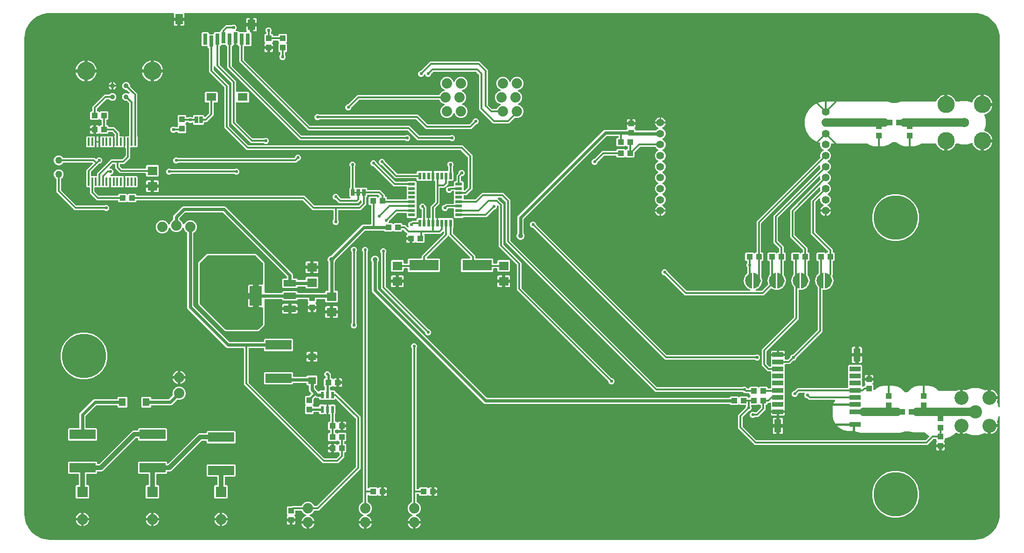
<source format=gbr>
G04 EAGLE Gerber RS-274X export*
G75*
%MOMM*%
%FSLAX34Y34*%
%LPD*%
%INTop Copper*%
%IPPOS*%
%AMOC8*
5,1,8,0,0,1.08239X$1,22.5*%
G01*
%ADD10R,1.100000X1.000000*%
%ADD11C,1.930400*%
%ADD12R,1.930400X1.930400*%
%ADD13R,1.800000X1.600000*%
%ADD14R,1.000000X1.100000*%
%ADD15R,1.470000X1.270000*%
%ADD16R,0.400000X1.500000*%
%ADD17C,1.879600*%
%ADD18C,0.030478*%
%ADD19C,0.254000*%
%ADD20R,0.635000X1.270000*%
%ADD21R,4.700000X1.750000*%
%ADD22C,1.270000*%
%ADD23C,3.316000*%
%ADD24C,0.900000*%
%ADD25R,0.550000X1.200000*%
%ADD26C,1.422400*%
%ADD27R,2.235200X1.219200*%
%ADD28R,2.200000X3.600000*%
%ADD29R,1.270000X1.470000*%
%ADD30R,2.000000X0.920000*%
%ADD31R,1.300000X2.400000*%
%ADD32R,0.558800X1.270000*%
%ADD33R,1.270000X0.558800*%
%ADD34R,5.334000X1.930400*%
%ADD35C,3.126000*%
%ADD36C,1.755000*%
%ADD37C,2.400000*%
%ADD38C,2.550000*%
%ADD39R,1.400000X1.900000*%
%ADD40R,0.800000X2.000000*%
%ADD41R,1.800000X1.400000*%
%ADD42C,0.754000*%
%ADD43C,0.604000*%
%ADD44C,0.584200*%
%ADD45C,0.304800*%
%ADD46C,0.406400*%
%ADD47C,0.457200*%
%ADD48C,0.812800*%
%ADD49C,0.609600*%
%ADD50C,0.914400*%
%ADD51C,1.498600*%
%ADD52C,8.001000*%

G36*
X1728032Y3814D02*
X1728032Y3814D01*
X1728085Y3813D01*
X1733086Y4094D01*
X1733092Y4095D01*
X1733098Y4095D01*
X1733340Y4130D01*
X1743091Y6355D01*
X1743137Y6372D01*
X1743185Y6380D01*
X1743413Y6468D01*
X1752425Y10808D01*
X1752466Y10834D01*
X1752511Y10853D01*
X1752713Y10989D01*
X1760533Y17225D01*
X1760568Y17260D01*
X1760607Y17288D01*
X1760775Y17467D01*
X1767011Y25287D01*
X1767037Y25328D01*
X1767069Y25364D01*
X1767192Y25575D01*
X1771532Y34587D01*
X1771548Y34633D01*
X1771571Y34675D01*
X1771645Y34909D01*
X1773870Y44660D01*
X1773871Y44666D01*
X1773873Y44671D01*
X1773906Y44914D01*
X1774187Y49915D01*
X1774185Y49947D01*
X1774189Y50000D01*
X1774189Y226894D01*
X1774172Y227043D01*
X1774160Y227192D01*
X1774152Y227215D01*
X1774149Y227240D01*
X1774099Y227381D01*
X1774053Y227523D01*
X1774040Y227545D01*
X1774032Y227568D01*
X1773951Y227694D01*
X1773874Y227822D01*
X1773856Y227840D01*
X1773843Y227861D01*
X1773735Y227965D01*
X1773631Y228072D01*
X1773610Y228086D01*
X1773592Y228103D01*
X1773464Y228180D01*
X1773338Y228261D01*
X1773314Y228269D01*
X1773293Y228282D01*
X1773151Y228327D01*
X1773010Y228378D01*
X1772985Y228381D01*
X1772961Y228388D01*
X1772812Y228400D01*
X1772663Y228417D01*
X1772639Y228414D01*
X1772614Y228416D01*
X1772466Y228394D01*
X1772317Y228377D01*
X1772294Y228368D01*
X1772269Y228364D01*
X1772130Y228309D01*
X1771989Y228258D01*
X1771968Y228245D01*
X1771945Y228236D01*
X1771823Y228150D01*
X1771697Y228069D01*
X1771679Y228051D01*
X1771659Y228037D01*
X1771559Y227926D01*
X1771455Y227818D01*
X1771442Y227797D01*
X1771426Y227778D01*
X1771353Y227647D01*
X1771277Y227518D01*
X1771267Y227490D01*
X1771257Y227473D01*
X1771244Y227427D01*
X1771195Y227288D01*
X1769326Y220313D01*
X1768902Y219579D01*
X1768842Y219440D01*
X1768777Y219303D01*
X1768772Y219280D01*
X1768763Y219259D01*
X1768736Y219111D01*
X1768705Y218962D01*
X1768705Y218939D01*
X1768701Y218916D01*
X1768708Y218765D01*
X1768711Y218614D01*
X1768717Y218591D01*
X1768718Y218568D01*
X1768760Y218422D01*
X1768797Y218276D01*
X1768809Y218251D01*
X1768814Y218233D01*
X1768837Y218192D01*
X1768861Y218142D01*
X1769650Y216235D01*
X1770154Y214357D01*
X1766767Y214357D01*
X1766617Y214340D01*
X1766466Y214327D01*
X1766444Y214320D01*
X1766420Y214317D01*
X1766278Y214266D01*
X1766135Y214220D01*
X1766114Y214208D01*
X1766092Y214200D01*
X1765965Y214118D01*
X1765836Y214040D01*
X1765819Y214024D01*
X1765799Y214011D01*
X1765694Y213902D01*
X1765586Y213797D01*
X1765570Y213774D01*
X1765557Y213760D01*
X1765533Y213720D01*
X1765447Y213596D01*
X1763688Y210548D01*
X1763658Y210478D01*
X1763619Y210413D01*
X1763588Y210319D01*
X1763549Y210228D01*
X1763536Y210153D01*
X1763512Y210081D01*
X1763505Y209982D01*
X1763487Y209885D01*
X1763491Y209809D01*
X1763484Y209734D01*
X1763499Y209636D01*
X1763504Y209537D01*
X1763525Y209464D01*
X1763536Y209389D01*
X1763573Y209297D01*
X1763600Y209202D01*
X1763637Y209136D01*
X1763665Y209065D01*
X1763721Y208984D01*
X1763770Y208897D01*
X1763821Y208841D01*
X1763864Y208779D01*
X1763937Y208713D01*
X1764004Y208639D01*
X1764066Y208596D01*
X1764123Y208546D01*
X1764209Y208498D01*
X1764291Y208442D01*
X1764361Y208414D01*
X1764428Y208377D01*
X1764523Y208350D01*
X1764615Y208314D01*
X1764690Y208303D01*
X1764763Y208282D01*
X1764914Y208270D01*
X1764960Y208263D01*
X1764979Y208265D01*
X1765007Y208263D01*
X1770154Y208263D01*
X1769650Y206385D01*
X1768883Y204533D01*
X1767881Y202797D01*
X1767853Y202760D01*
X1767852Y202759D01*
X1766661Y201206D01*
X1765244Y199789D01*
X1763653Y198569D01*
X1761917Y197567D01*
X1760065Y196800D01*
X1758187Y196296D01*
X1758187Y201443D01*
X1758179Y201518D01*
X1758180Y201594D01*
X1758159Y201691D01*
X1758147Y201789D01*
X1758122Y201861D01*
X1758106Y201935D01*
X1758063Y202024D01*
X1758030Y202117D01*
X1757989Y202181D01*
X1757956Y202250D01*
X1757895Y202327D01*
X1757841Y202410D01*
X1757786Y202463D01*
X1757739Y202522D01*
X1757661Y202584D01*
X1757590Y202652D01*
X1757525Y202691D01*
X1757466Y202738D01*
X1757376Y202780D01*
X1757291Y202831D01*
X1757219Y202854D01*
X1757150Y202887D01*
X1757053Y202907D01*
X1756959Y202938D01*
X1756884Y202944D01*
X1756810Y202959D01*
X1756710Y202958D01*
X1756612Y202965D01*
X1756537Y202954D01*
X1756461Y202953D01*
X1756365Y202928D01*
X1756267Y202914D01*
X1756197Y202886D01*
X1756123Y202867D01*
X1755987Y202802D01*
X1755943Y202785D01*
X1755928Y202774D01*
X1755902Y202762D01*
X1752854Y201003D01*
X1752733Y200913D01*
X1752609Y200826D01*
X1752593Y200809D01*
X1752574Y200795D01*
X1752477Y200680D01*
X1752376Y200568D01*
X1752364Y200547D01*
X1752349Y200529D01*
X1752280Y200395D01*
X1752207Y200263D01*
X1752201Y200240D01*
X1752190Y200219D01*
X1752154Y200073D01*
X1752112Y199927D01*
X1752110Y199899D01*
X1752106Y199881D01*
X1752105Y199834D01*
X1752093Y199683D01*
X1752093Y196296D01*
X1750215Y196800D01*
X1748270Y197605D01*
X1748252Y197610D01*
X1748119Y197673D01*
X1748096Y197677D01*
X1748075Y197687D01*
X1747926Y197714D01*
X1747779Y197745D01*
X1747755Y197745D01*
X1747732Y197749D01*
X1747581Y197742D01*
X1747430Y197739D01*
X1747407Y197733D01*
X1747384Y197732D01*
X1747238Y197690D01*
X1747092Y197653D01*
X1747067Y197641D01*
X1747049Y197636D01*
X1747008Y197613D01*
X1746871Y197548D01*
X1746137Y197124D01*
X1735333Y194229D01*
X1724147Y194229D01*
X1713343Y197124D01*
X1712609Y197548D01*
X1712470Y197608D01*
X1712333Y197673D01*
X1712310Y197678D01*
X1712289Y197687D01*
X1712141Y197714D01*
X1711992Y197745D01*
X1711969Y197745D01*
X1711946Y197749D01*
X1711795Y197742D01*
X1711644Y197739D01*
X1711621Y197733D01*
X1711598Y197732D01*
X1711452Y197690D01*
X1711306Y197653D01*
X1711281Y197641D01*
X1711263Y197636D01*
X1711222Y197613D01*
X1711172Y197589D01*
X1709265Y196800D01*
X1707387Y196296D01*
X1707387Y197213D01*
X1707384Y197239D01*
X1707386Y197265D01*
X1707364Y197412D01*
X1707347Y197559D01*
X1707339Y197584D01*
X1707335Y197610D01*
X1707280Y197748D01*
X1707230Y197887D01*
X1707216Y197909D01*
X1707206Y197934D01*
X1707121Y198055D01*
X1707041Y198180D01*
X1707022Y198198D01*
X1707007Y198220D01*
X1706897Y198319D01*
X1706790Y198422D01*
X1706768Y198436D01*
X1706748Y198453D01*
X1706618Y198525D01*
X1706491Y198601D01*
X1706466Y198609D01*
X1706443Y198622D01*
X1706300Y198662D01*
X1706159Y198707D01*
X1706133Y198709D01*
X1706108Y198717D01*
X1705864Y198736D01*
X1702816Y198736D01*
X1702790Y198733D01*
X1702764Y198735D01*
X1702617Y198713D01*
X1702470Y198696D01*
X1702445Y198688D01*
X1702419Y198684D01*
X1702281Y198629D01*
X1702142Y198579D01*
X1702120Y198565D01*
X1702095Y198555D01*
X1701974Y198470D01*
X1701849Y198390D01*
X1701831Y198371D01*
X1701809Y198356D01*
X1701710Y198246D01*
X1701607Y198139D01*
X1701593Y198117D01*
X1701576Y198097D01*
X1701504Y197967D01*
X1701428Y197840D01*
X1701420Y197815D01*
X1701407Y197792D01*
X1701367Y197649D01*
X1701322Y197508D01*
X1701320Y197482D01*
X1701312Y197457D01*
X1701293Y197213D01*
X1701293Y196296D01*
X1699415Y196800D01*
X1697563Y197567D01*
X1695890Y198532D01*
X1695797Y198573D01*
X1695708Y198622D01*
X1695638Y198642D01*
X1695571Y198671D01*
X1695471Y198689D01*
X1695372Y198717D01*
X1695275Y198725D01*
X1695228Y198733D01*
X1695191Y198731D01*
X1695129Y198736D01*
X1694814Y198736D01*
X1694688Y198722D01*
X1694562Y198715D01*
X1694515Y198702D01*
X1694467Y198696D01*
X1694348Y198654D01*
X1694227Y198619D01*
X1694185Y198595D01*
X1694139Y198579D01*
X1694033Y198510D01*
X1693923Y198449D01*
X1693876Y198409D01*
X1693846Y198390D01*
X1693813Y198355D01*
X1693736Y198290D01*
X1689956Y194509D01*
X1683005Y190496D01*
X1675247Y188418D01*
X1675105Y188396D01*
X1674958Y188379D01*
X1674933Y188371D01*
X1674907Y188367D01*
X1674769Y188312D01*
X1674630Y188262D01*
X1674608Y188248D01*
X1674583Y188238D01*
X1674462Y188153D01*
X1674337Y188073D01*
X1674319Y188054D01*
X1674297Y188039D01*
X1674198Y187929D01*
X1674095Y187822D01*
X1674081Y187800D01*
X1674064Y187780D01*
X1673992Y187650D01*
X1673916Y187523D01*
X1673908Y187498D01*
X1673895Y187475D01*
X1673855Y187332D01*
X1673810Y187191D01*
X1673808Y187165D01*
X1673800Y187140D01*
X1673781Y186896D01*
X1673781Y184828D01*
X1672910Y183957D01*
X1672894Y183937D01*
X1672874Y183920D01*
X1672786Y183800D01*
X1672694Y183684D01*
X1672682Y183660D01*
X1672667Y183639D01*
X1672608Y183503D01*
X1672545Y183369D01*
X1672539Y183343D01*
X1672529Y183319D01*
X1672503Y183173D01*
X1672471Y183028D01*
X1672472Y183002D01*
X1672467Y182976D01*
X1672475Y182828D01*
X1672477Y182680D01*
X1672484Y182654D01*
X1672485Y182628D01*
X1672526Y182486D01*
X1672562Y182342D01*
X1672574Y182319D01*
X1672582Y182293D01*
X1672654Y182164D01*
X1672722Y182032D01*
X1672739Y182012D01*
X1672752Y181989D01*
X1672910Y181803D01*
X1673273Y181440D01*
X1673608Y180861D01*
X1673781Y180215D01*
X1673781Y176879D01*
X1667216Y176879D01*
X1667190Y176876D01*
X1667164Y176878D01*
X1667017Y176856D01*
X1666870Y176839D01*
X1666845Y176831D01*
X1666819Y176827D01*
X1666682Y176772D01*
X1666542Y176722D01*
X1666520Y176708D01*
X1666495Y176698D01*
X1666374Y176613D01*
X1666249Y176533D01*
X1666237Y176520D01*
X1666190Y176565D01*
X1666167Y176579D01*
X1666148Y176596D01*
X1666018Y176668D01*
X1665891Y176744D01*
X1665866Y176752D01*
X1665843Y176765D01*
X1665700Y176805D01*
X1665559Y176850D01*
X1665533Y176852D01*
X1665508Y176860D01*
X1665264Y176879D01*
X1658699Y176879D01*
X1658699Y180215D01*
X1658872Y180861D01*
X1659207Y181440D01*
X1659570Y181803D01*
X1659586Y181823D01*
X1659606Y181840D01*
X1659694Y181960D01*
X1659786Y182076D01*
X1659798Y182100D01*
X1659813Y182121D01*
X1659872Y182257D01*
X1659935Y182391D01*
X1659941Y182417D01*
X1659951Y182441D01*
X1659977Y182587D01*
X1660009Y182732D01*
X1660008Y182758D01*
X1660013Y182784D01*
X1660005Y182932D01*
X1660003Y183080D01*
X1659996Y183106D01*
X1659995Y183132D01*
X1659954Y183274D01*
X1659918Y183418D01*
X1659906Y183441D01*
X1659898Y183467D01*
X1659826Y183596D01*
X1659758Y183728D01*
X1659741Y183748D01*
X1659728Y183771D01*
X1659570Y183957D01*
X1658699Y184828D01*
X1658699Y185792D01*
X1658696Y185818D01*
X1658698Y185844D01*
X1658676Y185991D01*
X1658659Y186138D01*
X1658651Y186163D01*
X1658647Y186189D01*
X1658592Y186327D01*
X1658542Y186466D01*
X1658528Y186488D01*
X1658518Y186513D01*
X1658433Y186634D01*
X1658353Y186759D01*
X1658334Y186777D01*
X1658319Y186799D01*
X1658209Y186898D01*
X1658102Y187001D01*
X1658080Y187015D01*
X1658060Y187032D01*
X1657930Y187104D01*
X1657803Y187180D01*
X1657778Y187188D01*
X1657755Y187201D01*
X1657612Y187241D01*
X1657471Y187286D01*
X1657445Y187288D01*
X1657420Y187296D01*
X1657176Y187315D01*
X1654195Y187315D01*
X1654069Y187301D01*
X1653943Y187294D01*
X1653896Y187281D01*
X1653848Y187275D01*
X1653729Y187233D01*
X1653608Y187198D01*
X1653566Y187174D01*
X1653520Y187158D01*
X1653414Y187089D01*
X1653304Y187028D01*
X1653258Y186988D01*
X1653228Y186969D01*
X1653194Y186934D01*
X1653118Y186869D01*
X1642524Y176275D01*
X1329276Y176275D01*
X1298955Y206596D01*
X1298955Y230284D01*
X1312352Y243681D01*
X1312431Y243780D01*
X1312515Y243873D01*
X1312539Y243916D01*
X1312569Y243954D01*
X1312623Y244068D01*
X1312684Y244178D01*
X1312697Y244225D01*
X1312718Y244269D01*
X1312744Y244392D01*
X1312779Y244514D01*
X1312784Y244575D01*
X1312791Y244609D01*
X1312790Y244657D01*
X1312798Y244758D01*
X1312798Y244926D01*
X1313613Y246893D01*
X1313654Y247038D01*
X1313700Y247181D01*
X1313702Y247205D01*
X1313709Y247228D01*
X1313716Y247379D01*
X1313728Y247528D01*
X1313724Y247552D01*
X1313726Y247576D01*
X1313699Y247724D01*
X1313676Y247873D01*
X1313667Y247895D01*
X1313663Y247919D01*
X1313603Y248057D01*
X1313548Y248197D01*
X1313534Y248217D01*
X1313524Y248239D01*
X1313434Y248360D01*
X1313349Y248483D01*
X1313331Y248499D01*
X1313316Y248519D01*
X1313201Y248616D01*
X1313090Y248716D01*
X1313069Y248728D01*
X1313050Y248744D01*
X1312917Y248812D01*
X1312785Y248885D01*
X1312761Y248891D01*
X1312740Y248902D01*
X1312594Y248939D01*
X1312449Y248980D01*
X1312420Y248982D01*
X1312402Y248987D01*
X1312355Y248987D01*
X1312206Y248999D01*
X1302428Y248999D01*
X1301557Y249870D01*
X1301537Y249886D01*
X1301520Y249906D01*
X1301400Y249994D01*
X1301284Y250086D01*
X1301260Y250098D01*
X1301239Y250113D01*
X1301103Y250172D01*
X1300969Y250235D01*
X1300943Y250241D01*
X1300919Y250251D01*
X1300773Y250277D01*
X1300628Y250309D01*
X1300602Y250308D01*
X1300576Y250313D01*
X1300428Y250305D01*
X1300280Y250303D01*
X1300254Y250296D01*
X1300228Y250295D01*
X1300086Y250254D01*
X1299942Y250218D01*
X1299919Y250206D01*
X1299893Y250198D01*
X1299764Y250126D01*
X1299632Y250058D01*
X1299612Y250041D01*
X1299589Y250028D01*
X1299403Y249870D01*
X1298532Y248999D01*
X1285428Y248999D01*
X1283922Y250505D01*
X1283823Y250584D01*
X1283729Y250668D01*
X1283687Y250692D01*
X1283649Y250722D01*
X1283535Y250776D01*
X1283424Y250837D01*
X1283377Y250850D01*
X1283334Y250871D01*
X1283210Y250897D01*
X1283088Y250932D01*
X1283028Y250937D01*
X1282993Y250944D01*
X1282945Y250943D01*
X1282845Y250951D01*
X839628Y250951D01*
X837574Y251802D01*
X635342Y454034D01*
X634491Y456088D01*
X634491Y507979D01*
X634477Y508104D01*
X634470Y508231D01*
X634457Y508277D01*
X634451Y508325D01*
X634409Y508444D01*
X634374Y508566D01*
X634350Y508608D01*
X634334Y508653D01*
X634265Y508759D01*
X634204Y508870D01*
X634164Y508916D01*
X634145Y508946D01*
X634110Y508980D01*
X634092Y509000D01*
X634083Y509013D01*
X634075Y509021D01*
X634051Y509049D01*
X632967Y511665D01*
X632967Y514495D01*
X634050Y517109D01*
X636051Y519110D01*
X638665Y520193D01*
X641495Y520193D01*
X644109Y519110D01*
X646110Y517109D01*
X647193Y514495D01*
X647193Y511665D01*
X646109Y509048D01*
X646048Y508972D01*
X646010Y508933D01*
X646002Y508919D01*
X645952Y508863D01*
X645928Y508821D01*
X645898Y508783D01*
X645844Y508669D01*
X645783Y508558D01*
X645770Y508512D01*
X645749Y508468D01*
X645723Y508344D01*
X645688Y508223D01*
X645683Y508162D01*
X645676Y508127D01*
X645677Y508079D01*
X645669Y507979D01*
X645669Y460146D01*
X645683Y460020D01*
X645690Y459894D01*
X645703Y459848D01*
X645709Y459800D01*
X645751Y459681D01*
X645786Y459559D01*
X645810Y459517D01*
X645826Y459472D01*
X645895Y459365D01*
X645956Y459255D01*
X645996Y459209D01*
X646015Y459179D01*
X646050Y459145D01*
X646115Y459069D01*
X842609Y262575D01*
X842708Y262496D01*
X842802Y262412D01*
X842844Y262388D01*
X842882Y262358D01*
X842996Y262304D01*
X843107Y262243D01*
X843153Y262230D01*
X843197Y262209D01*
X843320Y262183D01*
X843442Y262148D01*
X843503Y262143D01*
X843538Y262136D01*
X843586Y262137D01*
X843686Y262129D01*
X1282845Y262129D01*
X1282970Y262143D01*
X1283096Y262150D01*
X1283143Y262163D01*
X1283191Y262169D01*
X1283310Y262211D01*
X1283431Y262246D01*
X1283473Y262270D01*
X1283519Y262286D01*
X1283625Y262355D01*
X1283735Y262416D01*
X1283782Y262456D01*
X1283812Y262475D01*
X1283845Y262510D01*
X1283922Y262575D01*
X1285428Y264081D01*
X1298532Y264081D01*
X1299403Y263210D01*
X1299423Y263194D01*
X1299440Y263174D01*
X1299560Y263086D01*
X1299676Y262994D01*
X1299700Y262982D01*
X1299721Y262967D01*
X1299857Y262908D01*
X1299991Y262845D01*
X1300017Y262839D01*
X1300041Y262829D01*
X1300187Y262803D01*
X1300332Y262771D01*
X1300358Y262772D01*
X1300384Y262767D01*
X1300532Y262775D01*
X1300680Y262777D01*
X1300706Y262784D01*
X1300732Y262785D01*
X1300874Y262826D01*
X1301018Y262862D01*
X1301041Y262874D01*
X1301067Y262882D01*
X1301196Y262954D01*
X1301328Y263022D01*
X1301348Y263039D01*
X1301371Y263052D01*
X1301557Y263210D01*
X1302428Y264081D01*
X1315532Y264081D01*
X1317183Y262430D01*
X1317204Y262414D01*
X1317220Y262394D01*
X1317340Y262306D01*
X1317456Y262214D01*
X1317480Y262202D01*
X1317501Y262187D01*
X1317637Y262128D01*
X1317771Y262065D01*
X1317797Y262059D01*
X1317821Y262049D01*
X1317967Y262022D01*
X1318112Y261991D01*
X1318138Y261992D01*
X1318164Y261987D01*
X1318312Y261995D01*
X1318460Y261997D01*
X1318486Y262004D01*
X1318512Y262005D01*
X1318654Y262046D01*
X1318798Y262082D01*
X1318821Y262094D01*
X1318847Y262102D01*
X1318976Y262174D01*
X1319108Y262242D01*
X1319128Y262259D01*
X1319151Y262272D01*
X1319337Y262430D01*
X1321260Y264353D01*
X1321276Y264374D01*
X1321296Y264390D01*
X1321384Y264510D01*
X1321476Y264626D01*
X1321488Y264650D01*
X1321503Y264671D01*
X1321562Y264807D01*
X1321625Y264941D01*
X1321631Y264967D01*
X1321641Y264991D01*
X1321668Y265137D01*
X1321699Y265282D01*
X1321698Y265308D01*
X1321703Y265334D01*
X1321695Y265482D01*
X1321693Y265630D01*
X1321686Y265656D01*
X1321685Y265682D01*
X1321644Y265824D01*
X1321608Y265968D01*
X1321596Y265991D01*
X1321588Y266017D01*
X1321516Y266146D01*
X1321448Y266278D01*
X1321431Y266298D01*
X1321418Y266321D01*
X1321260Y266507D01*
X1319499Y268268D01*
X1319499Y268732D01*
X1319496Y268758D01*
X1319498Y268784D01*
X1319476Y268930D01*
X1319459Y269078D01*
X1319451Y269103D01*
X1319447Y269129D01*
X1319392Y269267D01*
X1319342Y269406D01*
X1319328Y269428D01*
X1319318Y269453D01*
X1319233Y269574D01*
X1319153Y269699D01*
X1319134Y269717D01*
X1319119Y269739D01*
X1319009Y269838D01*
X1318902Y269941D01*
X1318880Y269955D01*
X1318860Y269972D01*
X1318730Y270044D01*
X1318603Y270120D01*
X1318578Y270128D01*
X1318555Y270141D01*
X1318412Y270181D01*
X1318271Y270226D01*
X1318245Y270228D01*
X1318220Y270236D01*
X1317976Y270255D01*
X1311496Y270255D01*
X1310799Y270952D01*
X1310700Y271031D01*
X1310607Y271115D01*
X1310564Y271139D01*
X1310526Y271169D01*
X1310412Y271223D01*
X1310302Y271284D01*
X1310255Y271297D01*
X1310211Y271318D01*
X1310088Y271344D01*
X1309966Y271379D01*
X1309905Y271384D01*
X1309871Y271391D01*
X1309823Y271390D01*
X1309722Y271398D01*
X1309554Y271398D01*
X1307546Y272230D01*
X1307427Y272349D01*
X1307328Y272428D01*
X1307234Y272512D01*
X1307192Y272536D01*
X1307154Y272566D01*
X1307040Y272620D01*
X1306929Y272681D01*
X1306882Y272694D01*
X1306839Y272715D01*
X1306715Y272741D01*
X1306594Y272776D01*
X1306533Y272781D01*
X1306498Y272788D01*
X1306450Y272787D01*
X1306350Y272795D01*
X1148936Y272795D01*
X877315Y544416D01*
X877315Y617445D01*
X877301Y617571D01*
X877294Y617697D01*
X877281Y617744D01*
X877275Y617792D01*
X877233Y617911D01*
X877198Y618032D01*
X877174Y618074D01*
X877158Y618120D01*
X877089Y618226D01*
X877028Y618336D01*
X876988Y618382D01*
X876969Y618412D01*
X876934Y618446D01*
X876869Y618522D01*
X869982Y625409D01*
X869883Y625488D01*
X869790Y625572D01*
X869747Y625596D01*
X869709Y625626D01*
X869595Y625680D01*
X869485Y625741D01*
X869438Y625754D01*
X869394Y625775D01*
X869271Y625801D01*
X869149Y625836D01*
X869088Y625841D01*
X869054Y625848D01*
X869006Y625847D01*
X868905Y625855D01*
X864391Y625855D01*
X864291Y625844D01*
X864190Y625842D01*
X864118Y625824D01*
X864044Y625815D01*
X863950Y625782D01*
X863852Y625757D01*
X863786Y625723D01*
X863716Y625698D01*
X863632Y625643D01*
X863543Y625597D01*
X863486Y625549D01*
X863423Y625509D01*
X863354Y625437D01*
X863277Y625372D01*
X863233Y625312D01*
X863181Y625258D01*
X863130Y625172D01*
X863070Y625091D01*
X863041Y625023D01*
X863002Y624959D01*
X862972Y624863D01*
X862932Y624771D01*
X862919Y624698D01*
X862896Y624627D01*
X862888Y624527D01*
X862870Y624428D01*
X862874Y624354D01*
X862868Y624280D01*
X862883Y624180D01*
X862888Y624080D01*
X862909Y624009D01*
X862920Y623935D01*
X862957Y623842D01*
X862985Y623745D01*
X863021Y623680D01*
X863049Y623611D01*
X863106Y623529D01*
X863155Y623441D01*
X863220Y623365D01*
X863248Y623325D01*
X863274Y623301D01*
X863313Y623255D01*
X869918Y616651D01*
X872745Y613824D01*
X872745Y540795D01*
X872759Y540669D01*
X872766Y540543D01*
X872779Y540496D01*
X872785Y540448D01*
X872827Y540329D01*
X872862Y540208D01*
X872886Y540166D01*
X872902Y540120D01*
X872971Y540014D01*
X873032Y539904D01*
X873072Y539858D01*
X873091Y539828D01*
X873126Y539794D01*
X873191Y539718D01*
X905765Y507144D01*
X905765Y462055D01*
X905779Y461929D01*
X905786Y461803D01*
X905799Y461756D01*
X905805Y461708D01*
X905847Y461589D01*
X905882Y461468D01*
X905906Y461426D01*
X905922Y461380D01*
X905991Y461274D01*
X906052Y461164D01*
X906092Y461118D01*
X906111Y461088D01*
X906146Y461054D01*
X906211Y460978D01*
X1069082Y298107D01*
X1069181Y298028D01*
X1069274Y297944D01*
X1069317Y297920D01*
X1069355Y297890D01*
X1069469Y297836D01*
X1069579Y297775D01*
X1069626Y297762D01*
X1069670Y297741D01*
X1069793Y297715D01*
X1069915Y297680D01*
X1069976Y297675D01*
X1070010Y297668D01*
X1070058Y297669D01*
X1070159Y297661D01*
X1070446Y297661D01*
X1072490Y296814D01*
X1074054Y295250D01*
X1074901Y293206D01*
X1074901Y290994D01*
X1074054Y288950D01*
X1072490Y287386D01*
X1070446Y286539D01*
X1068234Y286539D01*
X1066190Y287386D01*
X1064626Y288950D01*
X1063779Y290994D01*
X1063779Y291281D01*
X1063765Y291407D01*
X1063758Y291533D01*
X1063745Y291580D01*
X1063739Y291628D01*
X1063697Y291747D01*
X1063662Y291868D01*
X1063638Y291910D01*
X1063622Y291956D01*
X1063553Y292062D01*
X1063492Y292172D01*
X1063452Y292218D01*
X1063433Y292248D01*
X1063398Y292282D01*
X1063333Y292358D01*
X897635Y458056D01*
X897635Y503145D01*
X897621Y503271D01*
X897614Y503397D01*
X897601Y503444D01*
X897595Y503492D01*
X897553Y503611D01*
X897518Y503732D01*
X897494Y503774D01*
X897478Y503820D01*
X897409Y503926D01*
X897348Y504036D01*
X897308Y504082D01*
X897289Y504112D01*
X897254Y504146D01*
X897189Y504222D01*
X864615Y536796D01*
X864615Y609825D01*
X864601Y609951D01*
X864594Y610077D01*
X864581Y610123D01*
X864575Y610172D01*
X864533Y610291D01*
X864498Y610412D01*
X864474Y610454D01*
X864458Y610500D01*
X864389Y610606D01*
X864328Y610716D01*
X864288Y610762D01*
X864269Y610792D01*
X864234Y610826D01*
X864169Y610902D01*
X864042Y611029D01*
X863964Y611092D01*
X863891Y611162D01*
X863827Y611200D01*
X863769Y611246D01*
X863678Y611289D01*
X863592Y611341D01*
X863521Y611363D01*
X863454Y611395D01*
X863356Y611416D01*
X863260Y611447D01*
X863186Y611453D01*
X863113Y611468D01*
X863013Y611467D01*
X862913Y611475D01*
X862839Y611464D01*
X862765Y611462D01*
X862668Y611438D01*
X862568Y611423D01*
X862499Y611396D01*
X862427Y611378D01*
X862338Y611331D01*
X862244Y611294D01*
X862183Y611252D01*
X862117Y611218D01*
X862041Y611153D01*
X861958Y611095D01*
X861908Y611040D01*
X861852Y610992D01*
X861792Y610911D01*
X861725Y610837D01*
X861689Y610772D01*
X861645Y610712D01*
X861605Y610620D01*
X861556Y610532D01*
X861536Y610460D01*
X861506Y610392D01*
X861489Y610293D01*
X861461Y610196D01*
X861453Y610096D01*
X861445Y610049D01*
X861447Y610013D01*
X861442Y609952D01*
X861442Y608514D01*
X860610Y606506D01*
X859074Y604970D01*
X857066Y604138D01*
X856898Y604138D01*
X856772Y604124D01*
X856646Y604117D01*
X856599Y604104D01*
X856551Y604098D01*
X856432Y604056D01*
X856311Y604021D01*
X856269Y603997D01*
X856223Y603981D01*
X856117Y603912D01*
X856007Y603851D01*
X855961Y603811D01*
X855931Y603792D01*
X855897Y603757D01*
X855821Y603692D01*
X842364Y590235D01*
X801529Y590235D01*
X801404Y590221D01*
X801278Y590214D01*
X801231Y590201D01*
X801183Y590195D01*
X801064Y590153D01*
X800943Y590118D01*
X800901Y590094D01*
X800855Y590078D01*
X800749Y590009D01*
X800639Y589948D01*
X800592Y589908D01*
X800562Y589889D01*
X800529Y589854D01*
X800452Y589789D01*
X799628Y588965D01*
X784824Y588965D01*
X783335Y590454D01*
X783335Y604712D01*
X783332Y604738D01*
X783334Y604764D01*
X783312Y604911D01*
X783295Y605058D01*
X783287Y605083D01*
X783283Y605109D01*
X783228Y605247D01*
X783178Y605386D01*
X783164Y605408D01*
X783154Y605433D01*
X783069Y605554D01*
X782989Y605679D01*
X782970Y605697D01*
X782955Y605719D01*
X782845Y605818D01*
X782738Y605921D01*
X782716Y605935D01*
X782696Y605952D01*
X782566Y606024D01*
X782439Y606100D01*
X782414Y606108D01*
X782391Y606121D01*
X782248Y606161D01*
X782107Y606206D01*
X782081Y606208D01*
X782056Y606216D01*
X781812Y606235D01*
X773775Y606235D01*
X773699Y606227D01*
X773623Y606228D01*
X773526Y606207D01*
X773429Y606195D01*
X773357Y606170D01*
X773282Y606153D01*
X773193Y606111D01*
X773101Y606078D01*
X773036Y606036D01*
X772968Y606004D01*
X772891Y605942D01*
X772808Y605889D01*
X772755Y605834D01*
X772695Y605786D01*
X772634Y605709D01*
X772566Y605638D01*
X772527Y605573D01*
X772479Y605513D01*
X772411Y605380D01*
X772387Y605339D01*
X772381Y605321D01*
X772368Y605295D01*
X771794Y603910D01*
X770230Y602346D01*
X768186Y601499D01*
X765974Y601499D01*
X763930Y602346D01*
X762366Y603910D01*
X761519Y605954D01*
X761519Y608166D01*
X762366Y610210D01*
X763930Y611774D01*
X765974Y612621D01*
X766261Y612621D01*
X766387Y612635D01*
X766513Y612642D01*
X766560Y612655D01*
X766608Y612661D01*
X766727Y612703D01*
X766848Y612738D01*
X766890Y612762D01*
X766936Y612778D01*
X767042Y612847D01*
X767152Y612908D01*
X767198Y612948D01*
X767228Y612967D01*
X767262Y613002D01*
X767338Y613067D01*
X768636Y614365D01*
X781812Y614365D01*
X781838Y614368D01*
X781864Y614366D01*
X782011Y614388D01*
X782158Y614405D01*
X782183Y614413D01*
X782209Y614417D01*
X782347Y614472D01*
X782486Y614522D01*
X782508Y614536D01*
X782533Y614546D01*
X782654Y614631D01*
X782779Y614711D01*
X782797Y614730D01*
X782819Y614745D01*
X782918Y614855D01*
X783021Y614962D01*
X783035Y614984D01*
X783052Y615004D01*
X783124Y615134D01*
X783200Y615261D01*
X783208Y615286D01*
X783221Y615309D01*
X783261Y615452D01*
X783306Y615593D01*
X783308Y615619D01*
X783316Y615644D01*
X783335Y615888D01*
X783335Y636712D01*
X783332Y636738D01*
X783334Y636764D01*
X783312Y636911D01*
X783295Y637058D01*
X783287Y637083D01*
X783283Y637109D01*
X783228Y637247D01*
X783178Y637386D01*
X783164Y637408D01*
X783154Y637433D01*
X783069Y637554D01*
X782989Y637679D01*
X782970Y637697D01*
X782955Y637719D01*
X782845Y637818D01*
X782738Y637921D01*
X782716Y637935D01*
X782696Y637952D01*
X782566Y638024D01*
X782439Y638100D01*
X782414Y638108D01*
X782391Y638121D01*
X782248Y638161D01*
X782107Y638206D01*
X782081Y638208D01*
X782056Y638216D01*
X781812Y638235D01*
X780973Y638235D01*
X780897Y638227D01*
X780820Y638228D01*
X780724Y638207D01*
X780626Y638195D01*
X780554Y638170D01*
X780480Y638153D01*
X780391Y638111D01*
X780298Y638078D01*
X780234Y638036D01*
X780165Y638004D01*
X780088Y637942D01*
X780005Y637889D01*
X779952Y637834D01*
X779893Y637786D01*
X779832Y637709D01*
X779763Y637638D01*
X779724Y637573D01*
X779677Y637513D01*
X779609Y637380D01*
X779584Y637339D01*
X779579Y637321D01*
X779565Y637295D01*
X779414Y636930D01*
X777850Y635366D01*
X775806Y634519D01*
X773594Y634519D01*
X771550Y635366D01*
X769986Y636930D01*
X769139Y638974D01*
X769139Y641186D01*
X770002Y643269D01*
X770016Y643318D01*
X770038Y643363D01*
X770064Y643485D01*
X770098Y643604D01*
X770100Y643655D01*
X770111Y643704D01*
X770109Y643828D01*
X770115Y643953D01*
X770106Y644002D01*
X770105Y644052D01*
X770075Y644173D01*
X770052Y644295D01*
X770032Y644342D01*
X770020Y644390D01*
X769963Y644501D01*
X769913Y644615D01*
X769883Y644655D01*
X769860Y644700D01*
X769780Y644795D01*
X769706Y644895D01*
X769667Y644927D01*
X769634Y644966D01*
X769534Y645040D01*
X769439Y645120D01*
X769395Y645143D01*
X769354Y645173D01*
X769240Y645222D01*
X769129Y645279D01*
X769080Y645291D01*
X769034Y645311D01*
X768912Y645333D01*
X768791Y645363D01*
X768741Y645364D01*
X768691Y645373D01*
X768567Y645366D01*
X768443Y645368D01*
X768393Y645357D01*
X768343Y645355D01*
X768224Y645320D01*
X768102Y645294D01*
X768057Y645272D01*
X768008Y645258D01*
X767900Y645197D01*
X767787Y645144D01*
X767748Y645112D01*
X767704Y645088D01*
X767518Y644929D01*
X766224Y643635D01*
X758888Y643635D01*
X758862Y643632D01*
X758836Y643634D01*
X758689Y643612D01*
X758542Y643595D01*
X758517Y643587D01*
X758491Y643583D01*
X758353Y643528D01*
X758214Y643478D01*
X758192Y643464D01*
X758167Y643454D01*
X758046Y643369D01*
X757921Y643289D01*
X757903Y643270D01*
X757881Y643255D01*
X757782Y643145D01*
X757679Y643038D01*
X757665Y643016D01*
X757648Y642996D01*
X757576Y642866D01*
X757500Y642739D01*
X757492Y642714D01*
X757479Y642691D01*
X757439Y642548D01*
X757394Y642407D01*
X757392Y642381D01*
X757384Y642356D01*
X757365Y642112D01*
X757365Y614456D01*
X749811Y606902D01*
X749732Y606803D01*
X749648Y606710D01*
X749624Y606667D01*
X749594Y606629D01*
X749540Y606515D01*
X749479Y606405D01*
X749466Y606358D01*
X749445Y606314D01*
X749419Y606191D01*
X749384Y606069D01*
X749379Y606008D01*
X749372Y605974D01*
X749373Y605926D01*
X749365Y605825D01*
X749365Y589788D01*
X749368Y589762D01*
X749366Y589736D01*
X749388Y589589D01*
X749405Y589442D01*
X749413Y589417D01*
X749417Y589391D01*
X749472Y589253D01*
X749522Y589114D01*
X749536Y589092D01*
X749546Y589067D01*
X749631Y588946D01*
X749711Y588821D01*
X749730Y588803D01*
X749745Y588781D01*
X749855Y588682D01*
X749962Y588579D01*
X749984Y588565D01*
X750004Y588548D01*
X750134Y588476D01*
X750261Y588400D01*
X750286Y588392D01*
X750309Y588379D01*
X750452Y588339D01*
X750593Y588294D01*
X750619Y588292D01*
X750644Y588284D01*
X750888Y588265D01*
X751777Y588265D01*
X751777Y579374D01*
X751780Y579348D01*
X751777Y579322D01*
X751799Y579175D01*
X751816Y579028D01*
X751825Y579003D01*
X751829Y578977D01*
X751884Y578840D01*
X751934Y578700D01*
X751948Y578678D01*
X751958Y578654D01*
X752042Y578532D01*
X752123Y578407D01*
X752142Y578389D01*
X752157Y578367D01*
X752267Y578268D01*
X752374Y578165D01*
X752396Y578152D01*
X752416Y578134D01*
X752546Y578062D01*
X752673Y577986D01*
X752698Y577978D01*
X752721Y577965D01*
X752864Y577925D01*
X753005Y577880D01*
X753031Y577878D01*
X753056Y577871D01*
X753300Y577851D01*
X753326Y577854D01*
X753352Y577852D01*
X753499Y577874D01*
X753646Y577891D01*
X753671Y577900D01*
X753697Y577904D01*
X753835Y577958D01*
X753974Y578008D01*
X753997Y578023D01*
X754021Y578032D01*
X754142Y578117D01*
X754267Y578197D01*
X754286Y578216D01*
X754307Y578231D01*
X754406Y578341D01*
X754509Y578448D01*
X754523Y578471D01*
X754540Y578490D01*
X754612Y578620D01*
X754688Y578747D01*
X754696Y578772D01*
X754709Y578795D01*
X754749Y578938D01*
X754795Y579079D01*
X754797Y579105D01*
X754804Y579131D01*
X754823Y579374D01*
X754823Y588265D01*
X756462Y588265D01*
X756537Y588254D01*
X756686Y588227D01*
X756709Y588228D01*
X756732Y588225D01*
X756883Y588237D01*
X757034Y588245D01*
X757056Y588251D01*
X757079Y588253D01*
X757115Y588265D01*
X781146Y588265D01*
X782635Y586776D01*
X782635Y571972D01*
X781811Y571148D01*
X781732Y571049D01*
X781648Y570955D01*
X781624Y570913D01*
X781594Y570875D01*
X781540Y570761D01*
X781479Y570650D01*
X781466Y570603D01*
X781445Y570560D01*
X781419Y570436D01*
X781384Y570314D01*
X781379Y570254D01*
X781372Y570219D01*
X781373Y570171D01*
X781365Y570071D01*
X781365Y561055D01*
X781379Y560929D01*
X781386Y560803D01*
X781399Y560756D01*
X781405Y560708D01*
X781447Y560589D01*
X781482Y560468D01*
X781506Y560426D01*
X781522Y560380D01*
X781591Y560274D01*
X781652Y560164D01*
X781692Y560118D01*
X781711Y560088D01*
X781746Y560054D01*
X781811Y559978D01*
X821945Y519844D01*
X821945Y516636D01*
X821948Y516610D01*
X821946Y516584D01*
X821968Y516437D01*
X821985Y516290D01*
X821993Y516265D01*
X821997Y516239D01*
X822052Y516101D01*
X822102Y515962D01*
X822116Y515940D01*
X822126Y515915D01*
X822211Y515794D01*
X822291Y515669D01*
X822310Y515651D01*
X822325Y515629D01*
X822435Y515530D01*
X822542Y515427D01*
X822564Y515413D01*
X822584Y515396D01*
X822714Y515324D01*
X822841Y515248D01*
X822866Y515240D01*
X822889Y515227D01*
X823032Y515187D01*
X823173Y515142D01*
X823199Y515140D01*
X823224Y515132D01*
X823468Y515113D01*
X853222Y515113D01*
X854711Y513624D01*
X854711Y507268D01*
X854714Y507242D01*
X854712Y507216D01*
X854734Y507069D01*
X854751Y506922D01*
X854759Y506897D01*
X854763Y506871D01*
X854818Y506733D01*
X854868Y506594D01*
X854882Y506572D01*
X854892Y506547D01*
X854977Y506426D01*
X855057Y506301D01*
X855076Y506283D01*
X855091Y506261D01*
X855201Y506162D01*
X855308Y506059D01*
X855330Y506045D01*
X855350Y506028D01*
X855480Y505956D01*
X855607Y505880D01*
X855632Y505872D01*
X855655Y505859D01*
X855798Y505819D01*
X855939Y505774D01*
X855965Y505772D01*
X855990Y505764D01*
X856234Y505745D01*
X860696Y505745D01*
X860722Y505748D01*
X860748Y505746D01*
X860895Y505768D01*
X861042Y505785D01*
X861067Y505793D01*
X861093Y505797D01*
X861231Y505852D01*
X861370Y505902D01*
X861392Y505916D01*
X861417Y505926D01*
X861538Y506011D01*
X861663Y506091D01*
X861681Y506110D01*
X861703Y506125D01*
X861802Y506235D01*
X861905Y506342D01*
X861919Y506364D01*
X861936Y506384D01*
X862008Y506514D01*
X862084Y506641D01*
X862092Y506666D01*
X862105Y506689D01*
X862145Y506832D01*
X862190Y506973D01*
X862192Y506999D01*
X862200Y507024D01*
X862219Y507268D01*
X862219Y510732D01*
X863708Y512221D01*
X883812Y512221D01*
X885301Y510732D01*
X885301Y492628D01*
X883812Y491139D01*
X863708Y491139D01*
X862219Y492628D01*
X862219Y496092D01*
X862216Y496118D01*
X862218Y496144D01*
X862196Y496291D01*
X862179Y496438D01*
X862171Y496463D01*
X862167Y496489D01*
X862112Y496627D01*
X862062Y496766D01*
X862048Y496788D01*
X862038Y496813D01*
X861953Y496934D01*
X861873Y497059D01*
X861854Y497077D01*
X861839Y497099D01*
X861729Y497198D01*
X861622Y497301D01*
X861600Y497315D01*
X861580Y497332D01*
X861450Y497404D01*
X861323Y497480D01*
X861298Y497488D01*
X861275Y497501D01*
X861132Y497541D01*
X860991Y497586D01*
X860965Y497588D01*
X860940Y497596D01*
X860696Y497615D01*
X856234Y497615D01*
X856208Y497612D01*
X856182Y497614D01*
X856035Y497592D01*
X855888Y497575D01*
X855863Y497567D01*
X855837Y497563D01*
X855699Y497508D01*
X855560Y497458D01*
X855538Y497444D01*
X855513Y497434D01*
X855392Y497349D01*
X855267Y497269D01*
X855249Y497250D01*
X855227Y497235D01*
X855128Y497125D01*
X855025Y497018D01*
X855011Y496996D01*
X854994Y496976D01*
X854922Y496846D01*
X854846Y496719D01*
X854838Y496694D01*
X854825Y496671D01*
X854785Y496528D01*
X854740Y496387D01*
X854738Y496361D01*
X854730Y496336D01*
X854711Y496092D01*
X854711Y492216D01*
X853222Y490727D01*
X797778Y490727D01*
X796289Y492216D01*
X796289Y513624D01*
X797778Y515113D01*
X811501Y515113D01*
X811601Y515124D01*
X811702Y515126D01*
X811774Y515144D01*
X811848Y515153D01*
X811942Y515186D01*
X812040Y515211D01*
X812106Y515245D01*
X812176Y515270D01*
X812260Y515325D01*
X812349Y515371D01*
X812406Y515419D01*
X812469Y515459D01*
X812538Y515531D01*
X812615Y515596D01*
X812659Y515656D01*
X812711Y515710D01*
X812762Y515796D01*
X812822Y515877D01*
X812851Y515945D01*
X812890Y516009D01*
X812920Y516105D01*
X812960Y516197D01*
X812973Y516270D01*
X812996Y516341D01*
X813004Y516441D01*
X813022Y516540D01*
X813018Y516614D01*
X813024Y516688D01*
X813009Y516788D01*
X813004Y516888D01*
X812983Y516959D01*
X812972Y517033D01*
X812935Y517126D01*
X812907Y517223D01*
X812871Y517288D01*
X812843Y517357D01*
X812786Y517439D01*
X812737Y517527D01*
X812672Y517603D01*
X812644Y517643D01*
X812618Y517667D01*
X812579Y517713D01*
X774507Y555784D01*
X774487Y555801D01*
X774470Y555821D01*
X774350Y555909D01*
X774234Y556001D01*
X774210Y556012D01*
X774189Y556028D01*
X774053Y556087D01*
X773919Y556150D01*
X773893Y556156D01*
X773869Y556166D01*
X773723Y556192D01*
X773578Y556223D01*
X773552Y556223D01*
X773526Y556228D01*
X773378Y556220D01*
X773230Y556217D01*
X773204Y556211D01*
X773178Y556210D01*
X773036Y556169D01*
X772892Y556132D01*
X772868Y556120D01*
X772843Y556113D01*
X772714Y556041D01*
X772582Y555973D01*
X772562Y555956D01*
X772539Y555943D01*
X772353Y555784D01*
X734281Y517713D01*
X734219Y517635D01*
X734149Y517562D01*
X734111Y517498D01*
X734065Y517440D01*
X734022Y517349D01*
X733970Y517263D01*
X733948Y517192D01*
X733916Y517125D01*
X733895Y517027D01*
X733864Y516931D01*
X733858Y516857D01*
X733843Y516784D01*
X733844Y516684D01*
X733836Y516584D01*
X733847Y516510D01*
X733849Y516436D01*
X733873Y516339D01*
X733888Y516239D01*
X733915Y516170D01*
X733934Y516098D01*
X733980Y516008D01*
X734017Y515915D01*
X734059Y515854D01*
X734093Y515788D01*
X734158Y515711D01*
X734216Y515629D01*
X734271Y515579D01*
X734319Y515523D01*
X734400Y515463D01*
X734474Y515396D01*
X734539Y515360D01*
X734599Y515315D01*
X734691Y515276D01*
X734779Y515227D01*
X734851Y515207D01*
X734919Y515177D01*
X735018Y515160D01*
X735115Y515132D01*
X735215Y515124D01*
X735262Y515116D01*
X735298Y515118D01*
X735359Y515113D01*
X756702Y515113D01*
X758191Y513624D01*
X758191Y492216D01*
X756702Y490727D01*
X701258Y490727D01*
X699769Y492216D01*
X699769Y496092D01*
X699766Y496118D01*
X699768Y496144D01*
X699746Y496291D01*
X699729Y496438D01*
X699721Y496463D01*
X699717Y496489D01*
X699662Y496627D01*
X699612Y496766D01*
X699598Y496788D01*
X699588Y496813D01*
X699503Y496934D01*
X699423Y497059D01*
X699404Y497077D01*
X699389Y497099D01*
X699279Y497198D01*
X699172Y497301D01*
X699150Y497315D01*
X699130Y497332D01*
X699000Y497404D01*
X698873Y497480D01*
X698848Y497488D01*
X698825Y497501D01*
X698682Y497541D01*
X698541Y497586D01*
X698515Y497588D01*
X698490Y497596D01*
X698246Y497615D01*
X693784Y497615D01*
X693758Y497612D01*
X693732Y497614D01*
X693585Y497592D01*
X693438Y497575D01*
X693413Y497567D01*
X693387Y497563D01*
X693249Y497508D01*
X693110Y497458D01*
X693088Y497444D01*
X693063Y497434D01*
X692942Y497349D01*
X692817Y497269D01*
X692799Y497250D01*
X692777Y497235D01*
X692678Y497125D01*
X692575Y497018D01*
X692561Y496996D01*
X692544Y496976D01*
X692472Y496846D01*
X692396Y496719D01*
X692388Y496694D01*
X692375Y496671D01*
X692335Y496528D01*
X692290Y496387D01*
X692288Y496361D01*
X692280Y496336D01*
X692261Y496092D01*
X692261Y492628D01*
X690772Y491139D01*
X670668Y491139D01*
X669179Y492628D01*
X669179Y510732D01*
X670668Y512221D01*
X690772Y512221D01*
X692261Y510732D01*
X692261Y507268D01*
X692264Y507242D01*
X692262Y507216D01*
X692284Y507069D01*
X692301Y506922D01*
X692309Y506897D01*
X692313Y506871D01*
X692368Y506733D01*
X692418Y506594D01*
X692432Y506572D01*
X692442Y506547D01*
X692527Y506426D01*
X692607Y506301D01*
X692626Y506283D01*
X692641Y506261D01*
X692751Y506162D01*
X692858Y506059D01*
X692880Y506045D01*
X692900Y506028D01*
X693030Y505956D01*
X693157Y505880D01*
X693182Y505872D01*
X693205Y505859D01*
X693348Y505819D01*
X693489Y505774D01*
X693515Y505772D01*
X693540Y505764D01*
X693784Y505745D01*
X698246Y505745D01*
X698272Y505748D01*
X698298Y505746D01*
X698445Y505768D01*
X698592Y505785D01*
X698617Y505793D01*
X698643Y505797D01*
X698781Y505852D01*
X698920Y505902D01*
X698942Y505916D01*
X698967Y505926D01*
X699088Y506011D01*
X699213Y506091D01*
X699231Y506110D01*
X699253Y506125D01*
X699352Y506235D01*
X699455Y506342D01*
X699469Y506364D01*
X699486Y506384D01*
X699558Y506514D01*
X699634Y506641D01*
X699642Y506666D01*
X699655Y506689D01*
X699695Y506832D01*
X699740Y506973D01*
X699742Y506999D01*
X699750Y507024D01*
X699769Y507268D01*
X699769Y513624D01*
X701258Y515113D01*
X723392Y515113D01*
X723418Y515116D01*
X723444Y515114D01*
X723591Y515136D01*
X723738Y515153D01*
X723763Y515161D01*
X723789Y515165D01*
X723927Y515220D01*
X724066Y515270D01*
X724088Y515284D01*
X724113Y515294D01*
X724234Y515379D01*
X724359Y515459D01*
X724377Y515478D01*
X724399Y515493D01*
X724498Y515603D01*
X724601Y515710D01*
X724615Y515732D01*
X724632Y515752D01*
X724704Y515882D01*
X724780Y516009D01*
X724788Y516034D01*
X724801Y516057D01*
X724841Y516200D01*
X724886Y516341D01*
X724888Y516367D01*
X724896Y516392D01*
X724915Y516636D01*
X724915Y519844D01*
X764789Y559718D01*
X764868Y559817D01*
X764952Y559910D01*
X764976Y559953D01*
X765006Y559991D01*
X765060Y560105D01*
X765121Y560215D01*
X765134Y560262D01*
X765155Y560306D01*
X765181Y560429D01*
X765216Y560551D01*
X765221Y560612D01*
X765228Y560646D01*
X765227Y560694D01*
X765235Y560795D01*
X765235Y562769D01*
X765224Y562869D01*
X765222Y562970D01*
X765204Y563042D01*
X765195Y563116D01*
X765161Y563210D01*
X765137Y563308D01*
X765103Y563374D01*
X765078Y563444D01*
X765023Y563528D01*
X764977Y563617D01*
X764929Y563674D01*
X764889Y563737D01*
X764817Y563806D01*
X764752Y563883D01*
X764692Y563927D01*
X764638Y563979D01*
X764552Y564030D01*
X764471Y564090D01*
X764403Y564119D01*
X764339Y564158D01*
X764243Y564188D01*
X764151Y564228D01*
X764078Y564241D01*
X764007Y564264D01*
X763907Y564272D01*
X763808Y564290D01*
X763734Y564286D01*
X763660Y564292D01*
X763560Y564277D01*
X763460Y564272D01*
X763389Y564251D01*
X763315Y564240D01*
X763222Y564203D01*
X763125Y564175D01*
X763060Y564139D01*
X762991Y564111D01*
X762909Y564054D01*
X762821Y564005D01*
X762745Y563940D01*
X762705Y563912D01*
X762681Y563886D01*
X762635Y563847D01*
X761431Y562642D01*
X758604Y559815D01*
X731375Y559815D01*
X731276Y559804D01*
X731175Y559802D01*
X731103Y559784D01*
X731029Y559775D01*
X730934Y559742D01*
X730837Y559717D01*
X730771Y559683D01*
X730701Y559658D01*
X730617Y559603D01*
X730527Y559557D01*
X730471Y559509D01*
X730408Y559469D01*
X730338Y559397D01*
X730262Y559332D01*
X730218Y559272D01*
X730166Y559218D01*
X730114Y559132D01*
X730055Y559051D01*
X730025Y558983D01*
X729987Y558919D01*
X729957Y558824D01*
X729917Y558731D01*
X729904Y558658D01*
X729881Y558587D01*
X729873Y558487D01*
X729855Y558388D01*
X729859Y558314D01*
X729853Y558240D01*
X729868Y558141D01*
X729873Y558040D01*
X729894Y557969D01*
X729905Y557895D01*
X729942Y557802D01*
X729970Y557705D01*
X730006Y557640D01*
X730033Y557571D01*
X730091Y557489D01*
X730140Y557401D01*
X730205Y557325D01*
X730232Y557285D01*
X730247Y557272D01*
X730251Y557267D01*
X730265Y557254D01*
X730281Y557235D01*
X730281Y545128D01*
X728792Y543639D01*
X715688Y543639D01*
X714817Y544510D01*
X714797Y544526D01*
X714780Y544546D01*
X714660Y544634D01*
X714544Y544726D01*
X714520Y544738D01*
X714499Y544753D01*
X714363Y544812D01*
X714229Y544875D01*
X714203Y544881D01*
X714179Y544891D01*
X714033Y544917D01*
X713888Y544949D01*
X713862Y544948D01*
X713836Y544953D01*
X713688Y544945D01*
X713540Y544943D01*
X713514Y544936D01*
X713488Y544935D01*
X713346Y544894D01*
X713202Y544858D01*
X713179Y544846D01*
X713153Y544838D01*
X713024Y544766D01*
X712892Y544698D01*
X712872Y544681D01*
X712849Y544668D01*
X712663Y544510D01*
X712300Y544147D01*
X711721Y543812D01*
X711075Y543639D01*
X707739Y543639D01*
X707739Y550204D01*
X707736Y550230D01*
X707738Y550256D01*
X707716Y550403D01*
X707699Y550550D01*
X707691Y550575D01*
X707687Y550601D01*
X707632Y550738D01*
X707582Y550878D01*
X707568Y550900D01*
X707558Y550925D01*
X707473Y551046D01*
X707393Y551171D01*
X707374Y551189D01*
X707359Y551211D01*
X707249Y551310D01*
X707142Y551413D01*
X707120Y551427D01*
X707100Y551444D01*
X706970Y551516D01*
X706843Y551592D01*
X706818Y551600D01*
X706795Y551613D01*
X706652Y551653D01*
X706511Y551698D01*
X706485Y551700D01*
X706460Y551707D01*
X706216Y551727D01*
X705787Y551727D01*
X705787Y552156D01*
X705784Y552182D01*
X705786Y552208D01*
X705764Y552355D01*
X705747Y552502D01*
X705738Y552527D01*
X705734Y552553D01*
X705680Y552691D01*
X705630Y552830D01*
X705615Y552852D01*
X705606Y552877D01*
X705521Y552998D01*
X705441Y553123D01*
X705422Y553141D01*
X705407Y553163D01*
X705297Y553262D01*
X705190Y553365D01*
X705167Y553379D01*
X705148Y553396D01*
X705018Y553468D01*
X704891Y553544D01*
X704866Y553552D01*
X704843Y553565D01*
X704700Y553605D01*
X704559Y553650D01*
X704533Y553652D01*
X704508Y553660D01*
X704264Y553679D01*
X697199Y553679D01*
X697199Y556515D01*
X697372Y557161D01*
X697707Y557740D01*
X698180Y558213D01*
X698222Y558238D01*
X698263Y558268D01*
X698309Y558291D01*
X698403Y558371D01*
X698502Y558445D01*
X698535Y558484D01*
X698574Y558517D01*
X698647Y558617D01*
X698728Y558711D01*
X698751Y558756D01*
X698781Y558797D01*
X698830Y558911D01*
X698887Y559021D01*
X698899Y559071D01*
X698919Y559117D01*
X698941Y559239D01*
X698971Y559359D01*
X698972Y559410D01*
X698981Y559460D01*
X698975Y559584D01*
X698976Y559708D01*
X698966Y559758D01*
X698963Y559809D01*
X698929Y559927D01*
X698902Y560048D01*
X698881Y560094D01*
X698866Y560143D01*
X698806Y560251D01*
X698753Y560363D01*
X698721Y560403D01*
X698696Y560448D01*
X698538Y560634D01*
X698536Y560636D01*
X696529Y562642D01*
X692241Y566931D01*
X692163Y566993D01*
X692090Y567063D01*
X692026Y567101D01*
X691968Y567147D01*
X691877Y567190D01*
X691791Y567242D01*
X691720Y567264D01*
X691653Y567296D01*
X691555Y567317D01*
X691459Y567348D01*
X691385Y567354D01*
X691312Y567369D01*
X691212Y567368D01*
X691112Y567376D01*
X691038Y567365D01*
X690964Y567363D01*
X690867Y567339D01*
X690767Y567324D01*
X690698Y567297D01*
X690626Y567278D01*
X690536Y567232D01*
X690443Y567195D01*
X690382Y567153D01*
X690316Y567119D01*
X690239Y567054D01*
X690157Y566996D01*
X690107Y566941D01*
X690051Y566893D01*
X689991Y566812D01*
X689924Y566738D01*
X689888Y566673D01*
X689843Y566613D01*
X689804Y566520D01*
X689755Y566433D01*
X689735Y566361D01*
X689705Y566293D01*
X689688Y566194D01*
X689660Y566097D01*
X689652Y565997D01*
X689644Y565950D01*
X689646Y565914D01*
X689641Y565853D01*
X689641Y565448D01*
X688152Y563959D01*
X675048Y563959D01*
X674177Y564830D01*
X674157Y564846D01*
X674140Y564866D01*
X674020Y564954D01*
X673904Y565046D01*
X673880Y565058D01*
X673859Y565073D01*
X673723Y565132D01*
X673589Y565195D01*
X673563Y565201D01*
X673539Y565211D01*
X673393Y565237D01*
X673248Y565269D01*
X673222Y565268D01*
X673196Y565273D01*
X673048Y565265D01*
X672900Y565263D01*
X672874Y565256D01*
X672848Y565255D01*
X672706Y565214D01*
X672562Y565178D01*
X672539Y565166D01*
X672513Y565158D01*
X672384Y565086D01*
X672252Y565018D01*
X672232Y565001D01*
X672209Y564988D01*
X672023Y564830D01*
X671152Y563959D01*
X658048Y563959D01*
X656542Y565465D01*
X656443Y565544D01*
X656349Y565628D01*
X656307Y565652D01*
X656269Y565682D01*
X656155Y565736D01*
X656044Y565797D01*
X655997Y565810D01*
X655954Y565831D01*
X655830Y565857D01*
X655708Y565892D01*
X655648Y565897D01*
X655613Y565904D01*
X655565Y565903D01*
X655465Y565911D01*
X622706Y565911D01*
X622580Y565897D01*
X622454Y565890D01*
X622408Y565877D01*
X622360Y565871D01*
X622241Y565829D01*
X622119Y565794D01*
X622077Y565770D01*
X622032Y565754D01*
X621925Y565685D01*
X621815Y565624D01*
X621769Y565584D01*
X621739Y565565D01*
X621719Y565545D01*
X621717Y565544D01*
X621701Y565527D01*
X621629Y565465D01*
X568899Y512735D01*
X568820Y512636D01*
X568736Y512542D01*
X568712Y512500D01*
X568682Y512462D01*
X568628Y512348D01*
X568567Y512237D01*
X568554Y512191D01*
X568533Y512147D01*
X568507Y512024D01*
X568472Y511902D01*
X568467Y511841D01*
X568460Y511806D01*
X568461Y511758D01*
X568453Y511667D01*
X567369Y509048D01*
X567308Y508972D01*
X567270Y508933D01*
X567262Y508919D01*
X567212Y508863D01*
X567188Y508821D01*
X567158Y508783D01*
X567104Y508669D01*
X567043Y508558D01*
X567030Y508512D01*
X567009Y508468D01*
X566983Y508344D01*
X566948Y508223D01*
X566943Y508162D01*
X566936Y508127D01*
X566937Y508079D01*
X566929Y507979D01*
X566929Y457864D01*
X566932Y457838D01*
X566930Y457812D01*
X566952Y457665D01*
X566969Y457518D01*
X566977Y457493D01*
X566981Y457467D01*
X567036Y457329D01*
X567086Y457190D01*
X567100Y457168D01*
X567110Y457143D01*
X567195Y457022D01*
X567275Y456897D01*
X567294Y456879D01*
X567309Y456857D01*
X567419Y456758D01*
X567526Y456655D01*
X567548Y456641D01*
X567568Y456624D01*
X567698Y456552D01*
X567825Y456476D01*
X567850Y456468D01*
X567873Y456455D01*
X568016Y456415D01*
X568157Y456370D01*
X568183Y456368D01*
X568208Y456360D01*
X568452Y456341D01*
X571392Y456341D01*
X572881Y454852D01*
X572881Y436748D01*
X571392Y435259D01*
X551288Y435259D01*
X549799Y436748D01*
X549799Y439928D01*
X549796Y439954D01*
X549798Y439980D01*
X549776Y440127D01*
X549759Y440274D01*
X549751Y440299D01*
X549747Y440325D01*
X549692Y440463D01*
X549642Y440602D01*
X549628Y440624D01*
X549618Y440649D01*
X549533Y440770D01*
X549453Y440895D01*
X549434Y440913D01*
X549419Y440935D01*
X549309Y441034D01*
X549202Y441137D01*
X549180Y441151D01*
X549160Y441168D01*
X549030Y441240D01*
X548903Y441316D01*
X548878Y441324D01*
X548855Y441337D01*
X548712Y441377D01*
X548571Y441422D01*
X548545Y441424D01*
X548520Y441432D01*
X548276Y441451D01*
X534844Y441451D01*
X534818Y441448D01*
X534792Y441450D01*
X534645Y441428D01*
X534498Y441411D01*
X534473Y441403D01*
X534447Y441399D01*
X534309Y441344D01*
X534170Y441294D01*
X534148Y441280D01*
X534123Y441270D01*
X534002Y441185D01*
X533877Y441105D01*
X533859Y441086D01*
X533837Y441071D01*
X533738Y440961D01*
X533635Y440854D01*
X533621Y440832D01*
X533604Y440812D01*
X533532Y440682D01*
X533456Y440555D01*
X533448Y440530D01*
X533435Y440507D01*
X533395Y440364D01*
X533350Y440223D01*
X533348Y440197D01*
X533340Y440172D01*
X533321Y439928D01*
X533321Y436288D01*
X532450Y435417D01*
X532434Y435397D01*
X532414Y435380D01*
X532326Y435260D01*
X532234Y435144D01*
X532222Y435120D01*
X532207Y435099D01*
X532148Y434963D01*
X532085Y434829D01*
X532079Y434803D01*
X532069Y434779D01*
X532043Y434633D01*
X532011Y434488D01*
X532012Y434462D01*
X532007Y434436D01*
X532015Y434288D01*
X532017Y434140D01*
X532024Y434114D01*
X532025Y434088D01*
X532066Y433946D01*
X532102Y433802D01*
X532114Y433779D01*
X532122Y433753D01*
X532194Y433624D01*
X532262Y433492D01*
X532279Y433472D01*
X532292Y433449D01*
X532450Y433263D01*
X532813Y432900D01*
X533148Y432321D01*
X533321Y431675D01*
X533321Y428339D01*
X526756Y428339D01*
X526730Y428336D01*
X526704Y428338D01*
X526557Y428316D01*
X526410Y428299D01*
X526385Y428291D01*
X526359Y428287D01*
X526222Y428232D01*
X526082Y428182D01*
X526060Y428168D01*
X526035Y428158D01*
X525914Y428073D01*
X525789Y427993D01*
X525777Y427980D01*
X525730Y428025D01*
X525707Y428039D01*
X525688Y428056D01*
X525558Y428128D01*
X525431Y428204D01*
X525406Y428212D01*
X525383Y428225D01*
X525240Y428265D01*
X525099Y428310D01*
X525073Y428312D01*
X525048Y428320D01*
X524804Y428339D01*
X518239Y428339D01*
X518239Y431675D01*
X518412Y432321D01*
X518747Y432900D01*
X519110Y433263D01*
X519126Y433283D01*
X519146Y433300D01*
X519234Y433420D01*
X519326Y433536D01*
X519338Y433560D01*
X519353Y433581D01*
X519412Y433717D01*
X519475Y433851D01*
X519481Y433877D01*
X519491Y433901D01*
X519517Y434047D01*
X519549Y434192D01*
X519548Y434218D01*
X519553Y434244D01*
X519545Y434392D01*
X519543Y434540D01*
X519536Y434566D01*
X519535Y434592D01*
X519494Y434734D01*
X519458Y434878D01*
X519446Y434901D01*
X519438Y434927D01*
X519366Y435056D01*
X519298Y435188D01*
X519281Y435208D01*
X519268Y435231D01*
X519110Y435417D01*
X518239Y436288D01*
X518239Y439928D01*
X518236Y439954D01*
X518238Y439980D01*
X518216Y440127D01*
X518199Y440274D01*
X518191Y440299D01*
X518187Y440325D01*
X518132Y440463D01*
X518082Y440602D01*
X518068Y440624D01*
X518058Y440649D01*
X517973Y440770D01*
X517893Y440895D01*
X517874Y440913D01*
X517859Y440935D01*
X517749Y441034D01*
X517642Y441137D01*
X517620Y441151D01*
X517600Y441168D01*
X517470Y441240D01*
X517343Y441316D01*
X517318Y441324D01*
X517295Y441337D01*
X517152Y441377D01*
X517011Y441422D01*
X516985Y441424D01*
X516960Y441432D01*
X516716Y441451D01*
X500888Y441451D01*
X500862Y441448D01*
X500836Y441450D01*
X500689Y441428D01*
X500542Y441411D01*
X500517Y441403D01*
X500491Y441399D01*
X500353Y441344D01*
X500214Y441294D01*
X500192Y441280D01*
X500167Y441270D01*
X500046Y441185D01*
X499921Y441105D01*
X499903Y441086D01*
X499881Y441071D01*
X499782Y440961D01*
X499679Y440854D01*
X499665Y440832D01*
X499648Y440812D01*
X499576Y440682D01*
X499500Y440555D01*
X499492Y440530D01*
X499479Y440507D01*
X499439Y440364D01*
X499394Y440223D01*
X499392Y440197D01*
X499384Y440172D01*
X499365Y439928D01*
X499365Y439892D01*
X497876Y438403D01*
X473420Y438403D01*
X471931Y439892D01*
X471931Y439928D01*
X471928Y439954D01*
X471930Y439980D01*
X471908Y440127D01*
X471891Y440274D01*
X471883Y440299D01*
X471879Y440325D01*
X471824Y440463D01*
X471774Y440602D01*
X471760Y440624D01*
X471750Y440649D01*
X471665Y440770D01*
X471585Y440895D01*
X471566Y440913D01*
X471551Y440935D01*
X471441Y441034D01*
X471334Y441137D01*
X471312Y441151D01*
X471292Y441168D01*
X471162Y441240D01*
X471035Y441316D01*
X471010Y441324D01*
X470987Y441337D01*
X470844Y441377D01*
X470703Y441422D01*
X470677Y441424D01*
X470652Y441432D01*
X470408Y441451D01*
X441452Y441451D01*
X441426Y441448D01*
X441400Y441450D01*
X441253Y441428D01*
X441106Y441411D01*
X441081Y441403D01*
X441055Y441399D01*
X440917Y441344D01*
X440778Y441294D01*
X440756Y441280D01*
X440731Y441270D01*
X440610Y441185D01*
X440485Y441105D01*
X440467Y441086D01*
X440445Y441071D01*
X440346Y440961D01*
X440243Y440854D01*
X440229Y440832D01*
X440212Y440812D01*
X440140Y440682D01*
X440064Y440555D01*
X440056Y440530D01*
X440043Y440507D01*
X440003Y440364D01*
X439958Y440223D01*
X439956Y440197D01*
X439948Y440172D01*
X439929Y439928D01*
X439929Y395128D01*
X439078Y393074D01*
X429886Y383882D01*
X427832Y383031D01*
X369728Y383031D01*
X367674Y383882D01*
X320382Y431174D01*
X319531Y433228D01*
X319531Y506572D01*
X320382Y508626D01*
X334654Y522898D01*
X336708Y523749D01*
X422752Y523749D01*
X424806Y522898D01*
X439078Y508626D01*
X439929Y506572D01*
X439929Y454152D01*
X439932Y454126D01*
X439930Y454100D01*
X439952Y453953D01*
X439969Y453806D01*
X439977Y453781D01*
X439981Y453755D01*
X440036Y453617D01*
X440086Y453478D01*
X440100Y453456D01*
X440110Y453431D01*
X440195Y453309D01*
X440275Y453185D01*
X440294Y453167D01*
X440309Y453145D01*
X440419Y453046D01*
X440526Y452943D01*
X440548Y452929D01*
X440568Y452912D01*
X440698Y452840D01*
X440825Y452764D01*
X440850Y452756D01*
X440873Y452743D01*
X441016Y452703D01*
X441157Y452658D01*
X441183Y452656D01*
X441208Y452648D01*
X441452Y452629D01*
X470408Y452629D01*
X470434Y452632D01*
X470460Y452630D01*
X470607Y452652D01*
X470754Y452669D01*
X470779Y452677D01*
X470805Y452681D01*
X470943Y452736D01*
X471082Y452786D01*
X471104Y452800D01*
X471129Y452810D01*
X471250Y452895D01*
X471375Y452975D01*
X471393Y452994D01*
X471415Y453009D01*
X471514Y453119D01*
X471617Y453226D01*
X471631Y453248D01*
X471648Y453268D01*
X471720Y453398D01*
X471796Y453525D01*
X471804Y453550D01*
X471817Y453573D01*
X471857Y453716D01*
X471902Y453857D01*
X471904Y453883D01*
X471912Y453908D01*
X471931Y454152D01*
X471931Y454188D01*
X473420Y455677D01*
X497876Y455677D01*
X499365Y454188D01*
X499365Y454152D01*
X499368Y454126D01*
X499366Y454100D01*
X499388Y453953D01*
X499405Y453806D01*
X499413Y453781D01*
X499417Y453755D01*
X499472Y453617D01*
X499522Y453478D01*
X499536Y453456D01*
X499546Y453431D01*
X499631Y453309D01*
X499711Y453185D01*
X499730Y453167D01*
X499745Y453145D01*
X499855Y453046D01*
X499962Y452943D01*
X499984Y452929D01*
X500004Y452912D01*
X500134Y452840D01*
X500261Y452764D01*
X500286Y452756D01*
X500309Y452743D01*
X500452Y452703D01*
X500593Y452658D01*
X500619Y452656D01*
X500644Y452648D01*
X500888Y452629D01*
X548276Y452629D01*
X548302Y452632D01*
X548328Y452630D01*
X548475Y452652D01*
X548622Y452669D01*
X548647Y452677D01*
X548673Y452681D01*
X548811Y452736D01*
X548950Y452786D01*
X548972Y452800D01*
X548997Y452810D01*
X549118Y452895D01*
X549243Y452975D01*
X549261Y452994D01*
X549283Y453009D01*
X549382Y453119D01*
X549485Y453226D01*
X549499Y453248D01*
X549516Y453268D01*
X549588Y453398D01*
X549664Y453525D01*
X549672Y453550D01*
X549685Y453573D01*
X549725Y453716D01*
X549770Y453857D01*
X549772Y453883D01*
X549780Y453908D01*
X549799Y454152D01*
X549799Y454852D01*
X551288Y456341D01*
X554228Y456341D01*
X554254Y456344D01*
X554280Y456342D01*
X554427Y456364D01*
X554574Y456381D01*
X554599Y456389D01*
X554625Y456393D01*
X554763Y456448D01*
X554902Y456498D01*
X554924Y456512D01*
X554949Y456522D01*
X555070Y456607D01*
X555195Y456687D01*
X555213Y456706D01*
X555235Y456721D01*
X555334Y456831D01*
X555437Y456938D01*
X555451Y456960D01*
X555468Y456980D01*
X555540Y457110D01*
X555616Y457237D01*
X555624Y457262D01*
X555637Y457285D01*
X555677Y457428D01*
X555722Y457569D01*
X555724Y457595D01*
X555732Y457620D01*
X555751Y457864D01*
X555751Y507979D01*
X555737Y508104D01*
X555730Y508231D01*
X555717Y508277D01*
X555711Y508325D01*
X555669Y508444D01*
X555634Y508566D01*
X555610Y508608D01*
X555594Y508653D01*
X555525Y508759D01*
X555464Y508870D01*
X555424Y508916D01*
X555405Y508946D01*
X555370Y508980D01*
X555352Y509000D01*
X555343Y509013D01*
X555335Y509021D01*
X555311Y509049D01*
X554227Y511665D01*
X554227Y514495D01*
X555310Y517109D01*
X557311Y519110D01*
X559928Y520194D01*
X560044Y520207D01*
X560170Y520214D01*
X560216Y520227D01*
X560264Y520233D01*
X560383Y520275D01*
X560505Y520310D01*
X560547Y520334D01*
X560592Y520350D01*
X560699Y520419D01*
X560809Y520480D01*
X560855Y520520D01*
X560885Y520539D01*
X560919Y520574D01*
X560995Y520639D01*
X616594Y576238D01*
X618648Y577089D01*
X631952Y577089D01*
X631978Y577092D01*
X632004Y577090D01*
X632151Y577112D01*
X632298Y577129D01*
X632323Y577137D01*
X632349Y577141D01*
X632487Y577196D01*
X632626Y577246D01*
X632648Y577260D01*
X632673Y577270D01*
X632794Y577355D01*
X632919Y577435D01*
X632937Y577454D01*
X632959Y577469D01*
X633058Y577579D01*
X633161Y577686D01*
X633175Y577708D01*
X633192Y577728D01*
X633264Y577858D01*
X633340Y577985D01*
X633348Y578010D01*
X633361Y578033D01*
X633401Y578176D01*
X633446Y578317D01*
X633448Y578343D01*
X633456Y578368D01*
X633475Y578612D01*
X633475Y610696D01*
X633472Y610722D01*
X633474Y610748D01*
X633452Y610895D01*
X633435Y611042D01*
X633427Y611067D01*
X633423Y611093D01*
X633368Y611231D01*
X633318Y611370D01*
X633304Y611392D01*
X633294Y611417D01*
X633209Y611538D01*
X633129Y611663D01*
X633110Y611681D01*
X633095Y611703D01*
X632985Y611802D01*
X632878Y611905D01*
X632856Y611919D01*
X632836Y611936D01*
X632706Y612008D01*
X632579Y612084D01*
X632554Y612092D01*
X632531Y612105D01*
X632388Y612145D01*
X632247Y612190D01*
X632221Y612192D01*
X632196Y612200D01*
X631952Y612219D01*
X630108Y612219D01*
X628619Y613708D01*
X628619Y625812D01*
X630108Y627301D01*
X643212Y627301D01*
X644083Y626430D01*
X644103Y626414D01*
X644120Y626394D01*
X644240Y626306D01*
X644356Y626214D01*
X644380Y626202D01*
X644401Y626187D01*
X644537Y626128D01*
X644671Y626065D01*
X644697Y626059D01*
X644721Y626049D01*
X644867Y626022D01*
X645012Y625991D01*
X645038Y625992D01*
X645064Y625987D01*
X645212Y625995D01*
X645360Y625997D01*
X645386Y626004D01*
X645412Y626005D01*
X645554Y626046D01*
X645698Y626082D01*
X645722Y626094D01*
X645747Y626102D01*
X645876Y626174D01*
X646008Y626242D01*
X646028Y626259D01*
X646051Y626272D01*
X646237Y626430D01*
X647302Y627495D01*
X647318Y627516D01*
X647338Y627533D01*
X647427Y627652D01*
X647519Y627768D01*
X647530Y627792D01*
X647546Y627813D01*
X647604Y627949D01*
X647668Y628083D01*
X647673Y628109D01*
X647684Y628133D01*
X647710Y628280D01*
X647741Y628424D01*
X647741Y628450D01*
X647745Y628476D01*
X647738Y628625D01*
X647735Y628773D01*
X647729Y628798D01*
X647727Y628824D01*
X647686Y628966D01*
X647650Y629111D01*
X647638Y629134D01*
X647631Y629159D01*
X647559Y629288D01*
X647490Y629420D01*
X647473Y629440D01*
X647461Y629463D01*
X647302Y629649D01*
X646462Y630489D01*
X646363Y630568D01*
X646270Y630652D01*
X646227Y630676D01*
X646189Y630706D01*
X646075Y630760D01*
X645965Y630821D01*
X645918Y630834D01*
X645874Y630855D01*
X645751Y630881D01*
X645629Y630916D01*
X645569Y630921D01*
X645534Y630928D01*
X645485Y630927D01*
X645385Y630935D01*
X626999Y630935D01*
X626973Y630932D01*
X626947Y630934D01*
X626800Y630912D01*
X626653Y630895D01*
X626628Y630887D01*
X626602Y630883D01*
X626464Y630828D01*
X626325Y630778D01*
X626303Y630764D01*
X626278Y630754D01*
X626157Y630669D01*
X626032Y630589D01*
X626014Y630570D01*
X625992Y630555D01*
X625893Y630445D01*
X625790Y630338D01*
X625776Y630316D01*
X625759Y630296D01*
X625687Y630166D01*
X625611Y630039D01*
X625603Y630014D01*
X625590Y629991D01*
X625550Y629848D01*
X625505Y629707D01*
X625503Y629681D01*
X625495Y629656D01*
X625476Y629412D01*
X625476Y627598D01*
X624271Y626393D01*
X624192Y626294D01*
X624108Y626200D01*
X624084Y626158D01*
X624054Y626120D01*
X624000Y626006D01*
X623939Y625895D01*
X623926Y625848D01*
X623905Y625805D01*
X623879Y625681D01*
X623844Y625559D01*
X623839Y625499D01*
X623832Y625464D01*
X623833Y625416D01*
X623825Y625316D01*
X623825Y612996D01*
X613824Y602995D01*
X574548Y602995D01*
X574522Y602992D01*
X574496Y602994D01*
X574349Y602972D01*
X574202Y602955D01*
X574177Y602947D01*
X574151Y602943D01*
X574013Y602888D01*
X573874Y602838D01*
X573852Y602824D01*
X573827Y602814D01*
X573706Y602729D01*
X573581Y602649D01*
X573563Y602630D01*
X573541Y602615D01*
X573442Y602505D01*
X573339Y602398D01*
X573325Y602376D01*
X573308Y602356D01*
X573236Y602226D01*
X573160Y602099D01*
X573152Y602074D01*
X573139Y602051D01*
X573099Y601908D01*
X573054Y601767D01*
X573052Y601741D01*
X573044Y601716D01*
X573025Y601472D01*
X573025Y586090D01*
X573039Y585965D01*
X573046Y585838D01*
X573059Y585792D01*
X573065Y585744D01*
X573107Y585625D01*
X573142Y585504D01*
X573166Y585461D01*
X573182Y585416D01*
X573251Y585310D01*
X573312Y585199D01*
X573352Y585153D01*
X573371Y585123D01*
X573406Y585090D01*
X573471Y585013D01*
X573674Y584810D01*
X574521Y582766D01*
X574521Y580554D01*
X573674Y578510D01*
X572110Y576946D01*
X570066Y576099D01*
X567854Y576099D01*
X565810Y576946D01*
X564246Y578510D01*
X563399Y580554D01*
X563399Y582766D01*
X564246Y584810D01*
X564449Y585013D01*
X564528Y585112D01*
X564612Y585206D01*
X564636Y585248D01*
X564666Y585286D01*
X564720Y585400D01*
X564781Y585511D01*
X564794Y585558D01*
X564815Y585601D01*
X564841Y585725D01*
X564876Y585847D01*
X564881Y585907D01*
X564888Y585942D01*
X564887Y585990D01*
X564895Y586090D01*
X564895Y601472D01*
X564892Y601498D01*
X564894Y601524D01*
X564872Y601671D01*
X564855Y601818D01*
X564847Y601843D01*
X564843Y601869D01*
X564788Y602007D01*
X564738Y602146D01*
X564724Y602168D01*
X564714Y602193D01*
X564629Y602314D01*
X564549Y602439D01*
X564530Y602457D01*
X564515Y602479D01*
X564405Y602578D01*
X564298Y602681D01*
X564276Y602695D01*
X564256Y602712D01*
X564126Y602784D01*
X563999Y602860D01*
X563974Y602868D01*
X563951Y602881D01*
X563808Y602921D01*
X563667Y602966D01*
X563641Y602968D01*
X563616Y602976D01*
X563372Y602995D01*
X526636Y602995D01*
X509302Y620329D01*
X509203Y620408D01*
X509110Y620492D01*
X509067Y620516D01*
X509029Y620546D01*
X508915Y620600D01*
X508805Y620661D01*
X508758Y620674D01*
X508714Y620695D01*
X508591Y620721D01*
X508469Y620756D01*
X508408Y620761D01*
X508374Y620768D01*
X508326Y620767D01*
X508225Y620775D01*
X208564Y620775D01*
X208538Y620772D01*
X208512Y620774D01*
X208365Y620752D01*
X208218Y620735D01*
X208193Y620727D01*
X208167Y620723D01*
X208029Y620668D01*
X207890Y620618D01*
X207868Y620604D01*
X207843Y620594D01*
X207722Y620509D01*
X207597Y620429D01*
X207579Y620410D01*
X207557Y620395D01*
X207458Y620285D01*
X207355Y620178D01*
X207341Y620156D01*
X207324Y620136D01*
X207252Y620006D01*
X207176Y619879D01*
X207168Y619854D01*
X207155Y619831D01*
X207115Y619688D01*
X207070Y619547D01*
X207068Y619521D01*
X207060Y619496D01*
X207041Y619252D01*
X207041Y618788D01*
X205552Y617299D01*
X192448Y617299D01*
X191577Y618170D01*
X191557Y618186D01*
X191540Y618206D01*
X191420Y618294D01*
X191304Y618386D01*
X191280Y618398D01*
X191259Y618413D01*
X191123Y618472D01*
X190989Y618535D01*
X190963Y618541D01*
X190939Y618551D01*
X190793Y618577D01*
X190648Y618609D01*
X190622Y618608D01*
X190596Y618613D01*
X190448Y618605D01*
X190300Y618603D01*
X190274Y618596D01*
X190248Y618595D01*
X190106Y618554D01*
X189962Y618518D01*
X189939Y618506D01*
X189913Y618498D01*
X189784Y618426D01*
X189652Y618358D01*
X189632Y618341D01*
X189609Y618328D01*
X189423Y618170D01*
X188552Y617299D01*
X175448Y617299D01*
X173959Y618788D01*
X173959Y619252D01*
X173956Y619278D01*
X173958Y619304D01*
X173936Y619451D01*
X173919Y619598D01*
X173911Y619623D01*
X173907Y619649D01*
X173852Y619787D01*
X173802Y619926D01*
X173788Y619948D01*
X173778Y619973D01*
X173693Y620094D01*
X173613Y620219D01*
X173594Y620237D01*
X173579Y620259D01*
X173469Y620358D01*
X173362Y620461D01*
X173340Y620475D01*
X173320Y620492D01*
X173190Y620564D01*
X173063Y620640D01*
X173038Y620648D01*
X173015Y620661D01*
X172872Y620701D01*
X172731Y620746D01*
X172705Y620748D01*
X172680Y620756D01*
X172436Y620775D01*
X135476Y620775D01*
X122745Y633506D01*
X122745Y643066D01*
X122742Y643092D01*
X122744Y643118D01*
X122722Y643265D01*
X122705Y643412D01*
X122697Y643437D01*
X122693Y643463D01*
X122638Y643601D01*
X122588Y643740D01*
X122574Y643762D01*
X122564Y643787D01*
X122479Y643908D01*
X122399Y644033D01*
X122380Y644051D01*
X122365Y644073D01*
X122255Y644172D01*
X122148Y644275D01*
X122126Y644289D01*
X122106Y644306D01*
X121976Y644378D01*
X121849Y644454D01*
X121824Y644462D01*
X121801Y644475D01*
X121658Y644515D01*
X121517Y644560D01*
X121491Y644562D01*
X121466Y644570D01*
X121222Y644589D01*
X117258Y644589D01*
X115769Y646078D01*
X115769Y663182D01*
X115799Y663212D01*
X115878Y663311D01*
X115962Y663405D01*
X115986Y663447D01*
X116016Y663485D01*
X116070Y663599D01*
X116131Y663710D01*
X116144Y663757D01*
X116165Y663800D01*
X116191Y663924D01*
X116226Y664046D01*
X116231Y664106D01*
X116238Y664141D01*
X116237Y664189D01*
X116245Y664289D01*
X116245Y675714D01*
X127287Y686755D01*
X127349Y686833D01*
X127419Y686906D01*
X127457Y686970D01*
X127503Y687028D01*
X127546Y687119D01*
X127598Y687205D01*
X127620Y687276D01*
X127652Y687343D01*
X127673Y687441D01*
X127704Y687537D01*
X127710Y687611D01*
X127725Y687684D01*
X127724Y687784D01*
X127732Y687884D01*
X127721Y687958D01*
X127719Y688032D01*
X127695Y688129D01*
X127680Y688229D01*
X127653Y688298D01*
X127634Y688370D01*
X127588Y688460D01*
X127551Y688553D01*
X127509Y688614D01*
X127475Y688680D01*
X127410Y688757D01*
X127352Y688839D01*
X127297Y688889D01*
X127249Y688945D01*
X127168Y689005D01*
X127094Y689072D01*
X127029Y689108D01*
X126969Y689153D01*
X126877Y689192D01*
X126789Y689241D01*
X126717Y689261D01*
X126649Y689291D01*
X126550Y689308D01*
X126453Y689336D01*
X126353Y689344D01*
X126306Y689352D01*
X126270Y689350D01*
X126209Y689355D01*
X74997Y689355D01*
X74922Y689347D01*
X74845Y689348D01*
X74749Y689327D01*
X74651Y689315D01*
X74579Y689290D01*
X74505Y689273D01*
X74416Y689231D01*
X74323Y689198D01*
X74259Y689156D01*
X74190Y689124D01*
X74113Y689062D01*
X74030Y689009D01*
X73977Y688954D01*
X73917Y688906D01*
X73857Y688829D01*
X73788Y688758D01*
X73749Y688693D01*
X73702Y688633D01*
X73633Y688499D01*
X73609Y688459D01*
X73603Y688441D01*
X73590Y688415D01*
X73577Y688384D01*
X71076Y685883D01*
X67808Y684529D01*
X64272Y684529D01*
X61004Y685883D01*
X58503Y688384D01*
X57149Y691652D01*
X57149Y695188D01*
X58503Y698456D01*
X61004Y700957D01*
X64272Y702311D01*
X67808Y702311D01*
X71076Y700957D01*
X73577Y698456D01*
X73590Y698425D01*
X73627Y698358D01*
X73655Y698287D01*
X73712Y698206D01*
X73759Y698120D01*
X73811Y698064D01*
X73854Y698001D01*
X73927Y697935D01*
X73994Y697862D01*
X74056Y697819D01*
X74113Y697768D01*
X74199Y697720D01*
X74280Y697664D01*
X74351Y697636D01*
X74418Y697599D01*
X74513Y697572D01*
X74604Y697536D01*
X74680Y697525D01*
X74754Y697504D01*
X74902Y697492D01*
X74949Y697485D01*
X74968Y697487D01*
X74997Y697485D01*
X131224Y697485D01*
X132540Y696169D01*
X132658Y696075D01*
X132773Y695978D01*
X132794Y695967D01*
X132813Y695952D01*
X132949Y695888D01*
X133083Y695819D01*
X133106Y695813D01*
X133128Y695803D01*
X133275Y695771D01*
X133421Y695735D01*
X133445Y695735D01*
X133469Y695730D01*
X133619Y695732D01*
X133769Y695730D01*
X133793Y695735D01*
X133817Y695736D01*
X133963Y695772D01*
X134110Y695804D01*
X134132Y695815D01*
X134155Y695821D01*
X134289Y695889D01*
X134425Y695954D01*
X134444Y695969D01*
X134465Y695980D01*
X134579Y696078D01*
X134697Y696171D01*
X134712Y696190D01*
X134730Y696206D01*
X134820Y696327D01*
X134913Y696445D01*
X134926Y696471D01*
X134938Y696486D01*
X134956Y696530D01*
X134967Y696551D01*
X136550Y698134D01*
X138594Y698981D01*
X140806Y698981D01*
X142850Y698134D01*
X144414Y696570D01*
X145261Y694526D01*
X145261Y692314D01*
X144414Y690270D01*
X142850Y688706D01*
X140806Y687859D01*
X140519Y687859D01*
X140393Y687845D01*
X140267Y687838D01*
X140220Y687825D01*
X140172Y687819D01*
X140053Y687777D01*
X139932Y687742D01*
X139890Y687718D01*
X139844Y687702D01*
X139738Y687633D01*
X139628Y687572D01*
X139582Y687532D01*
X139552Y687513D01*
X139518Y687478D01*
X139442Y687413D01*
X124821Y672792D01*
X124742Y672693D01*
X124658Y672600D01*
X124634Y672557D01*
X124604Y672519D01*
X124550Y672405D01*
X124489Y672295D01*
X124476Y672248D01*
X124455Y672204D01*
X124429Y672081D01*
X124394Y671959D01*
X124389Y671898D01*
X124382Y671864D01*
X124383Y671816D01*
X124375Y671715D01*
X124375Y666194D01*
X124378Y666168D01*
X124376Y666142D01*
X124398Y665995D01*
X124415Y665848D01*
X124423Y665823D01*
X124427Y665797D01*
X124482Y665659D01*
X124532Y665520D01*
X124546Y665498D01*
X124556Y665473D01*
X124641Y665352D01*
X124721Y665227D01*
X124740Y665209D01*
X124755Y665187D01*
X124865Y665088D01*
X124972Y664985D01*
X124994Y664971D01*
X125014Y664954D01*
X125144Y664882D01*
X125271Y664806D01*
X125296Y664798D01*
X125319Y664785D01*
X125462Y664745D01*
X125603Y664700D01*
X125629Y664698D01*
X125654Y664690D01*
X125898Y664671D01*
X134222Y664671D01*
X134248Y664674D01*
X134274Y664672D01*
X134421Y664694D01*
X134568Y664711D01*
X134593Y664719D01*
X134619Y664723D01*
X134757Y664778D01*
X134896Y664828D01*
X134918Y664842D01*
X134943Y664852D01*
X135064Y664937D01*
X135189Y665017D01*
X135207Y665036D01*
X135229Y665051D01*
X135328Y665161D01*
X135431Y665268D01*
X135445Y665290D01*
X135462Y665310D01*
X135534Y665440D01*
X135610Y665567D01*
X135618Y665592D01*
X135631Y665615D01*
X135671Y665758D01*
X135716Y665899D01*
X135718Y665925D01*
X135726Y665950D01*
X135745Y666194D01*
X135745Y669814D01*
X138572Y672641D01*
X158049Y692118D01*
X160876Y694945D01*
X180565Y694945D01*
X180691Y694959D01*
X180817Y694966D01*
X180864Y694979D01*
X180912Y694985D01*
X181031Y695027D01*
X181152Y695062D01*
X181194Y695086D01*
X181240Y695102D01*
X181346Y695171D01*
X181456Y695232D01*
X181502Y695272D01*
X181532Y695291D01*
X181566Y695326D01*
X181642Y695391D01*
X187299Y701048D01*
X187378Y701147D01*
X187462Y701240D01*
X187486Y701283D01*
X187516Y701321D01*
X187570Y701435D01*
X187631Y701545D01*
X187644Y701592D01*
X187665Y701636D01*
X187691Y701759D01*
X187726Y701881D01*
X187731Y701942D01*
X187738Y701976D01*
X187737Y702024D01*
X187745Y702125D01*
X187745Y715566D01*
X187742Y715592D01*
X187744Y715618D01*
X187722Y715765D01*
X187705Y715912D01*
X187697Y715937D01*
X187693Y715963D01*
X187638Y716101D01*
X187588Y716240D01*
X187574Y716262D01*
X187564Y716287D01*
X187479Y716408D01*
X187399Y716533D01*
X187380Y716551D01*
X187365Y716573D01*
X187255Y716672D01*
X187148Y716775D01*
X187126Y716789D01*
X187106Y716806D01*
X186976Y716878D01*
X186849Y716954D01*
X186833Y716959D01*
X186833Y727130D01*
X186833Y737171D01*
X187644Y737171D01*
X187673Y737163D01*
X187822Y737141D01*
X187971Y737114D01*
X187995Y737115D01*
X188018Y737112D01*
X188168Y737124D01*
X188319Y737132D01*
X188341Y737139D01*
X188365Y737141D01*
X188459Y737171D01*
X192722Y737171D01*
X192748Y737174D01*
X192774Y737172D01*
X192921Y737194D01*
X193068Y737211D01*
X193093Y737219D01*
X193119Y737223D01*
X193257Y737278D01*
X193396Y737328D01*
X193418Y737342D01*
X193443Y737352D01*
X193564Y737437D01*
X193689Y737517D01*
X193707Y737536D01*
X193729Y737551D01*
X193828Y737661D01*
X193931Y737768D01*
X193945Y737790D01*
X193962Y737810D01*
X194034Y737940D01*
X194110Y738067D01*
X194118Y738092D01*
X194131Y738115D01*
X194171Y738258D01*
X194216Y738399D01*
X194218Y738425D01*
X194226Y738450D01*
X194245Y738694D01*
X194245Y796775D01*
X194231Y796901D01*
X194224Y797027D01*
X194211Y797074D01*
X194205Y797122D01*
X194163Y797241D01*
X194128Y797362D01*
X194104Y797404D01*
X194088Y797450D01*
X194019Y797556D01*
X193958Y797666D01*
X193918Y797712D01*
X193899Y797742D01*
X193864Y797776D01*
X193799Y797852D01*
X190258Y801393D01*
X190159Y801472D01*
X190066Y801556D01*
X190023Y801580D01*
X189985Y801610D01*
X189871Y801664D01*
X189761Y801725D01*
X189714Y801738D01*
X189670Y801759D01*
X189547Y801785D01*
X189425Y801820D01*
X189364Y801825D01*
X189330Y801832D01*
X189282Y801831D01*
X189181Y801839D01*
X187120Y801839D01*
X184532Y802911D01*
X182551Y804892D01*
X181479Y807480D01*
X181479Y810280D01*
X182551Y812868D01*
X184532Y814849D01*
X187120Y815921D01*
X189920Y815921D01*
X192764Y814743D01*
X192813Y814729D01*
X192858Y814707D01*
X192980Y814681D01*
X193100Y814647D01*
X193150Y814645D01*
X193199Y814634D01*
X193323Y814636D01*
X193448Y814630D01*
X193497Y814639D01*
X193548Y814640D01*
X193668Y814670D01*
X193791Y814693D01*
X193837Y814713D01*
X193886Y814725D01*
X193996Y814782D01*
X194110Y814832D01*
X194151Y814862D01*
X194195Y814885D01*
X194290Y814965D01*
X194390Y815039D01*
X194422Y815078D01*
X194461Y815110D01*
X194535Y815211D01*
X194615Y815305D01*
X194638Y815350D01*
X194668Y815391D01*
X194717Y815505D01*
X194774Y815616D01*
X194786Y815665D01*
X194806Y815711D01*
X194828Y815833D01*
X194858Y815954D01*
X194859Y816004D01*
X194868Y816054D01*
X194861Y816178D01*
X194863Y816302D01*
X194852Y816352D01*
X194850Y816402D01*
X194815Y816521D01*
X194789Y816643D01*
X194767Y816688D01*
X194753Y816737D01*
X194692Y816845D01*
X194639Y816958D01*
X194608Y816997D01*
X194583Y817041D01*
X194424Y817227D01*
X190258Y821393D01*
X190159Y821472D01*
X190066Y821556D01*
X190023Y821580D01*
X189985Y821610D01*
X189871Y821664D01*
X189761Y821725D01*
X189714Y821738D01*
X189670Y821759D01*
X189547Y821785D01*
X189425Y821820D01*
X189364Y821825D01*
X189330Y821832D01*
X189282Y821831D01*
X189181Y821839D01*
X187120Y821839D01*
X184532Y822911D01*
X182551Y824892D01*
X181479Y827480D01*
X181479Y830280D01*
X182551Y832868D01*
X184532Y834849D01*
X187120Y835921D01*
X189920Y835921D01*
X192508Y834849D01*
X194489Y832868D01*
X195561Y830280D01*
X195561Y828219D01*
X195575Y828093D01*
X195582Y827967D01*
X195595Y827920D01*
X195601Y827872D01*
X195643Y827753D01*
X195678Y827632D01*
X195702Y827590D01*
X195718Y827544D01*
X195787Y827438D01*
X195848Y827328D01*
X195888Y827282D01*
X195907Y827252D01*
X195942Y827218D01*
X196007Y827142D01*
X208875Y814274D01*
X208875Y736789D01*
X208889Y736664D01*
X208896Y736538D01*
X208909Y736491D01*
X208915Y736443D01*
X208957Y736324D01*
X208992Y736203D01*
X209016Y736161D01*
X209032Y736115D01*
X209101Y736009D01*
X209162Y735899D01*
X209202Y735852D01*
X209221Y735822D01*
X209256Y735789D01*
X209321Y735712D01*
X209351Y735682D01*
X209351Y718578D01*
X207862Y717089D01*
X197398Y717089D01*
X197372Y717086D01*
X197346Y717088D01*
X197199Y717066D01*
X197052Y717049D01*
X197027Y717041D01*
X197001Y717037D01*
X196863Y716982D01*
X196724Y716932D01*
X196702Y716918D01*
X196677Y716908D01*
X196556Y716823D01*
X196431Y716743D01*
X196413Y716724D01*
X196391Y716709D01*
X196292Y716599D01*
X196189Y716492D01*
X196175Y716470D01*
X196158Y716450D01*
X196086Y716320D01*
X196010Y716193D01*
X196002Y716168D01*
X195989Y716145D01*
X195949Y716002D01*
X195904Y715861D01*
X195902Y715835D01*
X195894Y715810D01*
X195875Y715566D01*
X195875Y698126D01*
X193048Y695299D01*
X184564Y686815D01*
X178308Y686815D01*
X178282Y686812D01*
X178256Y686814D01*
X178109Y686792D01*
X177962Y686775D01*
X177937Y686767D01*
X177911Y686763D01*
X177773Y686708D01*
X177634Y686658D01*
X177612Y686644D01*
X177587Y686634D01*
X177466Y686549D01*
X177341Y686469D01*
X177323Y686450D01*
X177301Y686435D01*
X177202Y686325D01*
X177099Y686218D01*
X177085Y686196D01*
X177068Y686176D01*
X176996Y686046D01*
X176920Y685919D01*
X176912Y685894D01*
X176899Y685871D01*
X176859Y685728D01*
X176814Y685587D01*
X176812Y685561D01*
X176804Y685536D01*
X176785Y685292D01*
X176785Y683035D01*
X176799Y682909D01*
X176806Y682783D01*
X176819Y682736D01*
X176825Y682688D01*
X176867Y682569D01*
X176902Y682448D01*
X176926Y682406D01*
X176942Y682360D01*
X177011Y682254D01*
X177072Y682144D01*
X177112Y682098D01*
X177131Y682068D01*
X177166Y682034D01*
X177231Y681958D01*
X180278Y678911D01*
X180377Y678832D01*
X180470Y678748D01*
X180513Y678724D01*
X180551Y678694D01*
X180665Y678640D01*
X180775Y678579D01*
X180822Y678566D01*
X180866Y678545D01*
X180989Y678519D01*
X181111Y678484D01*
X181172Y678479D01*
X181206Y678472D01*
X181254Y678473D01*
X181355Y678465D01*
X223156Y678465D01*
X223182Y678468D01*
X223208Y678466D01*
X223355Y678488D01*
X223502Y678505D01*
X223527Y678513D01*
X223553Y678517D01*
X223691Y678572D01*
X223830Y678622D01*
X223852Y678636D01*
X223877Y678646D01*
X223998Y678731D01*
X224123Y678811D01*
X224141Y678830D01*
X224163Y678845D01*
X224262Y678955D01*
X224365Y679062D01*
X224379Y679084D01*
X224396Y679104D01*
X224468Y679234D01*
X224544Y679361D01*
X224552Y679386D01*
X224565Y679409D01*
X224605Y679552D01*
X224650Y679693D01*
X224652Y679719D01*
X224660Y679744D01*
X224679Y679988D01*
X224679Y683452D01*
X226168Y684941D01*
X246272Y684941D01*
X247761Y683452D01*
X247761Y665348D01*
X246272Y663859D01*
X226168Y663859D01*
X224679Y665348D01*
X224679Y668812D01*
X224676Y668838D01*
X224678Y668864D01*
X224656Y669011D01*
X224639Y669158D01*
X224631Y669183D01*
X224627Y669209D01*
X224572Y669347D01*
X224522Y669486D01*
X224508Y669508D01*
X224498Y669533D01*
X224413Y669654D01*
X224333Y669779D01*
X224314Y669797D01*
X224299Y669819D01*
X224189Y669918D01*
X224082Y670021D01*
X224060Y670035D01*
X224040Y670052D01*
X223910Y670124D01*
X223783Y670200D01*
X223758Y670208D01*
X223735Y670221D01*
X223592Y670261D01*
X223451Y670306D01*
X223425Y670308D01*
X223400Y670316D01*
X223156Y670335D01*
X177356Y670335D01*
X168655Y679036D01*
X168655Y685292D01*
X168652Y685318D01*
X168654Y685344D01*
X168632Y685491D01*
X168615Y685638D01*
X168607Y685663D01*
X168603Y685689D01*
X168548Y685827D01*
X168498Y685966D01*
X168484Y685988D01*
X168474Y686013D01*
X168389Y686134D01*
X168309Y686259D01*
X168290Y686277D01*
X168275Y686299D01*
X168165Y686398D01*
X168058Y686501D01*
X168036Y686515D01*
X168016Y686532D01*
X167886Y686604D01*
X167759Y686680D01*
X167734Y686688D01*
X167711Y686701D01*
X167568Y686741D01*
X167427Y686786D01*
X167401Y686788D01*
X167376Y686796D01*
X167132Y686815D01*
X164875Y686815D01*
X164749Y686801D01*
X164623Y686794D01*
X164576Y686781D01*
X164528Y686775D01*
X164409Y686733D01*
X164288Y686698D01*
X164246Y686674D01*
X164200Y686658D01*
X164094Y686589D01*
X163984Y686528D01*
X163937Y686488D01*
X163907Y686469D01*
X163874Y686434D01*
X163798Y686369D01*
X158590Y681162D01*
X158528Y681084D01*
X158458Y681011D01*
X158420Y680947D01*
X158374Y680889D01*
X158331Y680798D01*
X158279Y680712D01*
X158257Y680641D01*
X158225Y680574D01*
X158204Y680476D01*
X158173Y680380D01*
X158167Y680306D01*
X158152Y680233D01*
X158153Y680133D01*
X158145Y680033D01*
X158156Y679959D01*
X158158Y679885D01*
X158182Y679788D01*
X158197Y679688D01*
X158224Y679619D01*
X158243Y679547D01*
X158289Y679457D01*
X158326Y679364D01*
X158368Y679303D01*
X158402Y679237D01*
X158467Y679160D01*
X158525Y679078D01*
X158580Y679028D01*
X158628Y678972D01*
X158709Y678912D01*
X158783Y678845D01*
X158848Y678809D01*
X158908Y678764D01*
X159000Y678725D01*
X159088Y678676D01*
X159160Y678656D01*
X159228Y678626D01*
X159327Y678609D01*
X159424Y678581D01*
X159524Y678573D01*
X159571Y678565D01*
X159607Y678567D01*
X159668Y678562D01*
X161106Y678562D01*
X163114Y677730D01*
X164650Y676194D01*
X165482Y674186D01*
X165482Y672014D01*
X164650Y670006D01*
X163114Y668470D01*
X161017Y667601D01*
X160973Y667577D01*
X160926Y667560D01*
X160821Y667492D01*
X160712Y667432D01*
X160675Y667398D01*
X160633Y667371D01*
X160546Y667281D01*
X160454Y667198D01*
X160426Y667156D01*
X160391Y667120D01*
X160327Y667013D01*
X160256Y666911D01*
X160238Y666864D01*
X160212Y666821D01*
X160174Y666703D01*
X160128Y666587D01*
X160121Y666537D01*
X160106Y666489D01*
X160096Y666365D01*
X160078Y666242D01*
X160082Y666192D01*
X160078Y666142D01*
X160096Y666019D01*
X160106Y665895D01*
X160122Y665847D01*
X160129Y665797D01*
X160175Y665682D01*
X160214Y665563D01*
X160240Y665520D01*
X160258Y665473D01*
X160329Y665371D01*
X160393Y665265D01*
X160428Y665228D01*
X160457Y665187D01*
X160549Y665104D01*
X160636Y665015D01*
X160678Y664987D01*
X160716Y664954D01*
X160825Y664894D01*
X160929Y664826D01*
X160977Y664809D01*
X161021Y664785D01*
X161140Y664751D01*
X161258Y664710D01*
X161308Y664704D01*
X161356Y664690D01*
X161600Y664671D01*
X161644Y664671D01*
X161673Y664663D01*
X161823Y664641D01*
X161971Y664614D01*
X161994Y664615D01*
X162018Y664612D01*
X162169Y664624D01*
X162319Y664632D01*
X162342Y664639D01*
X162365Y664641D01*
X162459Y664671D01*
X182162Y664671D01*
X182211Y664660D01*
X182358Y664624D01*
X182381Y664623D01*
X182404Y664618D01*
X182555Y664621D01*
X182707Y664619D01*
X182734Y664624D01*
X182753Y664624D01*
X182798Y664636D01*
X182947Y664663D01*
X182976Y664671D01*
X183787Y664671D01*
X183787Y654630D01*
X183787Y644589D01*
X182976Y644589D01*
X182947Y644597D01*
X182797Y644619D01*
X182649Y644646D01*
X182626Y644645D01*
X182602Y644648D01*
X182451Y644636D01*
X182301Y644628D01*
X182278Y644621D01*
X182255Y644619D01*
X182161Y644589D01*
X162458Y644589D01*
X162409Y644600D01*
X162262Y644636D01*
X162239Y644637D01*
X162216Y644642D01*
X162065Y644639D01*
X161913Y644641D01*
X161886Y644636D01*
X161867Y644636D01*
X161822Y644624D01*
X161673Y644597D01*
X161644Y644589D01*
X160833Y644589D01*
X160833Y654630D01*
X160830Y654656D01*
X160832Y654682D01*
X160810Y654829D01*
X160794Y654976D01*
X160785Y655001D01*
X160781Y655027D01*
X160726Y655164D01*
X160676Y655304D01*
X160662Y655326D01*
X160652Y655350D01*
X160568Y655472D01*
X160487Y655597D01*
X160468Y655615D01*
X160453Y655637D01*
X160343Y655736D01*
X160236Y655839D01*
X160214Y655852D01*
X160194Y655870D01*
X160064Y655942D01*
X159937Y656018D01*
X159912Y656026D01*
X159889Y656039D01*
X159746Y656079D01*
X159605Y656124D01*
X159579Y656126D01*
X159554Y656133D01*
X159310Y656153D01*
X159284Y656150D01*
X159258Y656152D01*
X159111Y656130D01*
X158964Y656113D01*
X158939Y656104D01*
X158913Y656100D01*
X158775Y656046D01*
X158636Y655996D01*
X158613Y655981D01*
X158589Y655972D01*
X158468Y655887D01*
X158343Y655807D01*
X158324Y655788D01*
X158303Y655773D01*
X158204Y655663D01*
X158101Y655556D01*
X158087Y655533D01*
X158069Y655514D01*
X157998Y655384D01*
X157922Y655257D01*
X157914Y655232D01*
X157901Y655209D01*
X157861Y655066D01*
X157815Y654925D01*
X157813Y654899D01*
X157806Y654873D01*
X157787Y654630D01*
X157787Y644589D01*
X156976Y644589D01*
X156947Y644597D01*
X156797Y644619D01*
X156649Y644646D01*
X156626Y644645D01*
X156602Y644648D01*
X156451Y644636D01*
X156301Y644628D01*
X156278Y644621D01*
X156255Y644619D01*
X156161Y644589D01*
X132398Y644589D01*
X132372Y644586D01*
X132346Y644588D01*
X132199Y644566D01*
X132052Y644549D01*
X132027Y644541D01*
X132001Y644537D01*
X131863Y644482D01*
X131724Y644432D01*
X131702Y644418D01*
X131677Y644408D01*
X131556Y644323D01*
X131431Y644243D01*
X131413Y644224D01*
X131391Y644209D01*
X131292Y644099D01*
X131189Y643992D01*
X131175Y643970D01*
X131158Y643950D01*
X131086Y643820D01*
X131010Y643693D01*
X131002Y643668D01*
X130989Y643645D01*
X130949Y643502D01*
X130904Y643361D01*
X130902Y643335D01*
X130894Y643310D01*
X130875Y643066D01*
X130875Y637505D01*
X130889Y637379D01*
X130896Y637253D01*
X130909Y637206D01*
X130915Y637158D01*
X130957Y637039D01*
X130992Y636918D01*
X131016Y636876D01*
X131032Y636830D01*
X131101Y636724D01*
X131162Y636614D01*
X131202Y636568D01*
X131221Y636538D01*
X131256Y636504D01*
X131264Y636494D01*
X131277Y636476D01*
X131289Y636465D01*
X131321Y636428D01*
X138398Y629351D01*
X138497Y629272D01*
X138590Y629188D01*
X138633Y629164D01*
X138671Y629134D01*
X138785Y629080D01*
X138895Y629019D01*
X138942Y629006D01*
X138986Y628985D01*
X139109Y628959D01*
X139231Y628924D01*
X139292Y628919D01*
X139326Y628912D01*
X139374Y628913D01*
X139475Y628905D01*
X172436Y628905D01*
X172462Y628908D01*
X172488Y628906D01*
X172635Y628928D01*
X172782Y628945D01*
X172807Y628953D01*
X172833Y628957D01*
X172971Y629012D01*
X173110Y629062D01*
X173132Y629076D01*
X173157Y629086D01*
X173278Y629171D01*
X173403Y629251D01*
X173421Y629270D01*
X173443Y629285D01*
X173542Y629395D01*
X173645Y629502D01*
X173659Y629524D01*
X173676Y629544D01*
X173748Y629674D01*
X173824Y629801D01*
X173832Y629826D01*
X173845Y629849D01*
X173885Y629992D01*
X173930Y630133D01*
X173932Y630159D01*
X173940Y630184D01*
X173959Y630428D01*
X173959Y630892D01*
X175448Y632381D01*
X188552Y632381D01*
X189423Y631510D01*
X189443Y631494D01*
X189460Y631474D01*
X189580Y631386D01*
X189696Y631294D01*
X189720Y631282D01*
X189741Y631267D01*
X189877Y631208D01*
X190011Y631145D01*
X190037Y631139D01*
X190061Y631129D01*
X190207Y631103D01*
X190352Y631071D01*
X190378Y631072D01*
X190404Y631067D01*
X190552Y631075D01*
X190700Y631077D01*
X190726Y631084D01*
X190752Y631085D01*
X190894Y631126D01*
X191038Y631162D01*
X191061Y631174D01*
X191087Y631182D01*
X191216Y631254D01*
X191348Y631322D01*
X191368Y631339D01*
X191391Y631352D01*
X191577Y631510D01*
X192448Y632381D01*
X205552Y632381D01*
X207041Y630892D01*
X207041Y630428D01*
X207044Y630402D01*
X207042Y630376D01*
X207064Y630229D01*
X207081Y630082D01*
X207089Y630057D01*
X207093Y630031D01*
X207148Y629893D01*
X207198Y629754D01*
X207212Y629732D01*
X207222Y629707D01*
X207307Y629586D01*
X207387Y629461D01*
X207406Y629443D01*
X207421Y629421D01*
X207531Y629322D01*
X207638Y629219D01*
X207660Y629205D01*
X207680Y629188D01*
X207810Y629116D01*
X207937Y629040D01*
X207962Y629032D01*
X207985Y629019D01*
X208128Y628979D01*
X208269Y628934D01*
X208295Y628932D01*
X208320Y628924D01*
X208564Y628905D01*
X512224Y628905D01*
X529558Y611571D01*
X529657Y611492D01*
X529750Y611408D01*
X529793Y611384D01*
X529831Y611354D01*
X529945Y611300D01*
X530055Y611239D01*
X530102Y611226D01*
X530146Y611205D01*
X530269Y611179D01*
X530391Y611144D01*
X530452Y611139D01*
X530486Y611132D01*
X530534Y611133D01*
X530635Y611125D01*
X609825Y611125D01*
X609951Y611139D01*
X610077Y611146D01*
X610124Y611159D01*
X610172Y611165D01*
X610291Y611207D01*
X610412Y611242D01*
X610454Y611266D01*
X610500Y611282D01*
X610606Y611351D01*
X610716Y611412D01*
X610762Y611452D01*
X610792Y611471D01*
X610826Y611506D01*
X610902Y611571D01*
X615249Y615918D01*
X615328Y616017D01*
X615412Y616110D01*
X615436Y616153D01*
X615466Y616191D01*
X615520Y616305D01*
X615581Y616415D01*
X615594Y616462D01*
X615615Y616506D01*
X615641Y616629D01*
X615676Y616751D01*
X615681Y616812D01*
X615688Y616846D01*
X615687Y616894D01*
X615695Y616995D01*
X615695Y618969D01*
X615684Y619069D01*
X615682Y619170D01*
X615664Y619242D01*
X615655Y619316D01*
X615622Y619410D01*
X615597Y619508D01*
X615563Y619574D01*
X615538Y619644D01*
X615483Y619728D01*
X615437Y619817D01*
X615389Y619874D01*
X615349Y619937D01*
X615277Y620006D01*
X615212Y620083D01*
X615152Y620127D01*
X615098Y620179D01*
X615012Y620230D01*
X614931Y620290D01*
X614863Y620319D01*
X614799Y620358D01*
X614703Y620388D01*
X614611Y620428D01*
X614538Y620441D01*
X614467Y620464D01*
X614367Y620472D01*
X614268Y620490D01*
X614194Y620486D01*
X614120Y620492D01*
X614020Y620477D01*
X613920Y620472D01*
X613849Y620451D01*
X613775Y620440D01*
X613682Y620403D01*
X613585Y620375D01*
X613520Y620339D01*
X613451Y620311D01*
X613369Y620254D01*
X613281Y620205D01*
X613205Y620140D01*
X613165Y620112D01*
X613141Y620086D01*
X613095Y620047D01*
X611571Y618522D01*
X608744Y615695D01*
X574896Y615695D01*
X569119Y621472D01*
X569020Y621551D01*
X568927Y621635D01*
X568884Y621659D01*
X568846Y621689D01*
X568732Y621743D01*
X568622Y621804D01*
X568575Y621817D01*
X568531Y621838D01*
X568408Y621864D01*
X568286Y621899D01*
X568225Y621904D01*
X568191Y621911D01*
X568143Y621910D01*
X568042Y621918D01*
X567874Y621918D01*
X567348Y622136D01*
X565866Y622750D01*
X564330Y624286D01*
X563498Y626294D01*
X563498Y628466D01*
X564330Y630474D01*
X565866Y632010D01*
X567874Y632842D01*
X570046Y632842D01*
X572054Y632010D01*
X573590Y630474D01*
X574422Y628466D01*
X574422Y628298D01*
X574436Y628172D01*
X574443Y628046D01*
X574456Y627999D01*
X574462Y627951D01*
X574504Y627832D01*
X574539Y627711D01*
X574563Y627669D01*
X574579Y627623D01*
X574648Y627517D01*
X574709Y627407D01*
X574749Y627361D01*
X574768Y627331D01*
X574803Y627297D01*
X574868Y627221D01*
X577818Y624271D01*
X577917Y624192D01*
X578010Y624108D01*
X578053Y624084D01*
X578091Y624054D01*
X578205Y624000D01*
X578315Y623939D01*
X578362Y623926D01*
X578406Y623905D01*
X578529Y623879D01*
X578651Y623844D01*
X578712Y623839D01*
X578746Y623832D01*
X578794Y623833D01*
X578895Y623825D01*
X593820Y623825D01*
X593919Y623836D01*
X594020Y623838D01*
X594092Y623856D01*
X594166Y623865D01*
X594260Y623898D01*
X594358Y623923D01*
X594424Y623957D01*
X594494Y623982D01*
X594578Y624037D01*
X594668Y624083D01*
X594724Y624131D01*
X594787Y624171D01*
X594857Y624243D01*
X594933Y624308D01*
X594977Y624368D01*
X595029Y624422D01*
X595081Y624508D01*
X595140Y624589D01*
X595170Y624657D01*
X595208Y624721D01*
X595238Y624817D01*
X595278Y624909D01*
X595291Y624982D01*
X595314Y625053D01*
X595322Y625153D01*
X595340Y625252D01*
X595336Y625326D01*
X595342Y625400D01*
X595327Y625500D01*
X595322Y625600D01*
X595301Y625671D01*
X595290Y625745D01*
X595253Y625838D01*
X595225Y625935D01*
X595189Y626000D01*
X595162Y626069D01*
X595104Y626151D01*
X595055Y626239D01*
X594990Y626315D01*
X594963Y626355D01*
X594936Y626379D01*
X594897Y626425D01*
X593724Y627598D01*
X593724Y642402D01*
X594929Y643607D01*
X595008Y643706D01*
X595092Y643800D01*
X595116Y643842D01*
X595146Y643880D01*
X595200Y643994D01*
X595261Y644105D01*
X595274Y644152D01*
X595295Y644195D01*
X595321Y644319D01*
X595356Y644441D01*
X595361Y644501D01*
X595368Y644536D01*
X595367Y644584D01*
X595375Y644684D01*
X595375Y681510D01*
X595361Y681635D01*
X595354Y681762D01*
X595341Y681808D01*
X595335Y681856D01*
X595293Y681975D01*
X595258Y682096D01*
X595234Y682139D01*
X595218Y682184D01*
X595149Y682290D01*
X595088Y682401D01*
X595048Y682447D01*
X595029Y682477D01*
X594994Y682510D01*
X594929Y682587D01*
X594810Y682706D01*
X593978Y684714D01*
X593978Y686886D01*
X594810Y688894D01*
X596346Y690430D01*
X598354Y691262D01*
X600526Y691262D01*
X602534Y690430D01*
X604070Y688894D01*
X604902Y686886D01*
X604902Y684714D01*
X604070Y682706D01*
X603951Y682587D01*
X603872Y682488D01*
X603788Y682394D01*
X603764Y682352D01*
X603734Y682314D01*
X603680Y682200D01*
X603619Y682089D01*
X603606Y682042D01*
X603585Y681999D01*
X603559Y681875D01*
X603524Y681754D01*
X603519Y681693D01*
X603512Y681658D01*
X603513Y681610D01*
X603505Y681510D01*
X603505Y645414D01*
X603508Y645388D01*
X603506Y645362D01*
X603528Y645215D01*
X603545Y645068D01*
X603553Y645043D01*
X603557Y645017D01*
X603612Y644879D01*
X603662Y644740D01*
X603676Y644718D01*
X603686Y644693D01*
X603771Y644572D01*
X603851Y644447D01*
X603870Y644429D01*
X603885Y644407D01*
X603995Y644308D01*
X604102Y644205D01*
X604124Y644191D01*
X604144Y644174D01*
X604274Y644102D01*
X604401Y644026D01*
X604426Y644018D01*
X604449Y644005D01*
X604592Y643965D01*
X604733Y643920D01*
X604759Y643918D01*
X604784Y643910D01*
X605028Y643891D01*
X613893Y643891D01*
X613900Y643887D01*
X613921Y643872D01*
X614057Y643813D01*
X614191Y643750D01*
X614217Y643744D01*
X614241Y643734D01*
X614387Y643707D01*
X614532Y643676D01*
X614558Y643677D01*
X614584Y643672D01*
X614732Y643680D01*
X614880Y643682D01*
X614906Y643689D01*
X614932Y643690D01*
X615074Y643731D01*
X615218Y643767D01*
X615242Y643779D01*
X615267Y643787D01*
X615396Y643859D01*
X615458Y643891D01*
X623987Y643891D01*
X625476Y642402D01*
X625476Y640588D01*
X625479Y640562D01*
X625477Y640536D01*
X625499Y640389D01*
X625516Y640242D01*
X625524Y640217D01*
X625528Y640191D01*
X625583Y640053D01*
X625633Y639914D01*
X625647Y639892D01*
X625657Y639867D01*
X625742Y639746D01*
X625822Y639621D01*
X625841Y639603D01*
X625856Y639581D01*
X625966Y639482D01*
X626073Y639379D01*
X626095Y639365D01*
X626115Y639348D01*
X626245Y639276D01*
X626372Y639200D01*
X626397Y639192D01*
X626420Y639179D01*
X626563Y639139D01*
X626704Y639094D01*
X626730Y639092D01*
X626755Y639084D01*
X626999Y639065D01*
X649384Y639065D01*
X657725Y630724D01*
X657725Y628824D01*
X657728Y628798D01*
X657726Y628772D01*
X657748Y628625D01*
X657765Y628478D01*
X657773Y628453D01*
X657777Y628427D01*
X657832Y628289D01*
X657882Y628150D01*
X657896Y628128D01*
X657906Y628103D01*
X657991Y627982D01*
X658071Y627857D01*
X658090Y627839D01*
X658105Y627817D01*
X658215Y627718D01*
X658322Y627615D01*
X658344Y627601D01*
X658364Y627584D01*
X658494Y627512D01*
X658621Y627436D01*
X658646Y627428D01*
X658669Y627415D01*
X658812Y627375D01*
X658953Y627330D01*
X658979Y627328D01*
X659004Y627320D01*
X659248Y627301D01*
X660212Y627301D01*
X661701Y625812D01*
X661701Y623888D01*
X661704Y623862D01*
X661702Y623836D01*
X661724Y623689D01*
X661741Y623542D01*
X661749Y623517D01*
X661753Y623491D01*
X661808Y623353D01*
X661858Y623214D01*
X661872Y623192D01*
X661882Y623167D01*
X661967Y623046D01*
X662047Y622921D01*
X662066Y622903D01*
X662081Y622881D01*
X662191Y622782D01*
X662298Y622679D01*
X662320Y622665D01*
X662340Y622648D01*
X662470Y622576D01*
X662597Y622500D01*
X662622Y622492D01*
X662645Y622479D01*
X662788Y622439D01*
X662929Y622394D01*
X662955Y622392D01*
X662980Y622384D01*
X663224Y622365D01*
X695960Y622365D01*
X695986Y622368D01*
X696012Y622366D01*
X696159Y622388D01*
X696306Y622405D01*
X696331Y622413D01*
X696357Y622417D01*
X696495Y622472D01*
X696634Y622522D01*
X696656Y622536D01*
X696681Y622546D01*
X696802Y622631D01*
X696927Y622711D01*
X696945Y622730D01*
X696967Y622745D01*
X697066Y622855D01*
X697169Y622962D01*
X697183Y622984D01*
X697200Y623004D01*
X697272Y623134D01*
X697348Y623261D01*
X697356Y623286D01*
X697369Y623309D01*
X697409Y623452D01*
X697454Y623593D01*
X697456Y623619D01*
X697464Y623644D01*
X697483Y623888D01*
X697483Y644712D01*
X697480Y644738D01*
X697482Y644764D01*
X697460Y644911D01*
X697443Y645058D01*
X697435Y645083D01*
X697431Y645109D01*
X697376Y645247D01*
X697326Y645386D01*
X697312Y645408D01*
X697302Y645433D01*
X697217Y645554D01*
X697137Y645679D01*
X697118Y645697D01*
X697103Y645719D01*
X696993Y645818D01*
X696886Y645921D01*
X696864Y645935D01*
X696844Y645952D01*
X696714Y646024D01*
X696587Y646100D01*
X696562Y646108D01*
X696539Y646121D01*
X696396Y646161D01*
X696255Y646206D01*
X696229Y646208D01*
X696204Y646216D01*
X695960Y646235D01*
X673896Y646235D01*
X637699Y682432D01*
X637600Y682511D01*
X637507Y682595D01*
X637464Y682619D01*
X637426Y682649D01*
X637312Y682703D01*
X637202Y682764D01*
X637155Y682777D01*
X637111Y682798D01*
X636988Y682824D01*
X636866Y682859D01*
X636805Y682864D01*
X636771Y682871D01*
X636723Y682870D01*
X636622Y682878D01*
X636454Y682878D01*
X634446Y683710D01*
X632910Y685246D01*
X632078Y687254D01*
X632078Y689426D01*
X632910Y691434D01*
X634446Y692970D01*
X636454Y693802D01*
X638626Y693802D01*
X640634Y692970D01*
X642170Y691434D01*
X643002Y689426D01*
X643002Y689258D01*
X643004Y689238D01*
X643003Y689221D01*
X643016Y689130D01*
X643023Y689006D01*
X643036Y688959D01*
X643042Y688911D01*
X643084Y688792D01*
X643119Y688671D01*
X643143Y688629D01*
X643159Y688583D01*
X643228Y688477D01*
X643289Y688367D01*
X643329Y688321D01*
X643348Y688291D01*
X643383Y688257D01*
X643448Y688181D01*
X645781Y685848D01*
X645820Y685816D01*
X645854Y685779D01*
X645956Y685708D01*
X646054Y685631D01*
X646099Y685610D01*
X646141Y685581D01*
X646256Y685535D01*
X646369Y685482D01*
X646418Y685472D01*
X646465Y685453D01*
X646588Y685435D01*
X646710Y685409D01*
X646760Y685410D01*
X646810Y685402D01*
X646934Y685413D01*
X647058Y685415D01*
X647107Y685427D01*
X647157Y685431D01*
X647275Y685469D01*
X647396Y685500D01*
X647404Y685504D01*
X647398Y685492D01*
X647386Y685443D01*
X647366Y685397D01*
X647344Y685275D01*
X647314Y685154D01*
X647313Y685104D01*
X647305Y685054D01*
X647311Y684930D01*
X647309Y684806D01*
X647320Y684756D01*
X647322Y684706D01*
X647357Y684586D01*
X647383Y684465D01*
X647405Y684420D01*
X647419Y684371D01*
X647480Y684263D01*
X647533Y684150D01*
X647565Y684111D01*
X647589Y684067D01*
X647748Y683881D01*
X676818Y654811D01*
X676917Y654732D01*
X677010Y654648D01*
X677053Y654624D01*
X677091Y654594D01*
X677205Y654540D01*
X677315Y654479D01*
X677362Y654466D01*
X677406Y654445D01*
X677529Y654419D01*
X677651Y654384D01*
X677712Y654379D01*
X677746Y654372D01*
X677794Y654373D01*
X677895Y654365D01*
X697071Y654365D01*
X697196Y654379D01*
X697322Y654386D01*
X697369Y654399D01*
X697417Y654405D01*
X697536Y654447D01*
X697657Y654482D01*
X697699Y654506D01*
X697745Y654522D01*
X697851Y654591D01*
X697961Y654652D01*
X698008Y654692D01*
X698038Y654711D01*
X698071Y654746D01*
X698148Y654811D01*
X698972Y655635D01*
X713776Y655635D01*
X715265Y654146D01*
X715265Y590454D01*
X713776Y588965D01*
X698972Y588965D01*
X697483Y590454D01*
X697483Y596712D01*
X697480Y596738D01*
X697482Y596764D01*
X697460Y596911D01*
X697443Y597058D01*
X697435Y597083D01*
X697431Y597109D01*
X697376Y597247D01*
X697326Y597386D01*
X697312Y597408D01*
X697302Y597433D01*
X697217Y597554D01*
X697137Y597679D01*
X697118Y597697D01*
X697103Y597719D01*
X696993Y597818D01*
X696886Y597921D01*
X696864Y597935D01*
X696844Y597952D01*
X696714Y598024D01*
X696587Y598100D01*
X696562Y598108D01*
X696539Y598121D01*
X696396Y598161D01*
X696255Y598206D01*
X696229Y598208D01*
X696204Y598216D01*
X695960Y598235D01*
X680815Y598235D01*
X680689Y598221D01*
X680563Y598214D01*
X680516Y598201D01*
X680468Y598195D01*
X680349Y598153D01*
X680228Y598118D01*
X680186Y598094D01*
X680140Y598078D01*
X680034Y598009D01*
X679924Y597948D01*
X679878Y597908D01*
X679848Y597889D01*
X679814Y597854D01*
X679738Y597789D01*
X666308Y584359D01*
X666229Y584260D01*
X666145Y584167D01*
X666121Y584124D01*
X666091Y584086D01*
X666037Y583972D01*
X665976Y583862D01*
X665963Y583815D01*
X665942Y583771D01*
X665916Y583648D01*
X665881Y583526D01*
X665876Y583465D01*
X665869Y583431D01*
X665870Y583383D01*
X665862Y583282D01*
X665862Y583114D01*
X665047Y581147D01*
X665006Y581002D01*
X664960Y580859D01*
X664958Y580835D01*
X664951Y580812D01*
X664944Y580661D01*
X664932Y580512D01*
X664936Y580488D01*
X664934Y580464D01*
X664961Y580316D01*
X664984Y580167D01*
X664993Y580145D01*
X664997Y580121D01*
X665057Y579983D01*
X665112Y579843D01*
X665126Y579823D01*
X665136Y579801D01*
X665226Y579680D01*
X665311Y579557D01*
X665329Y579541D01*
X665344Y579521D01*
X665459Y579424D01*
X665570Y579324D01*
X665591Y579312D01*
X665610Y579296D01*
X665743Y579228D01*
X665875Y579155D01*
X665899Y579149D01*
X665920Y579138D01*
X666066Y579101D01*
X666211Y579060D01*
X666240Y579058D01*
X666258Y579053D01*
X666305Y579053D01*
X666454Y579041D01*
X671152Y579041D01*
X672023Y578170D01*
X672043Y578154D01*
X672060Y578134D01*
X672180Y578046D01*
X672296Y577954D01*
X672320Y577942D01*
X672341Y577927D01*
X672477Y577868D01*
X672611Y577805D01*
X672637Y577799D01*
X672661Y577789D01*
X672807Y577763D01*
X672952Y577731D01*
X672978Y577732D01*
X673004Y577727D01*
X673152Y577735D01*
X673300Y577737D01*
X673326Y577744D01*
X673352Y577745D01*
X673494Y577786D01*
X673638Y577822D01*
X673661Y577834D01*
X673687Y577842D01*
X673816Y577914D01*
X673948Y577982D01*
X673968Y577999D01*
X673991Y578012D01*
X674177Y578170D01*
X675048Y579041D01*
X688152Y579041D01*
X689641Y577552D01*
X689641Y577088D01*
X689644Y577062D01*
X689642Y577036D01*
X689664Y576889D01*
X689681Y576742D01*
X689689Y576717D01*
X689693Y576691D01*
X689748Y576553D01*
X689798Y576414D01*
X689812Y576392D01*
X689822Y576367D01*
X689907Y576246D01*
X689987Y576121D01*
X690006Y576103D01*
X690021Y576081D01*
X690131Y575982D01*
X690238Y575879D01*
X690260Y575865D01*
X690280Y575848D01*
X690410Y575776D01*
X690537Y575700D01*
X690562Y575692D01*
X690585Y575679D01*
X690728Y575639D01*
X690869Y575594D01*
X690895Y575592D01*
X690920Y575584D01*
X691164Y575565D01*
X695104Y575565D01*
X698938Y571731D01*
X698977Y571699D01*
X699011Y571662D01*
X699113Y571591D01*
X699211Y571514D01*
X699256Y571493D01*
X699298Y571464D01*
X699414Y571418D01*
X699526Y571365D01*
X699575Y571355D01*
X699622Y571336D01*
X699745Y571318D01*
X699867Y571292D01*
X699917Y571293D01*
X699967Y571285D01*
X700091Y571296D01*
X700215Y571298D01*
X700264Y571310D01*
X700314Y571314D01*
X700433Y571352D01*
X700553Y571383D01*
X700598Y571406D01*
X700646Y571421D01*
X700752Y571485D01*
X700863Y571542D01*
X700901Y571575D01*
X700944Y571601D01*
X701033Y571687D01*
X701128Y571768D01*
X701158Y571809D01*
X701194Y571844D01*
X701261Y571948D01*
X701335Y572048D01*
X701355Y572095D01*
X701383Y572137D01*
X701424Y572254D01*
X701473Y572368D01*
X701482Y572418D01*
X701499Y572465D01*
X701513Y572589D01*
X701535Y572711D01*
X701533Y572762D01*
X701538Y572812D01*
X701524Y572935D01*
X701517Y573060D01*
X701503Y573108D01*
X701497Y573158D01*
X701422Y573391D01*
X700559Y575474D01*
X700559Y577686D01*
X701406Y579730D01*
X702970Y581294D01*
X705014Y582141D01*
X705301Y582141D01*
X705427Y582155D01*
X705553Y582162D01*
X705600Y582175D01*
X705648Y582181D01*
X705767Y582223D01*
X705888Y582258D01*
X705930Y582282D01*
X705976Y582298D01*
X706082Y582367D01*
X706192Y582428D01*
X706238Y582468D01*
X706268Y582487D01*
X706302Y582522D01*
X706378Y582587D01*
X707230Y583439D01*
X714442Y583439D01*
X714468Y583442D01*
X714494Y583440D01*
X714641Y583462D01*
X714788Y583479D01*
X714813Y583487D01*
X714839Y583491D01*
X714977Y583546D01*
X715116Y583596D01*
X715138Y583610D01*
X715163Y583620D01*
X715284Y583705D01*
X715409Y583785D01*
X715427Y583804D01*
X715449Y583819D01*
X715548Y583929D01*
X715651Y584036D01*
X715665Y584058D01*
X715682Y584078D01*
X715754Y584208D01*
X715830Y584335D01*
X715838Y584360D01*
X715851Y584383D01*
X715891Y584526D01*
X715936Y584667D01*
X715938Y584693D01*
X715946Y584718D01*
X715965Y584962D01*
X715965Y586776D01*
X717454Y588265D01*
X723712Y588265D01*
X723738Y588268D01*
X723764Y588266D01*
X723911Y588288D01*
X724058Y588305D01*
X724083Y588313D01*
X724109Y588317D01*
X724247Y588372D01*
X724386Y588422D01*
X724408Y588436D01*
X724433Y588446D01*
X724554Y588531D01*
X724679Y588611D01*
X724697Y588630D01*
X724719Y588645D01*
X724818Y588755D01*
X724921Y588862D01*
X724935Y588884D01*
X724952Y588904D01*
X725024Y589034D01*
X725100Y589161D01*
X725108Y589186D01*
X725121Y589209D01*
X725161Y589352D01*
X725206Y589493D01*
X725208Y589519D01*
X725216Y589544D01*
X725235Y589788D01*
X725235Y603169D01*
X725227Y603245D01*
X725228Y603322D01*
X725207Y603418D01*
X725195Y603516D01*
X725170Y603588D01*
X725153Y603662D01*
X725111Y603751D01*
X725078Y603844D01*
X725036Y603908D01*
X725004Y603977D01*
X724942Y604054D01*
X724889Y604137D01*
X724834Y604190D01*
X724786Y604249D01*
X724709Y604310D01*
X724638Y604379D01*
X724573Y604418D01*
X724513Y604465D01*
X724379Y604534D01*
X724339Y604558D01*
X724321Y604563D01*
X724295Y604577D01*
X723346Y604970D01*
X721810Y606506D01*
X720978Y608514D01*
X720978Y610686D01*
X721810Y612694D01*
X723346Y614230D01*
X725354Y615062D01*
X727526Y615062D01*
X729534Y614230D01*
X731070Y612694D01*
X731902Y610686D01*
X731902Y610518D01*
X731916Y610392D01*
X731923Y610266D01*
X731936Y610219D01*
X731942Y610171D01*
X731984Y610052D01*
X732019Y609931D01*
X732043Y609889D01*
X732059Y609843D01*
X732128Y609737D01*
X732189Y609627D01*
X732229Y609581D01*
X732248Y609551D01*
X732283Y609517D01*
X732348Y609441D01*
X733365Y608424D01*
X733365Y589788D01*
X733368Y589762D01*
X733366Y589736D01*
X733388Y589589D01*
X733405Y589442D01*
X733413Y589417D01*
X733417Y589391D01*
X733472Y589253D01*
X733522Y589114D01*
X733536Y589092D01*
X733546Y589067D01*
X733631Y588946D01*
X733711Y588821D01*
X733730Y588803D01*
X733745Y588781D01*
X733855Y588682D01*
X733962Y588579D01*
X733984Y588565D01*
X734004Y588548D01*
X734134Y588476D01*
X734261Y588400D01*
X734286Y588392D01*
X734309Y588379D01*
X734452Y588339D01*
X734593Y588294D01*
X734619Y588292D01*
X734644Y588284D01*
X734888Y588265D01*
X735777Y588265D01*
X735777Y579374D01*
X735780Y579348D01*
X735777Y579322D01*
X735799Y579175D01*
X735816Y579028D01*
X735825Y579003D01*
X735829Y578977D01*
X735884Y578840D01*
X735934Y578700D01*
X735948Y578678D01*
X735958Y578654D01*
X736042Y578532D01*
X736123Y578407D01*
X736142Y578389D01*
X736157Y578367D01*
X736267Y578268D01*
X736374Y578165D01*
X736396Y578152D01*
X736416Y578134D01*
X736546Y578062D01*
X736673Y577986D01*
X736698Y577978D01*
X736721Y577965D01*
X736864Y577925D01*
X737005Y577880D01*
X737031Y577878D01*
X737056Y577871D01*
X737300Y577851D01*
X737326Y577854D01*
X737352Y577852D01*
X737499Y577874D01*
X737646Y577891D01*
X737671Y577900D01*
X737697Y577904D01*
X737835Y577958D01*
X737974Y578008D01*
X737997Y578023D01*
X738021Y578032D01*
X738142Y578117D01*
X738267Y578197D01*
X738286Y578216D01*
X738307Y578231D01*
X738406Y578341D01*
X738509Y578448D01*
X738523Y578471D01*
X738540Y578490D01*
X738612Y578620D01*
X738688Y578747D01*
X738696Y578772D01*
X738709Y578795D01*
X738749Y578938D01*
X738795Y579079D01*
X738797Y579105D01*
X738804Y579131D01*
X738823Y579374D01*
X738823Y588265D01*
X739712Y588265D01*
X739738Y588268D01*
X739764Y588266D01*
X739911Y588288D01*
X740058Y588305D01*
X740083Y588313D01*
X740109Y588317D01*
X740247Y588372D01*
X740386Y588422D01*
X740408Y588436D01*
X740433Y588446D01*
X740554Y588531D01*
X740679Y588611D01*
X740697Y588630D01*
X740719Y588645D01*
X740818Y588755D01*
X740921Y588862D01*
X740935Y588884D01*
X740952Y588904D01*
X741024Y589034D01*
X741100Y589161D01*
X741108Y589186D01*
X741121Y589209D01*
X741161Y589352D01*
X741206Y589493D01*
X741208Y589519D01*
X741216Y589544D01*
X741235Y589788D01*
X741235Y609824D01*
X748789Y617378D01*
X748868Y617477D01*
X748952Y617570D01*
X748976Y617613D01*
X749006Y617651D01*
X749060Y617765D01*
X749121Y617875D01*
X749134Y617922D01*
X749155Y617966D01*
X749181Y618089D01*
X749216Y618211D01*
X749221Y618272D01*
X749228Y618306D01*
X749227Y618354D01*
X749235Y618455D01*
X749235Y654812D01*
X749232Y654838D01*
X749234Y654864D01*
X749212Y655011D01*
X749195Y655158D01*
X749187Y655183D01*
X749183Y655209D01*
X749128Y655347D01*
X749078Y655486D01*
X749064Y655508D01*
X749054Y655533D01*
X748969Y655654D01*
X748889Y655779D01*
X748870Y655797D01*
X748855Y655819D01*
X748746Y655918D01*
X748638Y656021D01*
X748616Y656035D01*
X748596Y656052D01*
X748466Y656124D01*
X748339Y656200D01*
X748314Y656208D01*
X748291Y656221D01*
X748148Y656261D01*
X748007Y656306D01*
X747981Y656308D01*
X747956Y656316D01*
X747712Y656335D01*
X746823Y656335D01*
X746823Y665226D01*
X746823Y674117D01*
X748462Y674117D01*
X748537Y674106D01*
X748686Y674079D01*
X748709Y674080D01*
X748732Y674077D01*
X748883Y674089D01*
X749034Y674097D01*
X749056Y674103D01*
X749079Y674105D01*
X749115Y674117D01*
X771652Y674117D01*
X771678Y674120D01*
X771704Y674118D01*
X771851Y674140D01*
X771998Y674157D01*
X772023Y674165D01*
X772049Y674169D01*
X772187Y674224D01*
X772326Y674274D01*
X772348Y674288D01*
X772373Y674298D01*
X772494Y674383D01*
X772619Y674463D01*
X772637Y674482D01*
X772659Y674497D01*
X772758Y674607D01*
X772861Y674714D01*
X772875Y674736D01*
X772892Y674756D01*
X772964Y674886D01*
X773040Y675013D01*
X773048Y675038D01*
X773061Y675061D01*
X773101Y675204D01*
X773146Y675345D01*
X773148Y675371D01*
X773156Y675396D01*
X773175Y675640D01*
X773175Y681370D01*
X773161Y681495D01*
X773154Y681622D01*
X773141Y681668D01*
X773135Y681716D01*
X773093Y681835D01*
X773058Y681956D01*
X773034Y681999D01*
X773018Y682044D01*
X772949Y682150D01*
X772888Y682261D01*
X772848Y682307D01*
X772829Y682337D01*
X772794Y682370D01*
X772729Y682447D01*
X772526Y682650D01*
X771679Y684694D01*
X771679Y686906D01*
X772526Y688950D01*
X774090Y690514D01*
X776134Y691361D01*
X778346Y691361D01*
X780390Y690514D01*
X781954Y688950D01*
X782801Y686906D01*
X782801Y684694D01*
X781954Y682650D01*
X781751Y682447D01*
X781672Y682348D01*
X781588Y682254D01*
X781564Y682212D01*
X781534Y682174D01*
X781480Y682060D01*
X781419Y681949D01*
X781406Y681902D01*
X781385Y681859D01*
X781359Y681735D01*
X781324Y681613D01*
X781319Y681553D01*
X781312Y681518D01*
X781313Y681470D01*
X781305Y681370D01*
X781305Y674589D01*
X781319Y674464D01*
X781326Y674338D01*
X781339Y674291D01*
X781345Y674243D01*
X781387Y674124D01*
X781422Y674003D01*
X781446Y673961D01*
X781462Y673915D01*
X781531Y673809D01*
X781592Y673699D01*
X781632Y673652D01*
X781651Y673622D01*
X781686Y673589D01*
X781751Y673512D01*
X782635Y672628D01*
X782635Y657824D01*
X781146Y656335D01*
X774888Y656335D01*
X774862Y656332D01*
X774836Y656334D01*
X774689Y656312D01*
X774542Y656295D01*
X774517Y656287D01*
X774491Y656283D01*
X774353Y656228D01*
X774214Y656178D01*
X774192Y656164D01*
X774167Y656154D01*
X774046Y656069D01*
X773921Y655989D01*
X773903Y655970D01*
X773881Y655955D01*
X773782Y655845D01*
X773679Y655738D01*
X773665Y655716D01*
X773648Y655696D01*
X773576Y655566D01*
X773500Y655439D01*
X773492Y655414D01*
X773479Y655391D01*
X773439Y655248D01*
X773394Y655107D01*
X773392Y655081D01*
X773384Y655056D01*
X773365Y654812D01*
X773365Y650776D01*
X769851Y647262D01*
X769819Y647223D01*
X769782Y647189D01*
X769711Y647087D01*
X769634Y646989D01*
X769612Y646944D01*
X769584Y646902D01*
X769538Y646786D01*
X769485Y646674D01*
X769474Y646625D01*
X769456Y646578D01*
X769438Y646455D01*
X769412Y646333D01*
X769413Y646283D01*
X769405Y646233D01*
X769416Y646109D01*
X769418Y645985D01*
X769430Y645936D01*
X769434Y645886D01*
X769472Y645768D01*
X769503Y645647D01*
X769526Y645602D01*
X769541Y645554D01*
X769605Y645448D01*
X769662Y645337D01*
X769695Y645299D01*
X769721Y645256D01*
X769807Y645167D01*
X769888Y645072D01*
X769929Y645042D01*
X769964Y645006D01*
X770068Y644939D01*
X770168Y644865D01*
X770215Y644845D01*
X770257Y644817D01*
X770374Y644776D01*
X770488Y644727D01*
X770538Y644718D01*
X770585Y644701D01*
X770709Y644687D01*
X770831Y644665D01*
X770882Y644667D01*
X770932Y644662D01*
X771055Y644676D01*
X771179Y644683D01*
X771228Y644697D01*
X771278Y644703D01*
X771511Y644778D01*
X773594Y645641D01*
X773881Y645641D01*
X774007Y645655D01*
X774133Y645662D01*
X774180Y645675D01*
X774228Y645681D01*
X774347Y645723D01*
X774468Y645758D01*
X774510Y645782D01*
X774556Y645798D01*
X774662Y645867D01*
X774772Y645928D01*
X774818Y645968D01*
X774848Y645987D01*
X774882Y646022D01*
X774958Y646087D01*
X775236Y646365D01*
X781812Y646365D01*
X781838Y646368D01*
X781864Y646366D01*
X782011Y646388D01*
X782158Y646405D01*
X782183Y646413D01*
X782209Y646417D01*
X782347Y646472D01*
X782486Y646522D01*
X782508Y646536D01*
X782533Y646546D01*
X782654Y646631D01*
X782779Y646711D01*
X782797Y646730D01*
X782819Y646745D01*
X782918Y646855D01*
X783021Y646962D01*
X783035Y646984D01*
X783052Y647004D01*
X783124Y647134D01*
X783200Y647261D01*
X783208Y647286D01*
X783221Y647309D01*
X783261Y647452D01*
X783306Y647593D01*
X783308Y647619D01*
X783316Y647644D01*
X783335Y647888D01*
X783335Y654146D01*
X784824Y655635D01*
X786638Y655635D01*
X786664Y655638D01*
X786690Y655636D01*
X786837Y655658D01*
X786984Y655675D01*
X787009Y655683D01*
X787035Y655687D01*
X787173Y655742D01*
X787312Y655792D01*
X787334Y655806D01*
X787359Y655816D01*
X787480Y655901D01*
X787605Y655981D01*
X787623Y656000D01*
X787645Y656015D01*
X787744Y656125D01*
X787847Y656232D01*
X787861Y656254D01*
X787878Y656274D01*
X787950Y656404D01*
X788026Y656531D01*
X788034Y656556D01*
X788047Y656579D01*
X788087Y656722D01*
X788132Y656863D01*
X788134Y656889D01*
X788142Y656914D01*
X788161Y657158D01*
X788161Y666910D01*
X791553Y670302D01*
X791632Y670401D01*
X791716Y670494D01*
X791740Y670537D01*
X791770Y670575D01*
X791824Y670689D01*
X791885Y670799D01*
X791898Y670846D01*
X791919Y670890D01*
X791945Y671013D01*
X791980Y671135D01*
X791985Y671196D01*
X791992Y671230D01*
X791991Y671278D01*
X791999Y671379D01*
X791999Y671666D01*
X792846Y673710D01*
X794410Y675274D01*
X796454Y676121D01*
X798666Y676121D01*
X800710Y675274D01*
X802274Y673710D01*
X803121Y671666D01*
X803121Y669454D01*
X802274Y667410D01*
X800710Y665846D01*
X798666Y664999D01*
X798379Y664999D01*
X798253Y664985D01*
X798127Y664978D01*
X798080Y664965D01*
X798032Y664959D01*
X797913Y664917D01*
X797792Y664882D01*
X797750Y664858D01*
X797704Y664842D01*
X797598Y664773D01*
X797488Y664712D01*
X797442Y664672D01*
X797412Y664653D01*
X797378Y664618D01*
X797302Y664553D01*
X796737Y663988D01*
X796658Y663889D01*
X796574Y663796D01*
X796550Y663753D01*
X796520Y663715D01*
X796466Y663601D01*
X796405Y663491D01*
X796392Y663444D01*
X796371Y663400D01*
X796345Y663277D01*
X796310Y663155D01*
X796305Y663094D01*
X796298Y663060D01*
X796299Y663012D01*
X796291Y662911D01*
X796291Y657158D01*
X796294Y657132D01*
X796292Y657106D01*
X796314Y656959D01*
X796331Y656812D01*
X796339Y656787D01*
X796343Y656761D01*
X796398Y656623D01*
X796448Y656484D01*
X796462Y656462D01*
X796472Y656437D01*
X796557Y656316D01*
X796637Y656191D01*
X796656Y656173D01*
X796671Y656151D01*
X796781Y656052D01*
X796888Y655949D01*
X796910Y655935D01*
X796930Y655918D01*
X797060Y655846D01*
X797187Y655770D01*
X797212Y655762D01*
X797235Y655749D01*
X797378Y655709D01*
X797519Y655664D01*
X797545Y655662D01*
X797570Y655654D01*
X797814Y655635D01*
X799628Y655635D01*
X801117Y654146D01*
X801117Y640363D01*
X801128Y640263D01*
X801130Y640162D01*
X801148Y640090D01*
X801157Y640016D01*
X801190Y639922D01*
X801215Y639824D01*
X801249Y639758D01*
X801274Y639688D01*
X801329Y639604D01*
X801375Y639515D01*
X801423Y639458D01*
X801463Y639395D01*
X801535Y639326D01*
X801600Y639249D01*
X801660Y639205D01*
X801714Y639153D01*
X801800Y639102D01*
X801881Y639042D01*
X801949Y639013D01*
X802013Y638974D01*
X802109Y638944D01*
X802201Y638904D01*
X802274Y638891D01*
X802345Y638868D01*
X802445Y638860D01*
X802544Y638842D01*
X802618Y638846D01*
X802692Y638840D01*
X802792Y638855D01*
X802892Y638860D01*
X802963Y638881D01*
X803037Y638892D01*
X803130Y638929D01*
X803227Y638957D01*
X803292Y638993D01*
X803361Y639021D01*
X803443Y639078D01*
X803531Y639127D01*
X803607Y639192D01*
X803647Y639220D01*
X803671Y639246D01*
X803717Y639285D01*
X808289Y643858D01*
X808368Y643957D01*
X808452Y644050D01*
X808476Y644093D01*
X808506Y644131D01*
X808560Y644245D01*
X808621Y644355D01*
X808634Y644402D01*
X808655Y644446D01*
X808681Y644569D01*
X808716Y644691D01*
X808721Y644752D01*
X808728Y644786D01*
X808727Y644834D01*
X808735Y644935D01*
X808735Y698725D01*
X808721Y698851D01*
X808714Y698977D01*
X808701Y699024D01*
X808695Y699072D01*
X808653Y699191D01*
X808618Y699312D01*
X808594Y699354D01*
X808578Y699400D01*
X808509Y699506D01*
X808448Y699616D01*
X808408Y699662D01*
X808389Y699692D01*
X808354Y699726D01*
X808289Y699802D01*
X796322Y711769D01*
X796223Y711848D01*
X796130Y711932D01*
X796087Y711956D01*
X796049Y711986D01*
X795935Y712040D01*
X795825Y712101D01*
X795778Y712114D01*
X795734Y712135D01*
X795611Y712161D01*
X795489Y712196D01*
X795428Y712201D01*
X795394Y712208D01*
X795346Y712207D01*
X795245Y712215D01*
X407256Y712215D01*
X366775Y752696D01*
X366775Y825725D01*
X366761Y825851D01*
X366754Y825977D01*
X366741Y826024D01*
X366735Y826072D01*
X366693Y826191D01*
X366658Y826312D01*
X366634Y826354D01*
X366618Y826400D01*
X366549Y826506D01*
X366488Y826616D01*
X366448Y826662D01*
X366429Y826692D01*
X366394Y826726D01*
X366329Y826802D01*
X338915Y854216D01*
X338915Y895896D01*
X338912Y895922D01*
X338914Y895948D01*
X338892Y896095D01*
X338875Y896242D01*
X338867Y896267D01*
X338863Y896293D01*
X338808Y896431D01*
X338758Y896570D01*
X338744Y896592D01*
X338734Y896617D01*
X338649Y896738D01*
X338569Y896863D01*
X338550Y896881D01*
X338535Y896903D01*
X338425Y897002D01*
X338318Y897105D01*
X338296Y897119D01*
X338276Y897136D01*
X338146Y897208D01*
X338127Y897219D01*
X336439Y898908D01*
X336439Y899896D01*
X336436Y899922D01*
X336438Y899948D01*
X336416Y900095D01*
X336399Y900242D01*
X336391Y900267D01*
X336387Y900293D01*
X336332Y900431D01*
X336282Y900570D01*
X336268Y900592D01*
X336258Y900617D01*
X336173Y900738D01*
X336093Y900863D01*
X336074Y900881D01*
X336059Y900903D01*
X335949Y901002D01*
X335842Y901105D01*
X335820Y901119D01*
X335800Y901136D01*
X335670Y901208D01*
X335543Y901284D01*
X335518Y901292D01*
X335495Y901305D01*
X335352Y901345D01*
X335211Y901390D01*
X335185Y901392D01*
X335160Y901400D01*
X334916Y901419D01*
X326928Y901419D01*
X325439Y902908D01*
X325439Y925012D01*
X326928Y926501D01*
X337032Y926501D01*
X338521Y925012D01*
X338521Y924024D01*
X338524Y923998D01*
X338522Y923972D01*
X338544Y923825D01*
X338561Y923678D01*
X338569Y923653D01*
X338573Y923627D01*
X338628Y923489D01*
X338678Y923350D01*
X338692Y923328D01*
X338702Y923303D01*
X338787Y923182D01*
X338867Y923057D01*
X338886Y923039D01*
X338901Y923017D01*
X339011Y922918D01*
X339118Y922815D01*
X339140Y922801D01*
X339160Y922784D01*
X339290Y922712D01*
X339417Y922636D01*
X339442Y922628D01*
X339465Y922615D01*
X339608Y922575D01*
X339749Y922530D01*
X339775Y922528D01*
X339800Y922520D01*
X340044Y922501D01*
X345916Y922501D01*
X345942Y922504D01*
X345968Y922502D01*
X346115Y922524D01*
X346262Y922541D01*
X346287Y922549D01*
X346313Y922553D01*
X346451Y922608D01*
X346590Y922658D01*
X346612Y922672D01*
X346637Y922682D01*
X346758Y922767D01*
X346883Y922847D01*
X346901Y922866D01*
X346923Y922881D01*
X347022Y922991D01*
X347125Y923098D01*
X347139Y923120D01*
X347156Y923140D01*
X347228Y923270D01*
X347304Y923397D01*
X347312Y923422D01*
X347325Y923445D01*
X347365Y923588D01*
X347410Y923729D01*
X347412Y923755D01*
X347420Y923780D01*
X347439Y924024D01*
X347439Y925012D01*
X348928Y926501D01*
X357297Y926501D01*
X357422Y926515D01*
X357548Y926522D01*
X357595Y926535D01*
X357643Y926541D01*
X357762Y926583D01*
X357883Y926618D01*
X357925Y926642D01*
X357971Y926658D01*
X358077Y926727D01*
X358187Y926788D01*
X358234Y926828D01*
X358264Y926847D01*
X358297Y926882D01*
X358374Y926947D01*
X360106Y928679D01*
X360113Y928682D01*
X360234Y928767D01*
X360359Y928847D01*
X360377Y928866D01*
X360399Y928881D01*
X360498Y928991D01*
X360601Y929098D01*
X360615Y929120D01*
X360632Y929140D01*
X360704Y929270D01*
X360780Y929397D01*
X360788Y929422D01*
X360801Y929445D01*
X360841Y929588D01*
X360886Y929729D01*
X360888Y929755D01*
X360896Y929780D01*
X360915Y930024D01*
X360915Y930544D01*
X369156Y938785D01*
X379110Y938785D01*
X379235Y938799D01*
X379362Y938806D01*
X379408Y938819D01*
X379456Y938825D01*
X379575Y938867D01*
X379696Y938902D01*
X379739Y938926D01*
X379784Y938942D01*
X379890Y939011D01*
X380001Y939072D01*
X380047Y939112D01*
X380077Y939131D01*
X380110Y939166D01*
X380187Y939231D01*
X380390Y939434D01*
X382434Y940281D01*
X384646Y940281D01*
X386690Y939434D01*
X388254Y937870D01*
X389101Y935826D01*
X389101Y933614D01*
X388254Y931570D01*
X387785Y931101D01*
X387723Y931022D01*
X387653Y930950D01*
X387615Y930886D01*
X387568Y930828D01*
X387526Y930737D01*
X387474Y930651D01*
X387451Y930580D01*
X387420Y930513D01*
X387398Y930415D01*
X387368Y930319D01*
X387362Y930245D01*
X387346Y930172D01*
X387348Y930072D01*
X387340Y929972D01*
X387351Y929898D01*
X387352Y929824D01*
X387377Y929726D01*
X387392Y929627D01*
X387419Y929558D01*
X387437Y929486D01*
X387483Y929396D01*
X387520Y929303D01*
X387563Y929242D01*
X387597Y929176D01*
X387662Y929099D01*
X387719Y929017D01*
X387774Y928967D01*
X387823Y928911D01*
X387903Y928851D01*
X387978Y928784D01*
X388043Y928748D01*
X388103Y928703D01*
X388195Y928664D01*
X388283Y928615D01*
X388355Y928595D01*
X388423Y928565D01*
X388522Y928548D01*
X388618Y928520D01*
X388718Y928512D01*
X388766Y928504D01*
X388802Y928506D01*
X388862Y928501D01*
X391315Y928501D01*
X391961Y928328D01*
X392540Y927993D01*
X393013Y927520D01*
X393162Y927262D01*
X393252Y927141D01*
X393338Y927017D01*
X393355Y927001D01*
X393370Y926982D01*
X393485Y926885D01*
X393597Y926784D01*
X393617Y926772D01*
X393635Y926757D01*
X393770Y926688D01*
X393902Y926615D01*
X393925Y926609D01*
X393945Y926598D01*
X394092Y926561D01*
X394237Y926520D01*
X394266Y926518D01*
X394284Y926514D01*
X394330Y926513D01*
X394481Y926501D01*
X405694Y926501D01*
X405769Y926509D01*
X405845Y926508D01*
X405942Y926529D01*
X406040Y926541D01*
X406111Y926566D01*
X406185Y926582D01*
X406275Y926625D01*
X406368Y926658D01*
X406432Y926699D01*
X406500Y926732D01*
X406578Y926793D01*
X406661Y926847D01*
X406714Y926902D01*
X406773Y926949D01*
X406834Y927026D01*
X406903Y927098D01*
X406942Y927163D01*
X406989Y927222D01*
X407031Y927312D01*
X407082Y927397D01*
X407105Y927469D01*
X407137Y927538D01*
X407158Y927634D01*
X407188Y927729D01*
X407194Y927804D01*
X407210Y927878D01*
X407208Y927978D01*
X407216Y928076D01*
X407205Y928151D01*
X407203Y928227D01*
X407179Y928323D01*
X407164Y928421D01*
X407136Y928491D01*
X407118Y928565D01*
X407053Y928701D01*
X407036Y928745D01*
X407025Y928760D01*
X407013Y928786D01*
X406612Y929479D01*
X406439Y930125D01*
X406439Y936913D01*
X412933Y936913D01*
X412933Y928024D01*
X412936Y927998D01*
X412934Y927972D01*
X412956Y927825D01*
X412973Y927678D01*
X412981Y927653D01*
X412985Y927627D01*
X413040Y927489D01*
X413090Y927350D01*
X413104Y927328D01*
X413114Y927303D01*
X413199Y927182D01*
X413279Y927057D01*
X413298Y927039D01*
X413313Y927017D01*
X413423Y926918D01*
X413530Y926815D01*
X413552Y926801D01*
X413572Y926784D01*
X413702Y926712D01*
X413829Y926636D01*
X413854Y926628D01*
X413877Y926615D01*
X413934Y926599D01*
X415521Y925012D01*
X415521Y902908D01*
X414032Y901419D01*
X403568Y901419D01*
X403542Y901416D01*
X403516Y901418D01*
X403369Y901396D01*
X403222Y901379D01*
X403197Y901371D01*
X403171Y901367D01*
X403033Y901312D01*
X402894Y901262D01*
X402872Y901248D01*
X402847Y901238D01*
X402726Y901153D01*
X402601Y901073D01*
X402583Y901054D01*
X402561Y901039D01*
X402462Y900929D01*
X402359Y900822D01*
X402345Y900800D01*
X402328Y900780D01*
X402256Y900650D01*
X402180Y900523D01*
X402172Y900498D01*
X402159Y900475D01*
X402119Y900332D01*
X402074Y900191D01*
X402072Y900165D01*
X402064Y900140D01*
X402045Y899896D01*
X402045Y876875D01*
X402059Y876749D01*
X402066Y876623D01*
X402079Y876576D01*
X402085Y876528D01*
X402127Y876409D01*
X402162Y876288D01*
X402186Y876246D01*
X402202Y876200D01*
X402271Y876094D01*
X402332Y875984D01*
X402372Y875938D01*
X402391Y875908D01*
X402426Y875874D01*
X402491Y875798D01*
X521938Y756351D01*
X522037Y756272D01*
X522130Y756188D01*
X522173Y756164D01*
X522211Y756134D01*
X522325Y756080D01*
X522435Y756019D01*
X522482Y756006D01*
X522526Y755985D01*
X522649Y755959D01*
X522771Y755924D01*
X522832Y755919D01*
X522866Y755912D01*
X522914Y755913D01*
X523015Y755905D01*
X702724Y755905D01*
X720058Y738571D01*
X720157Y738492D01*
X720250Y738408D01*
X720293Y738384D01*
X720331Y738354D01*
X720445Y738300D01*
X720555Y738239D01*
X720602Y738226D01*
X720646Y738205D01*
X720769Y738179D01*
X720891Y738144D01*
X720952Y738139D01*
X720986Y738132D01*
X721034Y738133D01*
X721135Y738125D01*
X775350Y738125D01*
X775475Y738139D01*
X775602Y738146D01*
X775648Y738159D01*
X775696Y738165D01*
X775815Y738207D01*
X775936Y738242D01*
X775979Y738266D01*
X776024Y738282D01*
X776130Y738351D01*
X776241Y738412D01*
X776287Y738452D01*
X776317Y738471D01*
X776350Y738506D01*
X776427Y738571D01*
X776630Y738774D01*
X778674Y739621D01*
X780886Y739621D01*
X782930Y738774D01*
X784494Y737210D01*
X785341Y735166D01*
X785341Y732954D01*
X784494Y730910D01*
X782930Y729346D01*
X780886Y728499D01*
X778674Y728499D01*
X776630Y729346D01*
X776427Y729549D01*
X776328Y729628D01*
X776234Y729712D01*
X776192Y729736D01*
X776154Y729766D01*
X776040Y729820D01*
X775929Y729881D01*
X775882Y729894D01*
X775839Y729915D01*
X775715Y729941D01*
X775593Y729976D01*
X775533Y729981D01*
X775498Y729988D01*
X775450Y729987D01*
X775350Y729995D01*
X717136Y729995D01*
X699802Y747329D01*
X699703Y747408D01*
X699610Y747492D01*
X699567Y747516D01*
X699529Y747546D01*
X699415Y747600D01*
X699305Y747661D01*
X699258Y747674D01*
X699214Y747695D01*
X699091Y747721D01*
X698969Y747756D01*
X698908Y747761D01*
X698874Y747768D01*
X698826Y747767D01*
X698725Y747775D01*
X519016Y747775D01*
X393915Y872876D01*
X393915Y899896D01*
X393912Y899922D01*
X393914Y899948D01*
X393892Y900095D01*
X393875Y900242D01*
X393867Y900267D01*
X393863Y900293D01*
X393808Y900431D01*
X393758Y900570D01*
X393744Y900592D01*
X393734Y900617D01*
X393649Y900738D01*
X393569Y900863D01*
X393550Y900881D01*
X393535Y900903D01*
X393425Y901002D01*
X393318Y901105D01*
X393296Y901119D01*
X393276Y901136D01*
X393146Y901208D01*
X393127Y901219D01*
X391374Y902973D01*
X391275Y903052D01*
X391181Y903136D01*
X391139Y903160D01*
X391101Y903190D01*
X390987Y903244D01*
X390876Y903305D01*
X390829Y903318D01*
X390786Y903339D01*
X390662Y903365D01*
X390540Y903400D01*
X390480Y903405D01*
X390445Y903412D01*
X390397Y903411D01*
X390297Y903419D01*
X388979Y903419D01*
X388979Y915484D01*
X388976Y915510D01*
X388978Y915536D01*
X388956Y915683D01*
X388939Y915830D01*
X388931Y915855D01*
X388927Y915881D01*
X388872Y916018D01*
X388822Y916158D01*
X388808Y916180D01*
X388798Y916205D01*
X388713Y916326D01*
X388633Y916451D01*
X388614Y916469D01*
X388599Y916491D01*
X388489Y916590D01*
X388382Y916693D01*
X388360Y916707D01*
X388340Y916724D01*
X388210Y916796D01*
X388083Y916872D01*
X388058Y916880D01*
X388035Y916893D01*
X387892Y916933D01*
X387751Y916978D01*
X387725Y916980D01*
X387700Y916987D01*
X387456Y917007D01*
X386504Y917007D01*
X386478Y917004D01*
X386452Y917006D01*
X386305Y916984D01*
X386158Y916967D01*
X386133Y916958D01*
X386107Y916954D01*
X385969Y916900D01*
X385830Y916850D01*
X385808Y916835D01*
X385783Y916826D01*
X385662Y916741D01*
X385537Y916661D01*
X385519Y916642D01*
X385497Y916627D01*
X385398Y916517D01*
X385295Y916410D01*
X385281Y916387D01*
X385264Y916368D01*
X385192Y916238D01*
X385116Y916111D01*
X385108Y916086D01*
X385095Y916063D01*
X385055Y915920D01*
X385010Y915779D01*
X385007Y915753D01*
X385000Y915728D01*
X384981Y915484D01*
X384981Y903419D01*
X383663Y903419D01*
X383538Y903405D01*
X383412Y903398D01*
X383365Y903385D01*
X383317Y903379D01*
X383198Y903337D01*
X383077Y903302D01*
X383035Y903278D01*
X382989Y903262D01*
X382883Y903193D01*
X382773Y903132D01*
X382726Y903092D01*
X382696Y903073D01*
X382663Y903038D01*
X382586Y902973D01*
X380854Y901241D01*
X380847Y901238D01*
X380726Y901153D01*
X380601Y901073D01*
X380583Y901054D01*
X380561Y901039D01*
X380462Y900929D01*
X380359Y900822D01*
X380345Y900800D01*
X380328Y900780D01*
X380256Y900650D01*
X380180Y900523D01*
X380172Y900498D01*
X380159Y900475D01*
X380119Y900332D01*
X380074Y900191D01*
X380072Y900165D01*
X380064Y900140D01*
X380045Y899896D01*
X380045Y865855D01*
X380059Y865729D01*
X380066Y865603D01*
X380079Y865556D01*
X380085Y865508D01*
X380127Y865389D01*
X380162Y865268D01*
X380186Y865226D01*
X380202Y865180D01*
X380271Y865074D01*
X380332Y864964D01*
X380372Y864918D01*
X380391Y864888D01*
X380426Y864854D01*
X380491Y864778D01*
X506698Y738571D01*
X506797Y738492D01*
X506890Y738408D01*
X506933Y738384D01*
X506971Y738354D01*
X507085Y738300D01*
X507195Y738239D01*
X507242Y738226D01*
X507286Y738205D01*
X507409Y738179D01*
X507531Y738144D01*
X507592Y738139D01*
X507626Y738132D01*
X507674Y738133D01*
X507775Y738125D01*
X694070Y738125D01*
X694195Y738139D01*
X694322Y738146D01*
X694368Y738159D01*
X694416Y738165D01*
X694535Y738207D01*
X694656Y738242D01*
X694699Y738266D01*
X694744Y738282D01*
X694850Y738351D01*
X694961Y738412D01*
X695007Y738452D01*
X695037Y738471D01*
X695070Y738506D01*
X695147Y738571D01*
X695350Y738774D01*
X697394Y739621D01*
X699606Y739621D01*
X701650Y738774D01*
X703214Y737210D01*
X704061Y735166D01*
X704061Y732954D01*
X703214Y730910D01*
X701650Y729346D01*
X699606Y728499D01*
X697394Y728499D01*
X695350Y729346D01*
X695147Y729549D01*
X695048Y729628D01*
X694954Y729712D01*
X694912Y729736D01*
X694874Y729766D01*
X694760Y729820D01*
X694649Y729881D01*
X694602Y729894D01*
X694559Y729915D01*
X694435Y729941D01*
X694313Y729976D01*
X694253Y729981D01*
X694218Y729988D01*
X694170Y729987D01*
X694070Y729995D01*
X503776Y729995D01*
X371915Y861856D01*
X371915Y899896D01*
X371912Y899922D01*
X371914Y899948D01*
X371892Y900095D01*
X371875Y900242D01*
X371867Y900267D01*
X371863Y900293D01*
X371808Y900431D01*
X371758Y900570D01*
X371744Y900592D01*
X371734Y900617D01*
X371649Y900738D01*
X371569Y900863D01*
X371550Y900881D01*
X371535Y900903D01*
X371425Y901002D01*
X371318Y901105D01*
X371296Y901119D01*
X371276Y901136D01*
X371146Y901208D01*
X371127Y901219D01*
X369374Y902973D01*
X369275Y903052D01*
X369181Y903136D01*
X369139Y903160D01*
X369101Y903190D01*
X368987Y903244D01*
X368876Y903305D01*
X368829Y903318D01*
X368786Y903339D01*
X368662Y903365D01*
X368540Y903400D01*
X368480Y903405D01*
X368445Y903412D01*
X368397Y903411D01*
X368297Y903419D01*
X361663Y903419D01*
X361538Y903405D01*
X361412Y903398D01*
X361365Y903385D01*
X361317Y903379D01*
X361198Y903337D01*
X361077Y903302D01*
X361035Y903278D01*
X360989Y903262D01*
X360883Y903193D01*
X360773Y903132D01*
X360726Y903092D01*
X360696Y903073D01*
X360663Y903038D01*
X360586Y902973D01*
X358854Y901241D01*
X358847Y901238D01*
X358726Y901153D01*
X358601Y901073D01*
X358583Y901054D01*
X358561Y901039D01*
X358462Y900929D01*
X358359Y900822D01*
X358345Y900800D01*
X358328Y900780D01*
X358256Y900650D01*
X358180Y900523D01*
X358172Y900498D01*
X358159Y900475D01*
X358119Y900332D01*
X358074Y900191D01*
X358072Y900165D01*
X358064Y900140D01*
X358045Y899896D01*
X358045Y867535D01*
X358059Y867409D01*
X358066Y867283D01*
X358079Y867236D01*
X358085Y867188D01*
X358127Y867069D01*
X358162Y866948D01*
X358186Y866906D01*
X358202Y866860D01*
X358271Y866754D01*
X358332Y866644D01*
X358372Y866598D01*
X358391Y866568D01*
X358426Y866534D01*
X358466Y866487D01*
X358491Y866458D01*
X387605Y837344D01*
X387605Y819355D01*
X387616Y819256D01*
X387618Y819155D01*
X387636Y819083D01*
X387645Y819009D01*
X387678Y818915D01*
X387703Y818817D01*
X387737Y818751D01*
X387762Y818681D01*
X387817Y818597D01*
X387863Y818507D01*
X387911Y818451D01*
X387951Y818388D01*
X388023Y818318D01*
X388089Y818242D01*
X388148Y818198D01*
X388202Y818146D01*
X388288Y818094D01*
X388369Y818035D01*
X388437Y818005D01*
X388501Y817967D01*
X388596Y817937D01*
X388689Y817897D01*
X388762Y817884D01*
X388833Y817861D01*
X388933Y817853D01*
X389032Y817835D01*
X389106Y817839D01*
X389180Y817833D01*
X389279Y817848D01*
X389380Y817853D01*
X389451Y817874D01*
X389525Y817885D01*
X389618Y817922D01*
X389715Y817950D01*
X389780Y817986D01*
X389817Y818001D01*
X410032Y818001D01*
X411521Y816512D01*
X411521Y800408D01*
X410032Y798919D01*
X389811Y798919D01*
X389755Y798953D01*
X389684Y798975D01*
X389617Y799007D01*
X389519Y799028D01*
X389423Y799059D01*
X389349Y799065D01*
X389276Y799081D01*
X389176Y799079D01*
X389076Y799087D01*
X389002Y799076D01*
X388928Y799075D01*
X388831Y799050D01*
X388731Y799035D01*
X388662Y799008D01*
X388590Y798990D01*
X388501Y798944D01*
X388407Y798907D01*
X388346Y798864D01*
X388280Y798830D01*
X388203Y798765D01*
X388121Y798708D01*
X388071Y798653D01*
X388015Y798604D01*
X387955Y798524D01*
X387888Y798449D01*
X387852Y798384D01*
X387808Y798324D01*
X387768Y798232D01*
X387719Y798144D01*
X387699Y798072D01*
X387669Y798004D01*
X387652Y797905D01*
X387624Y797808D01*
X387616Y797708D01*
X387608Y797661D01*
X387610Y797625D01*
X387605Y797565D01*
X387605Y764315D01*
X387619Y764189D01*
X387626Y764063D01*
X387639Y764016D01*
X387645Y763968D01*
X387687Y763849D01*
X387722Y763728D01*
X387746Y763686D01*
X387762Y763640D01*
X387831Y763534D01*
X387892Y763424D01*
X387932Y763378D01*
X387951Y763348D01*
X387986Y763314D01*
X388051Y763238D01*
X417798Y733491D01*
X417897Y733412D01*
X417990Y733328D01*
X418033Y733304D01*
X418071Y733274D01*
X418185Y733220D01*
X418295Y733159D01*
X418342Y733146D01*
X418386Y733125D01*
X418509Y733099D01*
X418631Y733064D01*
X418692Y733059D01*
X418726Y733052D01*
X418774Y733053D01*
X418875Y733045D01*
X437530Y733045D01*
X437655Y733059D01*
X437782Y733066D01*
X437828Y733079D01*
X437876Y733085D01*
X437995Y733127D01*
X438116Y733162D01*
X438159Y733186D01*
X438204Y733202D01*
X438310Y733271D01*
X438421Y733332D01*
X438467Y733372D01*
X438497Y733391D01*
X438530Y733426D01*
X438607Y733491D01*
X438810Y733694D01*
X440854Y734541D01*
X443066Y734541D01*
X445110Y733694D01*
X446674Y732130D01*
X447521Y730086D01*
X447521Y727874D01*
X446674Y725830D01*
X445110Y724266D01*
X443066Y723419D01*
X440854Y723419D01*
X438810Y724266D01*
X438607Y724469D01*
X438508Y724548D01*
X438414Y724632D01*
X438372Y724656D01*
X438334Y724686D01*
X438220Y724740D01*
X438109Y724801D01*
X438062Y724814D01*
X438019Y724835D01*
X437895Y724861D01*
X437773Y724896D01*
X437713Y724901D01*
X437678Y724908D01*
X437630Y724907D01*
X437530Y724915D01*
X414876Y724915D01*
X379475Y760316D01*
X379475Y833345D01*
X379461Y833471D01*
X379454Y833597D01*
X379441Y833644D01*
X379435Y833692D01*
X379393Y833811D01*
X379358Y833932D01*
X379334Y833974D01*
X379318Y834020D01*
X379249Y834126D01*
X379188Y834236D01*
X379148Y834282D01*
X379129Y834312D01*
X379094Y834346D01*
X379029Y834422D01*
X349645Y863807D01*
X349567Y863869D01*
X349494Y863939D01*
X349430Y863977D01*
X349372Y864023D01*
X349281Y864066D01*
X349195Y864118D01*
X349124Y864140D01*
X349057Y864172D01*
X348959Y864193D01*
X348863Y864224D01*
X348789Y864230D01*
X348716Y864245D01*
X348616Y864244D01*
X348516Y864252D01*
X348442Y864241D01*
X348368Y864239D01*
X348271Y864215D01*
X348171Y864200D01*
X348102Y864173D01*
X348030Y864154D01*
X347940Y864108D01*
X347847Y864071D01*
X347786Y864029D01*
X347720Y863995D01*
X347643Y863930D01*
X347561Y863872D01*
X347511Y863817D01*
X347455Y863769D01*
X347395Y863688D01*
X347328Y863614D01*
X347292Y863549D01*
X347247Y863489D01*
X347208Y863397D01*
X347159Y863309D01*
X347139Y863237D01*
X347109Y863169D01*
X347092Y863070D01*
X347064Y862973D01*
X347056Y862873D01*
X347048Y862826D01*
X347050Y862790D01*
X347045Y862729D01*
X347045Y858215D01*
X347059Y858089D01*
X347066Y857963D01*
X347079Y857916D01*
X347085Y857868D01*
X347127Y857749D01*
X347162Y857628D01*
X347186Y857586D01*
X347202Y857540D01*
X347271Y857434D01*
X347332Y857324D01*
X347372Y857278D01*
X347391Y857248D01*
X347426Y857214D01*
X347491Y857138D01*
X374905Y829724D01*
X374905Y756695D01*
X374919Y756569D01*
X374926Y756443D01*
X374939Y756396D01*
X374945Y756348D01*
X374987Y756229D01*
X375022Y756108D01*
X375046Y756066D01*
X375062Y756020D01*
X375131Y755914D01*
X375192Y755804D01*
X375232Y755758D01*
X375251Y755728D01*
X375286Y755694D01*
X375351Y755618D01*
X410178Y720791D01*
X410277Y720712D01*
X410370Y720628D01*
X410413Y720604D01*
X410451Y720574D01*
X410565Y720520D01*
X410675Y720459D01*
X410722Y720446D01*
X410766Y720425D01*
X410889Y720399D01*
X411011Y720364D01*
X411072Y720359D01*
X411106Y720352D01*
X411154Y720353D01*
X411255Y720345D01*
X799244Y720345D01*
X816865Y702724D01*
X816865Y640936D01*
X806164Y630235D01*
X802640Y630235D01*
X802614Y630232D01*
X802588Y630234D01*
X802441Y630212D01*
X802294Y630195D01*
X802269Y630187D01*
X802243Y630183D01*
X802105Y630128D01*
X801966Y630078D01*
X801944Y630064D01*
X801919Y630054D01*
X801798Y629969D01*
X801673Y629889D01*
X801655Y629870D01*
X801633Y629855D01*
X801534Y629745D01*
X801431Y629638D01*
X801417Y629616D01*
X801400Y629596D01*
X801328Y629466D01*
X801252Y629339D01*
X801244Y629314D01*
X801231Y629291D01*
X801191Y629148D01*
X801146Y629007D01*
X801144Y628981D01*
X801136Y628956D01*
X801117Y628712D01*
X801117Y623888D01*
X801120Y623862D01*
X801118Y623836D01*
X801140Y623689D01*
X801157Y623542D01*
X801165Y623517D01*
X801169Y623491D01*
X801224Y623353D01*
X801274Y623214D01*
X801288Y623192D01*
X801298Y623167D01*
X801383Y623046D01*
X801463Y622921D01*
X801482Y622903D01*
X801497Y622881D01*
X801607Y622782D01*
X801714Y622679D01*
X801736Y622665D01*
X801756Y622648D01*
X801886Y622576D01*
X802013Y622500D01*
X802038Y622492D01*
X802061Y622479D01*
X802204Y622439D01*
X802345Y622394D01*
X802371Y622392D01*
X802396Y622384D01*
X802640Y622365D01*
X821725Y622365D01*
X821851Y622379D01*
X821977Y622386D01*
X822024Y622399D01*
X822072Y622405D01*
X822191Y622447D01*
X822312Y622482D01*
X822354Y622506D01*
X822400Y622522D01*
X822506Y622591D01*
X822616Y622652D01*
X822662Y622692D01*
X822692Y622711D01*
X822726Y622746D01*
X822802Y622811D01*
X833976Y633985D01*
X872904Y633985D01*
X885445Y621444D01*
X885445Y548415D01*
X885459Y548289D01*
X885466Y548163D01*
X885479Y548116D01*
X885485Y548068D01*
X885527Y547949D01*
X885562Y547828D01*
X885586Y547786D01*
X885602Y547740D01*
X885671Y547634D01*
X885732Y547524D01*
X885772Y547478D01*
X885791Y547448D01*
X885826Y547414D01*
X885891Y547338D01*
X1151858Y281371D01*
X1151957Y281292D01*
X1152050Y281208D01*
X1152093Y281184D01*
X1152131Y281154D01*
X1152245Y281100D01*
X1152355Y281039D01*
X1152402Y281026D01*
X1152446Y281005D01*
X1152569Y280979D01*
X1152691Y280944D01*
X1152752Y280939D01*
X1152786Y280932D01*
X1152834Y280933D01*
X1152935Y280925D01*
X1306350Y280925D01*
X1306475Y280939D01*
X1306602Y280946D01*
X1306648Y280959D01*
X1306696Y280965D01*
X1306815Y281007D01*
X1306936Y281042D01*
X1306979Y281066D01*
X1307024Y281082D01*
X1307130Y281151D01*
X1307241Y281212D01*
X1307287Y281252D01*
X1307317Y281271D01*
X1307350Y281306D01*
X1307427Y281371D01*
X1307546Y281490D01*
X1309554Y282322D01*
X1311726Y282322D01*
X1313734Y281490D01*
X1315270Y279954D01*
X1315531Y279325D01*
X1315568Y279258D01*
X1315596Y279187D01*
X1315652Y279107D01*
X1315700Y279020D01*
X1315751Y278964D01*
X1315795Y278901D01*
X1315868Y278835D01*
X1315934Y278762D01*
X1315997Y278719D01*
X1316054Y278668D01*
X1316140Y278620D01*
X1316221Y278564D01*
X1316292Y278536D01*
X1316359Y278499D01*
X1316454Y278472D01*
X1316545Y278436D01*
X1316621Y278425D01*
X1316694Y278404D01*
X1316843Y278392D01*
X1316890Y278385D01*
X1316909Y278387D01*
X1316938Y278385D01*
X1317976Y278385D01*
X1318002Y278388D01*
X1318028Y278386D01*
X1318175Y278408D01*
X1318322Y278425D01*
X1318347Y278433D01*
X1318373Y278437D01*
X1318511Y278492D01*
X1318650Y278542D01*
X1318672Y278556D01*
X1318697Y278566D01*
X1318818Y278651D01*
X1318943Y278731D01*
X1318961Y278750D01*
X1318983Y278765D01*
X1319082Y278875D01*
X1319185Y278982D01*
X1319199Y279004D01*
X1319216Y279024D01*
X1319288Y279154D01*
X1319364Y279281D01*
X1319372Y279306D01*
X1319385Y279329D01*
X1319425Y279472D01*
X1319470Y279613D01*
X1319472Y279639D01*
X1319480Y279664D01*
X1319499Y279908D01*
X1319499Y280372D01*
X1320988Y281861D01*
X1334092Y281861D01*
X1334963Y280990D01*
X1334983Y280974D01*
X1335000Y280954D01*
X1335120Y280866D01*
X1335236Y280774D01*
X1335260Y280762D01*
X1335281Y280747D01*
X1335417Y280688D01*
X1335551Y280625D01*
X1335577Y280619D01*
X1335601Y280609D01*
X1335747Y280583D01*
X1335892Y280551D01*
X1335918Y280552D01*
X1335944Y280547D01*
X1336092Y280555D01*
X1336240Y280557D01*
X1336266Y280564D01*
X1336292Y280565D01*
X1336434Y280606D01*
X1336578Y280642D01*
X1336601Y280654D01*
X1336627Y280662D01*
X1336756Y280734D01*
X1336888Y280802D01*
X1336908Y280819D01*
X1336931Y280832D01*
X1337117Y280990D01*
X1337988Y281861D01*
X1351092Y281861D01*
X1352581Y280372D01*
X1352581Y279908D01*
X1352584Y279882D01*
X1352582Y279856D01*
X1352604Y279709D01*
X1352621Y279562D01*
X1352629Y279537D01*
X1352633Y279511D01*
X1352688Y279373D01*
X1352738Y279234D01*
X1352752Y279212D01*
X1352762Y279187D01*
X1352847Y279066D01*
X1352927Y278941D01*
X1352946Y278923D01*
X1352961Y278901D01*
X1353071Y278802D01*
X1353178Y278699D01*
X1353200Y278685D01*
X1353220Y278668D01*
X1353350Y278596D01*
X1353477Y278520D01*
X1353502Y278512D01*
X1353525Y278499D01*
X1353668Y278459D01*
X1353809Y278414D01*
X1353835Y278412D01*
X1353860Y278404D01*
X1354104Y278385D01*
X1357236Y278385D01*
X1357262Y278388D01*
X1357288Y278386D01*
X1357435Y278408D01*
X1357582Y278425D01*
X1357607Y278433D01*
X1357633Y278437D01*
X1357771Y278492D01*
X1357910Y278542D01*
X1357932Y278556D01*
X1357957Y278566D01*
X1358078Y278651D01*
X1358203Y278731D01*
X1358221Y278750D01*
X1358243Y278765D01*
X1358342Y278875D01*
X1358445Y278982D01*
X1358459Y279004D01*
X1358476Y279024D01*
X1358548Y279154D01*
X1358624Y279281D01*
X1358632Y279306D01*
X1358645Y279329D01*
X1358685Y279472D01*
X1358730Y279613D01*
X1358732Y279639D01*
X1358740Y279664D01*
X1358759Y279908D01*
X1358759Y281301D01*
X1358807Y281412D01*
X1358870Y281546D01*
X1358876Y281572D01*
X1358886Y281596D01*
X1358912Y281742D01*
X1358944Y281887D01*
X1358943Y281913D01*
X1358948Y281939D01*
X1358940Y282087D01*
X1358938Y282235D01*
X1358931Y282261D01*
X1358930Y282287D01*
X1358889Y282429D01*
X1358853Y282573D01*
X1358841Y282597D01*
X1358833Y282622D01*
X1358761Y282751D01*
X1358759Y282755D01*
X1358759Y294251D01*
X1358807Y294362D01*
X1358870Y294496D01*
X1358876Y294522D01*
X1358886Y294546D01*
X1358912Y294692D01*
X1358944Y294837D01*
X1358943Y294863D01*
X1358948Y294889D01*
X1358940Y295037D01*
X1358938Y295185D01*
X1358931Y295211D01*
X1358930Y295237D01*
X1358889Y295379D01*
X1358853Y295523D01*
X1358841Y295547D01*
X1358833Y295572D01*
X1358761Y295701D01*
X1358759Y295705D01*
X1358759Y307201D01*
X1358807Y307312D01*
X1358870Y307446D01*
X1358876Y307472D01*
X1358886Y307496D01*
X1358912Y307642D01*
X1358944Y307787D01*
X1358943Y307813D01*
X1358948Y307839D01*
X1358940Y307987D01*
X1358938Y308135D01*
X1358931Y308161D01*
X1358930Y308187D01*
X1358889Y308329D01*
X1358853Y308473D01*
X1358841Y308497D01*
X1358833Y308522D01*
X1358761Y308651D01*
X1358759Y308655D01*
X1358759Y308822D01*
X1358756Y308848D01*
X1358758Y308874D01*
X1358736Y309021D01*
X1358719Y309168D01*
X1358711Y309193D01*
X1358707Y309219D01*
X1358652Y309357D01*
X1358602Y309496D01*
X1358588Y309518D01*
X1358578Y309543D01*
X1358493Y309664D01*
X1358413Y309789D01*
X1358394Y309807D01*
X1358379Y309829D01*
X1358269Y309928D01*
X1358162Y310031D01*
X1358140Y310045D01*
X1358120Y310062D01*
X1357990Y310134D01*
X1357863Y310210D01*
X1357838Y310218D01*
X1357815Y310231D01*
X1357672Y310271D01*
X1357531Y310316D01*
X1357505Y310318D01*
X1357480Y310326D01*
X1357236Y310345D01*
X1352686Y310345D01*
X1342135Y320896D01*
X1342135Y349664D01*
X1400109Y407638D01*
X1400188Y407737D01*
X1400272Y407830D01*
X1400296Y407873D01*
X1400326Y407911D01*
X1400380Y408025D01*
X1400441Y408135D01*
X1400454Y408182D01*
X1400475Y408226D01*
X1400501Y408349D01*
X1400536Y408471D01*
X1400541Y408532D01*
X1400548Y408566D01*
X1400547Y408614D01*
X1400555Y408715D01*
X1400555Y462323D01*
X1400553Y462343D01*
X1400554Y462361D01*
X1400553Y462372D01*
X1400554Y462389D01*
X1400532Y462529D01*
X1400515Y462669D01*
X1400504Y462700D01*
X1400499Y462733D01*
X1400446Y462864D01*
X1400398Y462997D01*
X1400380Y463025D01*
X1400368Y463055D01*
X1400347Y463085D01*
X1400340Y463114D01*
X1400286Y463225D01*
X1400240Y463341D01*
X1400211Y463382D01*
X1400189Y463427D01*
X1400111Y463524D01*
X1400039Y463626D01*
X1400002Y463659D01*
X1399970Y463699D01*
X1399872Y463775D01*
X1399779Y463858D01*
X1399735Y463882D01*
X1399732Y463884D01*
X1399271Y464616D01*
X1399269Y464619D01*
X1399268Y464622D01*
X1399120Y464817D01*
X1398544Y465465D01*
X1398532Y465520D01*
X1398510Y465565D01*
X1398496Y465614D01*
X1398435Y465722D01*
X1398381Y465834D01*
X1398349Y465873D01*
X1398325Y465917D01*
X1398240Y466008D01*
X1398163Y466105D01*
X1398123Y466136D01*
X1398120Y466139D01*
X1397786Y466937D01*
X1397784Y466940D01*
X1397783Y466943D01*
X1397670Y467160D01*
X1397208Y467893D01*
X1397205Y467949D01*
X1397191Y467998D01*
X1397185Y468048D01*
X1397142Y468165D01*
X1397108Y468284D01*
X1397083Y468328D01*
X1397066Y468375D01*
X1396998Y468480D01*
X1396937Y468588D01*
X1396903Y468625D01*
X1396901Y468628D01*
X1396702Y469470D01*
X1396701Y469473D01*
X1396700Y469476D01*
X1396624Y469708D01*
X1396289Y470508D01*
X1396295Y470564D01*
X1396289Y470614D01*
X1396291Y470664D01*
X1396268Y470786D01*
X1396254Y470910D01*
X1396236Y470957D01*
X1396227Y471007D01*
X1396177Y471121D01*
X1396135Y471238D01*
X1396107Y471280D01*
X1396106Y471283D01*
X1396048Y472146D01*
X1396047Y472149D01*
X1396047Y472152D01*
X1396010Y472394D01*
X1395996Y472454D01*
X1395986Y472483D01*
X1395985Y472489D01*
X1395978Y472504D01*
X1395954Y472571D01*
X1395920Y472690D01*
X1395895Y472734D01*
X1395878Y472782D01*
X1395810Y472886D01*
X1395749Y472994D01*
X1395708Y473043D01*
X1395688Y473074D01*
X1395654Y473107D01*
X1395591Y473181D01*
X1395475Y473296D01*
X1395475Y476664D01*
X1395591Y476779D01*
X1395668Y476877D01*
X1395752Y476969D01*
X1395776Y477013D01*
X1395808Y477052D01*
X1395861Y477165D01*
X1395921Y477273D01*
X1395941Y477334D01*
X1395957Y477367D01*
X1395967Y477414D01*
X1395996Y477506D01*
X1396010Y477566D01*
X1396011Y477569D01*
X1396012Y477572D01*
X1396048Y477814D01*
X1396106Y478679D01*
X1396137Y478726D01*
X1396154Y478773D01*
X1396178Y478817D01*
X1396213Y478937D01*
X1396255Y479054D01*
X1396260Y479104D01*
X1396274Y479152D01*
X1396281Y479277D01*
X1396295Y479400D01*
X1396289Y479450D01*
X1396289Y479454D01*
X1396624Y480252D01*
X1396625Y480255D01*
X1396627Y480257D01*
X1396702Y480490D01*
X1396901Y481334D01*
X1396939Y481375D01*
X1396964Y481419D01*
X1396995Y481459D01*
X1397048Y481571D01*
X1397109Y481680D01*
X1397123Y481728D01*
X1397145Y481774D01*
X1397171Y481895D01*
X1397206Y482014D01*
X1397208Y482065D01*
X1397209Y482068D01*
X1397670Y482800D01*
X1397672Y482803D01*
X1397674Y482806D01*
X1397772Y482996D01*
X1397779Y483007D01*
X1397780Y483012D01*
X1397786Y483023D01*
X1398121Y483823D01*
X1398165Y483857D01*
X1398197Y483897D01*
X1398234Y483931D01*
X1398305Y484032D01*
X1398383Y484129D01*
X1398405Y484175D01*
X1398434Y484216D01*
X1398480Y484332D01*
X1398533Y484444D01*
X1398544Y484493D01*
X1398545Y484496D01*
X1399120Y485143D01*
X1399122Y485146D01*
X1399125Y485148D01*
X1399271Y485344D01*
X1399441Y485614D01*
X1399498Y485732D01*
X1399561Y485846D01*
X1399573Y485888D01*
X1399592Y485928D01*
X1399620Y486056D01*
X1399656Y486181D01*
X1399660Y486236D01*
X1399667Y486268D01*
X1399667Y486318D01*
X1399675Y486425D01*
X1399675Y509096D01*
X1399672Y509122D01*
X1399674Y509148D01*
X1399652Y509295D01*
X1399635Y509442D01*
X1399627Y509467D01*
X1399623Y509493D01*
X1399568Y509631D01*
X1399518Y509770D01*
X1399504Y509792D01*
X1399494Y509817D01*
X1399409Y509938D01*
X1399329Y510063D01*
X1399310Y510081D01*
X1399295Y510103D01*
X1399185Y510202D01*
X1399078Y510305D01*
X1399056Y510319D01*
X1399036Y510336D01*
X1398906Y510408D01*
X1398779Y510484D01*
X1398754Y510492D01*
X1398731Y510505D01*
X1398588Y510545D01*
X1398447Y510590D01*
X1398421Y510592D01*
X1398396Y510600D01*
X1398152Y510619D01*
X1397188Y510619D01*
X1395699Y512108D01*
X1395699Y524212D01*
X1397188Y525701D01*
X1410292Y525701D01*
X1411163Y524830D01*
X1411183Y524814D01*
X1411200Y524794D01*
X1411320Y524706D01*
X1411436Y524614D01*
X1411460Y524602D01*
X1411481Y524587D01*
X1411617Y524528D01*
X1411751Y524465D01*
X1411777Y524459D01*
X1411801Y524449D01*
X1411947Y524423D01*
X1412092Y524391D01*
X1412118Y524392D01*
X1412144Y524387D01*
X1412292Y524395D01*
X1412440Y524397D01*
X1412466Y524404D01*
X1412492Y524405D01*
X1412634Y524446D01*
X1412778Y524482D01*
X1412801Y524494D01*
X1412827Y524502D01*
X1412956Y524574D01*
X1413088Y524642D01*
X1413108Y524659D01*
X1413131Y524672D01*
X1413317Y524830D01*
X1414188Y525701D01*
X1415152Y525701D01*
X1415178Y525704D01*
X1415204Y525702D01*
X1415351Y525724D01*
X1415498Y525741D01*
X1415523Y525749D01*
X1415549Y525753D01*
X1415687Y525808D01*
X1415826Y525858D01*
X1415848Y525872D01*
X1415873Y525882D01*
X1415994Y525967D01*
X1416119Y526047D01*
X1416137Y526066D01*
X1416159Y526081D01*
X1416258Y526191D01*
X1416361Y526298D01*
X1416375Y526320D01*
X1416392Y526340D01*
X1416464Y526470D01*
X1416540Y526597D01*
X1416548Y526622D01*
X1416561Y526645D01*
X1416601Y526788D01*
X1416646Y526929D01*
X1416648Y526955D01*
X1416656Y526980D01*
X1416675Y527224D01*
X1416675Y530205D01*
X1416661Y530331D01*
X1416654Y530457D01*
X1416641Y530504D01*
X1416635Y530552D01*
X1416593Y530671D01*
X1416558Y530792D01*
X1416534Y530834D01*
X1416518Y530880D01*
X1416449Y530986D01*
X1416388Y531096D01*
X1416348Y531142D01*
X1416329Y531172D01*
X1416294Y531206D01*
X1416229Y531282D01*
X1393655Y553856D01*
X1393655Y603424D01*
X1448169Y657937D01*
X1448216Y657997D01*
X1448271Y658050D01*
X1448324Y658133D01*
X1448385Y658210D01*
X1448418Y658279D01*
X1448459Y658344D01*
X1448492Y658436D01*
X1448534Y658525D01*
X1448550Y658600D01*
X1448576Y658672D01*
X1448587Y658770D01*
X1448608Y658866D01*
X1448606Y658942D01*
X1448615Y659018D01*
X1448603Y659116D01*
X1448602Y659214D01*
X1448583Y659288D01*
X1448574Y659364D01*
X1448528Y659507D01*
X1448517Y659552D01*
X1448508Y659569D01*
X1448499Y659597D01*
X1448307Y660060D01*
X1448307Y662901D01*
X1448296Y663001D01*
X1448294Y663102D01*
X1448276Y663174D01*
X1448267Y663248D01*
X1448234Y663342D01*
X1448209Y663440D01*
X1448175Y663506D01*
X1448150Y663576D01*
X1448095Y663660D01*
X1448049Y663749D01*
X1448001Y663806D01*
X1447961Y663869D01*
X1447889Y663938D01*
X1447824Y664015D01*
X1447764Y664059D01*
X1447710Y664111D01*
X1447624Y664162D01*
X1447543Y664222D01*
X1447475Y664251D01*
X1447411Y664290D01*
X1447315Y664320D01*
X1447223Y664360D01*
X1447150Y664373D01*
X1447079Y664396D01*
X1446979Y664404D01*
X1446880Y664422D01*
X1446806Y664418D01*
X1446732Y664424D01*
X1446632Y664409D01*
X1446532Y664404D01*
X1446461Y664383D01*
X1446387Y664372D01*
X1446294Y664335D01*
X1446197Y664307D01*
X1446132Y664271D01*
X1446063Y664243D01*
X1445981Y664186D01*
X1445893Y664137D01*
X1445817Y664072D01*
X1445777Y664044D01*
X1445753Y664018D01*
X1445707Y663979D01*
X1371751Y590022D01*
X1371672Y589923D01*
X1371588Y589830D01*
X1371564Y589787D01*
X1371534Y589749D01*
X1371480Y589635D01*
X1371419Y589525D01*
X1371406Y589478D01*
X1371385Y589434D01*
X1371359Y589311D01*
X1371324Y589189D01*
X1371319Y589128D01*
X1371312Y589094D01*
X1371313Y589046D01*
X1371305Y588945D01*
X1371305Y547695D01*
X1371319Y547569D01*
X1371326Y547443D01*
X1371339Y547396D01*
X1371345Y547348D01*
X1371387Y547229D01*
X1371422Y547108D01*
X1371446Y547066D01*
X1371462Y547020D01*
X1371531Y546914D01*
X1371592Y546804D01*
X1371632Y546758D01*
X1371651Y546728D01*
X1371686Y546694D01*
X1371751Y546618D01*
X1381625Y536744D01*
X1381625Y527224D01*
X1381628Y527198D01*
X1381626Y527172D01*
X1381648Y527025D01*
X1381665Y526878D01*
X1381673Y526853D01*
X1381677Y526827D01*
X1381732Y526689D01*
X1381782Y526550D01*
X1381796Y526528D01*
X1381806Y526503D01*
X1381891Y526382D01*
X1381971Y526257D01*
X1381990Y526239D01*
X1382005Y526217D01*
X1382115Y526118D01*
X1382222Y526015D01*
X1382244Y526001D01*
X1382264Y525984D01*
X1382394Y525912D01*
X1382521Y525836D01*
X1382546Y525828D01*
X1382569Y525815D01*
X1382712Y525775D01*
X1382853Y525730D01*
X1382879Y525728D01*
X1382904Y525720D01*
X1383148Y525701D01*
X1384112Y525701D01*
X1385601Y524212D01*
X1385601Y512108D01*
X1384112Y510619D01*
X1383148Y510619D01*
X1383122Y510616D01*
X1383096Y510618D01*
X1382949Y510596D01*
X1382802Y510579D01*
X1382777Y510571D01*
X1382751Y510567D01*
X1382613Y510512D01*
X1382474Y510462D01*
X1382452Y510448D01*
X1382427Y510438D01*
X1382306Y510353D01*
X1382181Y510273D01*
X1382163Y510254D01*
X1382141Y510239D01*
X1382042Y510129D01*
X1381939Y510022D01*
X1381925Y510000D01*
X1381908Y509980D01*
X1381836Y509850D01*
X1381760Y509723D01*
X1381752Y509698D01*
X1381739Y509675D01*
X1381699Y509532D01*
X1381654Y509391D01*
X1381652Y509365D01*
X1381644Y509340D01*
X1381625Y509096D01*
X1381625Y486425D01*
X1381640Y486295D01*
X1381647Y486165D01*
X1381660Y486123D01*
X1381665Y486079D01*
X1381709Y485956D01*
X1381746Y485831D01*
X1381771Y485782D01*
X1381782Y485751D01*
X1381809Y485710D01*
X1381859Y485614D01*
X1382029Y485344D01*
X1382031Y485341D01*
X1382032Y485338D01*
X1382180Y485143D01*
X1382756Y484495D01*
X1382768Y484440D01*
X1382790Y484395D01*
X1382804Y484346D01*
X1382865Y484238D01*
X1382919Y484126D01*
X1382951Y484087D01*
X1382975Y484043D01*
X1383060Y483952D01*
X1383137Y483855D01*
X1383177Y483824D01*
X1383180Y483821D01*
X1383514Y483023D01*
X1383516Y483020D01*
X1383517Y483017D01*
X1383558Y482938D01*
X1383568Y482914D01*
X1383580Y482896D01*
X1383630Y482800D01*
X1384092Y482067D01*
X1384095Y482011D01*
X1384109Y481962D01*
X1384115Y481912D01*
X1384158Y481795D01*
X1384192Y481676D01*
X1384217Y481632D01*
X1384234Y481585D01*
X1384302Y481480D01*
X1384363Y481372D01*
X1384397Y481335D01*
X1384399Y481332D01*
X1384598Y480490D01*
X1384599Y480487D01*
X1384600Y480484D01*
X1384676Y480252D01*
X1385011Y479452D01*
X1385005Y479396D01*
X1385011Y479346D01*
X1385009Y479296D01*
X1385032Y479174D01*
X1385046Y479050D01*
X1385064Y479003D01*
X1385073Y478953D01*
X1385123Y478839D01*
X1385165Y478722D01*
X1385193Y478680D01*
X1385194Y478677D01*
X1385252Y477814D01*
X1385253Y477811D01*
X1385253Y477808D01*
X1385290Y477566D01*
X1385304Y477506D01*
X1385314Y477477D01*
X1385315Y477471D01*
X1385322Y477456D01*
X1385346Y477389D01*
X1385380Y477270D01*
X1385405Y477226D01*
X1385422Y477178D01*
X1385490Y477074D01*
X1385551Y476966D01*
X1385592Y476917D01*
X1385612Y476886D01*
X1385646Y476853D01*
X1385709Y476779D01*
X1385825Y476664D01*
X1385825Y473296D01*
X1385709Y473181D01*
X1385632Y473083D01*
X1385548Y472991D01*
X1385524Y472947D01*
X1385492Y472908D01*
X1385439Y472795D01*
X1385379Y472687D01*
X1385359Y472626D01*
X1385343Y472593D01*
X1385333Y472546D01*
X1385304Y472454D01*
X1385290Y472394D01*
X1385289Y472391D01*
X1385288Y472388D01*
X1385252Y472146D01*
X1385194Y471281D01*
X1385163Y471234D01*
X1385146Y471187D01*
X1385122Y471143D01*
X1385087Y471023D01*
X1385045Y470906D01*
X1385040Y470856D01*
X1385026Y470808D01*
X1385019Y470683D01*
X1385005Y470560D01*
X1385011Y470510D01*
X1385011Y470507D01*
X1384676Y469708D01*
X1384675Y469705D01*
X1384673Y469703D01*
X1384598Y469470D01*
X1384399Y468626D01*
X1384361Y468585D01*
X1384336Y468541D01*
X1384305Y468501D01*
X1384252Y468389D01*
X1384191Y468280D01*
X1384177Y468232D01*
X1384155Y468186D01*
X1384129Y468065D01*
X1384094Y467946D01*
X1384092Y467895D01*
X1384091Y467892D01*
X1383630Y467160D01*
X1383628Y467157D01*
X1383626Y467154D01*
X1383514Y466937D01*
X1383179Y466137D01*
X1383135Y466103D01*
X1383103Y466063D01*
X1383066Y466029D01*
X1382995Y465928D01*
X1382917Y465831D01*
X1382895Y465785D01*
X1382866Y465744D01*
X1382820Y465628D01*
X1382767Y465516D01*
X1382756Y465467D01*
X1382755Y465464D01*
X1382180Y464817D01*
X1382178Y464814D01*
X1382175Y464812D01*
X1382143Y464769D01*
X1382133Y464758D01*
X1382124Y464744D01*
X1382029Y464616D01*
X1381567Y463882D01*
X1381518Y463855D01*
X1381480Y463822D01*
X1381438Y463795D01*
X1381351Y463706D01*
X1381258Y463623D01*
X1381229Y463582D01*
X1381194Y463546D01*
X1381130Y463439D01*
X1381058Y463337D01*
X1381040Y463291D01*
X1381038Y463288D01*
X1380365Y462744D01*
X1380363Y462742D01*
X1380360Y462740D01*
X1380183Y462571D01*
X1379607Y461923D01*
X1379554Y461904D01*
X1379512Y461877D01*
X1379465Y461858D01*
X1379365Y461784D01*
X1379260Y461717D01*
X1379225Y461681D01*
X1379184Y461652D01*
X1379103Y461557D01*
X1379016Y461469D01*
X1378990Y461426D01*
X1378988Y461423D01*
X1378234Y460997D01*
X1378232Y460995D01*
X1378229Y460994D01*
X1378027Y460856D01*
X1377352Y460311D01*
X1377297Y460302D01*
X1377250Y460282D01*
X1377201Y460270D01*
X1377090Y460214D01*
X1376976Y460166D01*
X1376935Y460136D01*
X1376890Y460113D01*
X1376795Y460034D01*
X1376694Y459960D01*
X1376661Y459922D01*
X1376659Y459920D01*
X1375846Y459623D01*
X1375843Y459622D01*
X1375840Y459621D01*
X1375618Y459518D01*
X1374863Y459092D01*
X1374807Y459091D01*
X1374758Y459079D01*
X1374708Y459076D01*
X1374589Y459039D01*
X1374468Y459010D01*
X1374423Y458987D01*
X1374375Y458972D01*
X1374268Y458909D01*
X1374157Y458853D01*
X1374118Y458821D01*
X1374115Y458819D01*
X1373265Y458660D01*
X1373262Y458659D01*
X1373258Y458659D01*
X1373023Y458594D01*
X1372228Y458304D01*
X1372155Y458317D01*
X1372089Y458314D01*
X1372024Y458320D01*
X1371916Y458305D01*
X1371807Y458299D01*
X1371744Y458281D01*
X1371679Y458272D01*
X1371577Y458233D01*
X1371472Y458203D01*
X1371415Y458171D01*
X1371354Y458147D01*
X1371323Y458126D01*
X1370550Y458126D01*
X1370532Y458124D01*
X1370514Y458126D01*
X1370270Y458100D01*
X1369486Y457954D01*
X1369434Y457974D01*
X1369354Y457984D01*
X1369276Y458005D01*
X1369182Y458007D01*
X1369089Y458020D01*
X1369008Y458012D01*
X1368927Y458014D01*
X1368835Y457995D01*
X1368742Y457986D01*
X1368665Y457961D01*
X1368633Y457954D01*
X1367850Y458100D01*
X1367831Y458102D01*
X1367814Y458107D01*
X1367570Y458126D01*
X1366789Y458126D01*
X1366767Y458137D01*
X1366672Y458192D01*
X1366610Y458211D01*
X1366550Y458239D01*
X1366443Y458262D01*
X1366339Y458295D01*
X1366274Y458299D01*
X1366210Y458313D01*
X1366100Y458311D01*
X1365991Y458319D01*
X1365927Y458308D01*
X1365883Y458307D01*
X1365097Y458594D01*
X1365094Y458595D01*
X1365091Y458596D01*
X1364855Y458660D01*
X1364003Y458820D01*
X1363960Y458855D01*
X1363915Y458878D01*
X1363874Y458907D01*
X1363759Y458955D01*
X1363648Y459011D01*
X1363599Y459023D01*
X1363553Y459042D01*
X1363430Y459063D01*
X1363309Y459092D01*
X1363259Y459092D01*
X1363255Y459092D01*
X1362502Y459518D01*
X1362499Y459520D01*
X1362496Y459521D01*
X1362274Y459623D01*
X1361459Y459921D01*
X1361423Y459963D01*
X1361382Y459992D01*
X1361347Y460028D01*
X1361241Y460094D01*
X1361141Y460168D01*
X1361094Y460187D01*
X1361052Y460214D01*
X1360934Y460255D01*
X1360819Y460303D01*
X1360770Y460311D01*
X1360767Y460312D01*
X1360093Y460856D01*
X1360090Y460858D01*
X1360088Y460861D01*
X1359885Y460998D01*
X1359870Y461006D01*
X1359830Y461023D01*
X1359799Y461043D01*
X1359709Y461074D01*
X1359561Y461138D01*
X1359555Y461139D01*
X1359549Y461141D01*
X1359484Y461152D01*
X1359470Y461157D01*
X1359433Y461161D01*
X1359384Y461170D01*
X1359218Y461199D01*
X1359212Y461199D01*
X1359206Y461200D01*
X1359038Y461190D01*
X1358870Y461181D01*
X1358864Y461180D01*
X1358858Y461179D01*
X1358697Y461132D01*
X1358535Y461085D01*
X1358530Y461082D01*
X1358524Y461080D01*
X1358378Y460997D01*
X1358231Y460915D01*
X1358225Y460910D01*
X1358221Y460908D01*
X1358205Y460893D01*
X1358045Y460756D01*
X1348171Y450882D01*
X1345344Y448055D01*
X1202276Y448055D01*
X1166019Y484312D01*
X1165920Y484391D01*
X1165827Y484475D01*
X1165784Y484499D01*
X1165746Y484529D01*
X1165632Y484583D01*
X1165522Y484644D01*
X1165475Y484657D01*
X1165431Y484678D01*
X1165308Y484704D01*
X1165186Y484739D01*
X1165125Y484744D01*
X1165091Y484751D01*
X1165043Y484750D01*
X1164942Y484758D01*
X1164774Y484758D01*
X1162766Y485590D01*
X1161230Y487126D01*
X1160398Y489134D01*
X1160398Y491306D01*
X1161230Y493314D01*
X1162766Y494850D01*
X1164774Y495682D01*
X1166946Y495682D01*
X1168954Y494850D01*
X1170490Y493314D01*
X1171322Y491306D01*
X1171322Y491138D01*
X1171336Y491012D01*
X1171343Y490886D01*
X1171356Y490839D01*
X1171362Y490791D01*
X1171404Y490672D01*
X1171439Y490551D01*
X1171463Y490509D01*
X1171479Y490463D01*
X1171548Y490357D01*
X1171609Y490247D01*
X1171649Y490201D01*
X1171668Y490171D01*
X1171703Y490137D01*
X1171768Y490061D01*
X1205198Y456631D01*
X1205297Y456552D01*
X1205390Y456468D01*
X1205433Y456444D01*
X1205471Y456414D01*
X1205585Y456360D01*
X1205695Y456299D01*
X1205742Y456286D01*
X1205786Y456265D01*
X1205909Y456239D01*
X1206031Y456204D01*
X1206092Y456199D01*
X1206126Y456192D01*
X1206174Y456193D01*
X1206275Y456185D01*
X1319429Y456185D01*
X1319560Y456200D01*
X1319692Y456208D01*
X1319733Y456220D01*
X1319775Y456225D01*
X1319900Y456269D01*
X1320026Y456307D01*
X1320063Y456328D01*
X1320103Y456342D01*
X1320214Y456414D01*
X1320329Y456479D01*
X1320360Y456508D01*
X1320396Y456531D01*
X1320488Y456626D01*
X1320585Y456716D01*
X1320609Y456751D01*
X1320638Y456782D01*
X1320706Y456895D01*
X1320780Y457004D01*
X1320795Y457044D01*
X1320817Y457081D01*
X1320857Y457206D01*
X1320905Y457330D01*
X1320910Y457372D01*
X1320923Y457413D01*
X1320934Y457544D01*
X1320952Y457675D01*
X1320948Y457718D01*
X1320951Y457760D01*
X1320932Y457891D01*
X1320920Y458022D01*
X1320906Y458063D01*
X1320900Y458105D01*
X1320851Y458228D01*
X1320809Y458353D01*
X1320787Y458389D01*
X1320771Y458429D01*
X1320696Y458537D01*
X1320627Y458649D01*
X1320596Y458680D01*
X1320572Y458715D01*
X1320474Y458803D01*
X1320381Y458897D01*
X1320337Y458927D01*
X1320313Y458948D01*
X1320270Y458972D01*
X1320179Y459034D01*
X1319322Y459518D01*
X1319319Y459520D01*
X1319316Y459521D01*
X1319094Y459623D01*
X1318279Y459921D01*
X1318243Y459963D01*
X1318202Y459992D01*
X1318167Y460028D01*
X1318061Y460094D01*
X1317961Y460168D01*
X1317914Y460187D01*
X1317872Y460214D01*
X1317754Y460255D01*
X1317639Y460303D01*
X1317590Y460311D01*
X1317587Y460312D01*
X1316913Y460856D01*
X1316911Y460858D01*
X1316908Y460860D01*
X1316706Y460997D01*
X1315951Y461424D01*
X1315922Y461471D01*
X1315886Y461507D01*
X1315857Y461549D01*
X1315764Y461631D01*
X1315677Y461720D01*
X1315634Y461747D01*
X1315597Y461780D01*
X1315487Y461840D01*
X1315382Y461906D01*
X1315335Y461922D01*
X1315332Y461924D01*
X1314757Y462571D01*
X1314754Y462573D01*
X1314753Y462576D01*
X1314575Y462744D01*
X1313901Y463289D01*
X1313880Y463341D01*
X1313851Y463382D01*
X1313829Y463427D01*
X1313751Y463524D01*
X1313679Y463626D01*
X1313642Y463659D01*
X1313610Y463699D01*
X1313512Y463775D01*
X1313419Y463858D01*
X1313375Y463882D01*
X1313372Y463884D01*
X1312911Y464616D01*
X1312909Y464619D01*
X1312908Y464622D01*
X1312760Y464817D01*
X1312184Y465465D01*
X1312172Y465520D01*
X1312150Y465565D01*
X1312136Y465614D01*
X1312075Y465722D01*
X1312021Y465834D01*
X1311989Y465873D01*
X1311965Y465917D01*
X1311880Y466008D01*
X1311803Y466105D01*
X1311763Y466136D01*
X1311760Y466139D01*
X1311426Y466937D01*
X1311424Y466940D01*
X1311423Y466943D01*
X1311310Y467160D01*
X1310848Y467893D01*
X1310845Y467949D01*
X1310831Y467998D01*
X1310825Y468048D01*
X1310782Y468165D01*
X1310748Y468284D01*
X1310723Y468328D01*
X1310706Y468375D01*
X1310638Y468480D01*
X1310577Y468588D01*
X1310543Y468625D01*
X1310541Y468628D01*
X1310342Y469470D01*
X1310341Y469473D01*
X1310340Y469476D01*
X1310264Y469708D01*
X1309929Y470508D01*
X1309935Y470564D01*
X1309929Y470614D01*
X1309931Y470664D01*
X1309908Y470786D01*
X1309894Y470910D01*
X1309876Y470957D01*
X1309867Y471007D01*
X1309817Y471121D01*
X1309775Y471237D01*
X1309747Y471280D01*
X1309746Y471282D01*
X1309688Y472146D01*
X1309687Y472149D01*
X1309687Y472152D01*
X1309650Y472394D01*
X1309636Y472454D01*
X1309626Y472483D01*
X1309625Y472489D01*
X1309618Y472504D01*
X1309594Y472571D01*
X1309560Y472690D01*
X1309535Y472734D01*
X1309518Y472782D01*
X1309450Y472886D01*
X1309389Y472994D01*
X1309348Y473043D01*
X1309328Y473074D01*
X1309294Y473107D01*
X1309231Y473181D01*
X1309115Y473296D01*
X1309115Y476664D01*
X1309231Y476779D01*
X1309308Y476877D01*
X1309392Y476969D01*
X1309416Y477013D01*
X1309448Y477052D01*
X1309501Y477165D01*
X1309561Y477273D01*
X1309581Y477334D01*
X1309597Y477367D01*
X1309607Y477414D01*
X1309636Y477506D01*
X1309650Y477566D01*
X1309651Y477569D01*
X1309652Y477572D01*
X1309688Y477814D01*
X1309746Y478679D01*
X1309776Y478726D01*
X1309794Y478773D01*
X1309818Y478818D01*
X1309852Y478937D01*
X1309895Y479054D01*
X1309900Y479104D01*
X1309914Y479153D01*
X1309921Y479277D01*
X1309935Y479400D01*
X1309929Y479450D01*
X1309929Y479453D01*
X1310264Y480252D01*
X1310265Y480255D01*
X1310267Y480257D01*
X1310342Y480490D01*
X1310541Y481334D01*
X1310579Y481375D01*
X1310604Y481419D01*
X1310635Y481459D01*
X1310688Y481571D01*
X1310749Y481680D01*
X1310763Y481728D01*
X1310785Y481774D01*
X1310811Y481895D01*
X1310846Y482014D01*
X1310848Y482065D01*
X1310849Y482068D01*
X1311310Y482800D01*
X1311311Y482803D01*
X1311313Y482806D01*
X1311412Y482996D01*
X1311419Y483007D01*
X1311420Y483012D01*
X1311426Y483023D01*
X1311761Y483823D01*
X1311805Y483857D01*
X1311837Y483897D01*
X1311874Y483931D01*
X1311945Y484032D01*
X1312023Y484129D01*
X1312045Y484175D01*
X1312074Y484216D01*
X1312120Y484332D01*
X1312173Y484444D01*
X1312184Y484493D01*
X1312185Y484496D01*
X1312760Y485143D01*
X1312762Y485146D01*
X1312765Y485148D01*
X1312911Y485344D01*
X1313373Y486078D01*
X1313422Y486105D01*
X1313460Y486138D01*
X1313502Y486165D01*
X1313589Y486254D01*
X1313682Y486337D01*
X1313711Y486378D01*
X1313746Y486414D01*
X1313810Y486521D01*
X1313882Y486623D01*
X1313900Y486669D01*
X1313902Y486672D01*
X1314575Y487216D01*
X1314578Y487218D01*
X1314580Y487220D01*
X1314757Y487389D01*
X1315471Y488192D01*
X1315518Y488259D01*
X1315572Y488320D01*
X1315617Y488401D01*
X1315671Y488477D01*
X1315701Y488553D01*
X1315741Y488625D01*
X1315766Y488714D01*
X1315801Y488801D01*
X1315813Y488881D01*
X1315836Y488960D01*
X1315847Y489096D01*
X1315854Y489145D01*
X1315852Y489168D01*
X1315855Y489204D01*
X1315855Y498630D01*
X1315841Y498755D01*
X1315834Y498882D01*
X1315821Y498928D01*
X1315815Y498976D01*
X1315773Y499095D01*
X1315738Y499216D01*
X1315714Y499259D01*
X1315698Y499304D01*
X1315629Y499410D01*
X1315568Y499521D01*
X1315528Y499567D01*
X1315509Y499597D01*
X1315474Y499630D01*
X1315409Y499707D01*
X1315290Y499826D01*
X1314458Y501834D01*
X1314458Y504006D01*
X1315290Y506014D01*
X1315409Y506133D01*
X1315488Y506232D01*
X1315572Y506326D01*
X1315596Y506368D01*
X1315626Y506406D01*
X1315680Y506520D01*
X1315741Y506631D01*
X1315754Y506678D01*
X1315775Y506721D01*
X1315801Y506844D01*
X1315836Y506966D01*
X1315841Y507027D01*
X1315848Y507062D01*
X1315847Y507110D01*
X1315855Y507210D01*
X1315855Y509096D01*
X1315852Y509122D01*
X1315854Y509148D01*
X1315832Y509295D01*
X1315815Y509442D01*
X1315807Y509467D01*
X1315803Y509493D01*
X1315748Y509631D01*
X1315698Y509770D01*
X1315684Y509792D01*
X1315674Y509817D01*
X1315589Y509938D01*
X1315509Y510063D01*
X1315490Y510081D01*
X1315475Y510103D01*
X1315365Y510202D01*
X1315258Y510305D01*
X1315236Y510319D01*
X1315216Y510336D01*
X1315086Y510408D01*
X1314959Y510484D01*
X1314934Y510492D01*
X1314911Y510505D01*
X1314768Y510545D01*
X1314627Y510590D01*
X1314601Y510592D01*
X1314576Y510600D01*
X1314332Y510619D01*
X1313368Y510619D01*
X1311879Y512108D01*
X1311879Y524212D01*
X1313368Y525701D01*
X1326472Y525701D01*
X1327343Y524830D01*
X1327363Y524814D01*
X1327380Y524794D01*
X1327500Y524706D01*
X1327616Y524614D01*
X1327640Y524602D01*
X1327661Y524587D01*
X1327797Y524528D01*
X1327931Y524465D01*
X1327957Y524459D01*
X1327981Y524449D01*
X1328127Y524423D01*
X1328272Y524391D01*
X1328298Y524392D01*
X1328324Y524387D01*
X1328472Y524395D01*
X1328620Y524397D01*
X1328646Y524404D01*
X1328672Y524405D01*
X1328814Y524446D01*
X1328958Y524482D01*
X1328981Y524494D01*
X1329007Y524502D01*
X1329136Y524574D01*
X1329268Y524642D01*
X1329288Y524659D01*
X1329311Y524672D01*
X1329497Y524830D01*
X1330368Y525701D01*
X1331172Y525701D01*
X1331198Y525704D01*
X1331224Y525702D01*
X1331371Y525724D01*
X1331518Y525741D01*
X1331543Y525749D01*
X1331569Y525753D01*
X1331707Y525808D01*
X1331846Y525858D01*
X1331868Y525872D01*
X1331893Y525882D01*
X1332014Y525967D01*
X1332139Y526047D01*
X1332157Y526066D01*
X1332179Y526081D01*
X1332278Y526191D01*
X1332381Y526298D01*
X1332395Y526320D01*
X1332412Y526340D01*
X1332484Y526470D01*
X1332560Y526597D01*
X1332568Y526622D01*
X1332581Y526645D01*
X1332621Y526788D01*
X1332666Y526929D01*
X1332668Y526955D01*
X1332676Y526980D01*
X1332695Y527224D01*
X1332695Y582464D01*
X1335522Y585291D01*
X1448169Y697937D01*
X1448216Y697997D01*
X1448271Y698050D01*
X1448324Y698133D01*
X1448385Y698210D01*
X1448418Y698279D01*
X1448459Y698344D01*
X1448492Y698436D01*
X1448534Y698525D01*
X1448550Y698600D01*
X1448576Y698672D01*
X1448587Y698770D01*
X1448608Y698866D01*
X1448606Y698942D01*
X1448615Y699018D01*
X1448603Y699116D01*
X1448602Y699214D01*
X1448583Y699289D01*
X1448574Y699364D01*
X1448528Y699507D01*
X1448517Y699552D01*
X1448508Y699569D01*
X1448499Y699597D01*
X1448307Y700060D01*
X1448307Y703900D01*
X1449777Y707448D01*
X1452492Y710163D01*
X1453481Y710573D01*
X1453569Y710621D01*
X1453661Y710661D01*
X1453720Y710706D01*
X1453785Y710742D01*
X1453860Y710810D01*
X1453940Y710869D01*
X1453988Y710926D01*
X1454044Y710976D01*
X1454101Y711059D01*
X1454166Y711135D01*
X1454199Y711202D01*
X1454242Y711263D01*
X1454279Y711356D01*
X1454324Y711446D01*
X1454342Y711518D01*
X1454370Y711587D01*
X1454384Y711686D01*
X1454408Y711784D01*
X1454410Y711858D01*
X1454420Y711932D01*
X1454412Y712032D01*
X1454414Y712132D01*
X1454398Y712205D01*
X1454391Y712279D01*
X1454361Y712375D01*
X1454339Y712473D01*
X1454307Y712540D01*
X1454284Y712611D01*
X1454233Y712697D01*
X1454189Y712788D01*
X1454143Y712846D01*
X1454105Y712909D01*
X1454035Y712981D01*
X1453972Y713060D01*
X1453914Y713106D01*
X1453862Y713159D01*
X1453777Y713214D01*
X1453699Y713276D01*
X1453609Y713322D01*
X1453569Y713348D01*
X1453535Y713359D01*
X1453481Y713387D01*
X1452492Y713797D01*
X1449777Y716512D01*
X1448307Y720060D01*
X1448307Y724084D01*
X1448307Y724086D01*
X1448307Y724087D01*
X1448288Y724256D01*
X1448267Y724431D01*
X1448267Y724432D01*
X1448267Y724433D01*
X1448209Y724592D01*
X1448150Y724759D01*
X1448149Y724760D01*
X1448149Y724761D01*
X1448056Y724905D01*
X1447961Y725051D01*
X1447960Y725052D01*
X1447959Y725054D01*
X1447841Y725167D01*
X1447710Y725294D01*
X1447709Y725294D01*
X1447708Y725295D01*
X1447562Y725382D01*
X1447411Y725472D01*
X1447410Y725473D01*
X1447409Y725474D01*
X1447178Y725556D01*
X1443303Y726594D01*
X1434643Y731594D01*
X1427574Y738663D01*
X1422574Y747323D01*
X1419986Y756981D01*
X1419986Y766979D01*
X1422574Y776637D01*
X1427574Y785297D01*
X1434643Y792366D01*
X1443303Y797366D01*
X1452961Y799954D01*
X1569619Y799954D01*
X1578655Y797533D01*
X1578731Y797521D01*
X1578805Y797500D01*
X1578953Y797488D01*
X1579000Y797482D01*
X1579019Y797483D01*
X1579049Y797481D01*
X1585602Y797481D01*
X1585678Y797490D01*
X1585755Y797489D01*
X1585901Y797515D01*
X1585948Y797521D01*
X1585966Y797527D01*
X1585996Y797533D01*
X1595181Y799994D01*
X1657775Y799994D01*
X1657850Y800002D01*
X1657927Y800001D01*
X1658023Y800022D01*
X1658121Y800034D01*
X1658193Y800059D01*
X1658267Y800076D01*
X1658356Y800118D01*
X1658449Y800151D01*
X1658513Y800193D01*
X1658582Y800225D01*
X1658659Y800287D01*
X1658742Y800340D01*
X1658795Y800395D01*
X1658855Y800443D01*
X1658915Y800520D01*
X1658984Y800591D01*
X1659023Y800656D01*
X1659070Y800716D01*
X1659139Y800849D01*
X1659163Y800890D01*
X1659169Y800908D01*
X1659182Y800934D01*
X1660068Y803074D01*
X1661259Y805137D01*
X1661643Y805637D01*
X1662709Y807027D01*
X1664393Y808711D01*
X1666283Y810161D01*
X1668346Y811352D01*
X1670547Y812263D01*
X1672847Y812880D01*
X1673353Y812946D01*
X1673353Y801517D01*
X1673356Y801491D01*
X1673354Y801465D01*
X1673376Y801318D01*
X1673393Y801171D01*
X1673401Y801146D01*
X1673405Y801120D01*
X1673460Y800982D01*
X1673510Y800843D01*
X1673524Y800821D01*
X1673534Y800796D01*
X1673619Y800675D01*
X1673699Y800550D01*
X1673718Y800532D01*
X1673733Y800510D01*
X1673843Y800411D01*
X1673950Y800308D01*
X1673972Y800294D01*
X1673992Y800277D01*
X1674122Y800205D01*
X1674249Y800129D01*
X1674274Y800121D01*
X1674297Y800108D01*
X1674440Y800068D01*
X1674581Y800023D01*
X1674607Y800021D01*
X1674632Y800013D01*
X1674876Y799994D01*
X1677924Y799994D01*
X1677950Y799997D01*
X1677976Y799995D01*
X1678123Y800017D01*
X1678270Y800034D01*
X1678295Y800042D01*
X1678321Y800046D01*
X1678459Y800101D01*
X1678598Y800151D01*
X1678620Y800165D01*
X1678645Y800175D01*
X1678766Y800260D01*
X1678891Y800340D01*
X1678909Y800359D01*
X1678931Y800374D01*
X1679030Y800484D01*
X1679133Y800591D01*
X1679147Y800613D01*
X1679164Y800633D01*
X1679236Y800763D01*
X1679312Y800890D01*
X1679320Y800915D01*
X1679333Y800938D01*
X1679373Y801081D01*
X1679418Y801222D01*
X1679420Y801248D01*
X1679428Y801273D01*
X1679447Y801517D01*
X1679447Y812946D01*
X1679953Y812880D01*
X1682253Y812263D01*
X1684454Y811352D01*
X1686517Y810161D01*
X1688407Y808711D01*
X1690091Y807027D01*
X1691541Y805137D01*
X1692732Y803074D01*
X1693618Y800934D01*
X1693655Y800867D01*
X1693684Y800796D01*
X1693740Y800715D01*
X1693787Y800629D01*
X1693839Y800573D01*
X1693882Y800510D01*
X1693955Y800444D01*
X1694022Y800371D01*
X1694085Y800328D01*
X1694141Y800277D01*
X1694227Y800229D01*
X1694308Y800173D01*
X1694379Y800145D01*
X1694446Y800108D01*
X1694541Y800081D01*
X1694633Y800045D01*
X1694708Y800034D01*
X1694782Y800013D01*
X1694931Y800001D01*
X1694977Y799994D01*
X1694996Y799996D01*
X1695025Y799994D01*
X1699247Y799994D01*
X1699323Y800003D01*
X1699401Y800002D01*
X1699546Y800028D01*
X1699593Y800034D01*
X1699612Y800040D01*
X1699641Y800046D01*
X1704232Y801276D01*
X1714568Y801276D01*
X1723077Y798996D01*
X1723103Y798992D01*
X1723127Y798983D01*
X1723177Y798978D01*
X1723215Y798967D01*
X1723341Y798957D01*
X1723421Y798945D01*
X1723448Y798947D01*
X1723474Y798944D01*
X1723621Y798961D01*
X1723769Y798973D01*
X1723794Y798981D01*
X1723820Y798984D01*
X1723959Y799035D01*
X1724100Y799080D01*
X1724123Y799094D01*
X1724148Y799103D01*
X1724272Y799183D01*
X1724399Y799260D01*
X1724418Y799278D01*
X1724440Y799292D01*
X1724543Y799399D01*
X1724649Y799502D01*
X1724664Y799524D01*
X1724682Y799543D01*
X1724758Y799671D01*
X1724838Y799795D01*
X1724847Y799820D01*
X1724860Y799843D01*
X1724942Y800073D01*
X1725157Y800873D01*
X1726068Y803074D01*
X1727259Y805137D01*
X1727643Y805637D01*
X1728709Y807027D01*
X1730393Y808711D01*
X1732283Y810161D01*
X1734346Y811352D01*
X1736547Y812263D01*
X1738847Y812880D01*
X1739353Y812946D01*
X1739353Y796544D01*
X1739356Y796518D01*
X1739354Y796492D01*
X1739376Y796345D01*
X1739393Y796198D01*
X1739401Y796173D01*
X1739405Y796147D01*
X1739460Y796009D01*
X1739510Y795870D01*
X1739524Y795848D01*
X1739534Y795823D01*
X1739619Y795702D01*
X1739699Y795577D01*
X1739718Y795559D01*
X1739733Y795537D01*
X1739843Y795438D01*
X1739950Y795335D01*
X1739972Y795321D01*
X1739992Y795304D01*
X1740122Y795232D01*
X1740249Y795156D01*
X1740274Y795148D01*
X1740297Y795135D01*
X1740440Y795095D01*
X1740581Y795050D01*
X1740607Y795048D01*
X1740632Y795041D01*
X1740876Y795021D01*
X1742401Y795021D01*
X1742401Y793496D01*
X1742404Y793470D01*
X1742402Y793444D01*
X1742424Y793297D01*
X1742441Y793150D01*
X1742450Y793125D01*
X1742453Y793099D01*
X1742508Y792961D01*
X1742558Y792822D01*
X1742573Y792800D01*
X1742582Y792775D01*
X1742667Y792654D01*
X1742747Y792529D01*
X1742766Y792511D01*
X1742781Y792489D01*
X1742891Y792390D01*
X1742998Y792287D01*
X1743020Y792273D01*
X1743040Y792256D01*
X1743170Y792184D01*
X1743297Y792108D01*
X1743322Y792100D01*
X1743345Y792087D01*
X1743488Y792047D01*
X1743629Y792002D01*
X1743655Y792000D01*
X1743680Y791992D01*
X1743924Y791973D01*
X1760326Y791973D01*
X1760260Y791467D01*
X1759643Y789167D01*
X1758732Y786966D01*
X1757541Y784903D01*
X1756091Y783013D01*
X1754407Y781329D01*
X1752517Y779879D01*
X1750454Y778688D01*
X1748253Y777777D01*
X1747453Y777562D01*
X1747429Y777553D01*
X1747403Y777548D01*
X1747267Y777489D01*
X1747245Y777480D01*
X1747201Y777464D01*
X1747195Y777460D01*
X1747129Y777434D01*
X1747107Y777419D01*
X1747083Y777409D01*
X1746964Y777320D01*
X1746842Y777236D01*
X1746825Y777216D01*
X1746804Y777201D01*
X1746708Y777087D01*
X1746608Y776977D01*
X1746596Y776954D01*
X1746579Y776934D01*
X1746511Y776802D01*
X1746439Y776673D01*
X1746432Y776647D01*
X1746420Y776624D01*
X1746385Y776480D01*
X1746344Y776337D01*
X1746343Y776311D01*
X1746336Y776286D01*
X1746334Y776137D01*
X1746327Y775989D01*
X1746332Y775963D01*
X1746332Y775937D01*
X1746376Y775697D01*
X1748656Y767188D01*
X1748656Y756852D01*
X1746376Y748343D01*
X1746372Y748317D01*
X1746363Y748293D01*
X1746346Y748145D01*
X1746325Y747999D01*
X1746327Y747972D01*
X1746324Y747946D01*
X1746341Y747799D01*
X1746353Y747651D01*
X1746361Y747626D01*
X1746364Y747600D01*
X1746415Y747461D01*
X1746460Y747320D01*
X1746474Y747297D01*
X1746483Y747272D01*
X1746563Y747148D01*
X1746640Y747021D01*
X1746658Y747002D01*
X1746672Y746980D01*
X1746779Y746877D01*
X1746882Y746771D01*
X1746904Y746756D01*
X1746923Y746738D01*
X1747051Y746662D01*
X1747175Y746582D01*
X1747200Y746573D01*
X1747223Y746560D01*
X1747453Y746478D01*
X1748253Y746263D01*
X1750454Y745352D01*
X1752517Y744161D01*
X1754407Y742711D01*
X1756091Y741027D01*
X1757541Y739137D01*
X1758732Y737074D01*
X1759643Y734873D01*
X1760260Y732573D01*
X1760326Y732067D01*
X1743924Y732067D01*
X1743898Y732064D01*
X1743872Y732066D01*
X1743725Y732044D01*
X1743578Y732027D01*
X1743553Y732019D01*
X1743527Y732015D01*
X1743389Y731960D01*
X1743250Y731910D01*
X1743228Y731896D01*
X1743203Y731886D01*
X1743082Y731801D01*
X1742957Y731721D01*
X1742939Y731702D01*
X1742917Y731687D01*
X1742818Y731577D01*
X1742715Y731470D01*
X1742701Y731448D01*
X1742684Y731428D01*
X1742612Y731298D01*
X1742536Y731171D01*
X1742528Y731146D01*
X1742515Y731123D01*
X1742475Y730980D01*
X1742430Y730839D01*
X1742428Y730813D01*
X1742421Y730788D01*
X1742401Y730544D01*
X1742401Y729019D01*
X1740876Y729019D01*
X1740850Y729016D01*
X1740824Y729018D01*
X1740677Y728996D01*
X1740530Y728979D01*
X1740505Y728970D01*
X1740479Y728967D01*
X1740341Y728912D01*
X1740202Y728862D01*
X1740180Y728847D01*
X1740155Y728838D01*
X1740034Y728753D01*
X1739909Y728673D01*
X1739891Y728654D01*
X1739869Y728639D01*
X1739770Y728529D01*
X1739667Y728422D01*
X1739653Y728400D01*
X1739636Y728380D01*
X1739564Y728250D01*
X1739488Y728123D01*
X1739480Y728098D01*
X1739467Y728075D01*
X1739427Y727932D01*
X1739382Y727791D01*
X1739380Y727765D01*
X1739372Y727740D01*
X1739353Y727496D01*
X1739353Y711094D01*
X1738847Y711160D01*
X1736547Y711777D01*
X1734346Y712688D01*
X1732283Y713879D01*
X1730393Y715329D01*
X1728709Y717013D01*
X1727259Y718903D01*
X1726068Y720966D01*
X1725157Y723167D01*
X1724942Y723967D01*
X1724933Y723991D01*
X1724928Y724017D01*
X1724869Y724153D01*
X1724814Y724291D01*
X1724799Y724313D01*
X1724789Y724337D01*
X1724700Y724456D01*
X1724616Y724578D01*
X1724596Y724595D01*
X1724581Y724616D01*
X1724467Y724712D01*
X1724357Y724812D01*
X1724334Y724824D01*
X1724314Y724841D01*
X1724182Y724909D01*
X1724053Y724981D01*
X1724027Y724988D01*
X1724004Y725000D01*
X1723860Y725035D01*
X1723717Y725076D01*
X1723691Y725077D01*
X1723666Y725084D01*
X1723517Y725086D01*
X1723369Y725093D01*
X1723343Y725088D01*
X1723317Y725088D01*
X1723077Y725044D01*
X1714568Y722764D01*
X1704232Y722764D01*
X1699641Y723994D01*
X1699565Y724006D01*
X1699491Y724027D01*
X1699343Y724039D01*
X1699296Y724045D01*
X1699277Y724044D01*
X1699247Y724046D01*
X1695025Y724046D01*
X1694950Y724038D01*
X1694873Y724039D01*
X1694777Y724018D01*
X1694679Y724006D01*
X1694607Y723981D01*
X1694533Y723964D01*
X1694444Y723922D01*
X1694351Y723889D01*
X1694287Y723847D01*
X1694218Y723815D01*
X1694141Y723753D01*
X1694058Y723700D01*
X1694005Y723645D01*
X1693945Y723597D01*
X1693885Y723520D01*
X1693816Y723449D01*
X1693777Y723384D01*
X1693730Y723324D01*
X1693661Y723191D01*
X1693637Y723150D01*
X1693631Y723132D01*
X1693618Y723106D01*
X1692732Y720966D01*
X1691541Y718903D01*
X1690555Y717618D01*
X1690554Y717618D01*
X1690091Y717013D01*
X1688407Y715329D01*
X1686517Y713879D01*
X1684454Y712688D01*
X1682253Y711777D01*
X1679953Y711160D01*
X1679447Y711094D01*
X1679447Y722523D01*
X1679444Y722549D01*
X1679446Y722575D01*
X1679424Y722722D01*
X1679407Y722869D01*
X1679399Y722894D01*
X1679395Y722920D01*
X1679340Y723057D01*
X1679290Y723197D01*
X1679276Y723219D01*
X1679266Y723244D01*
X1679181Y723365D01*
X1679101Y723490D01*
X1679082Y723508D01*
X1679067Y723530D01*
X1678957Y723629D01*
X1678850Y723732D01*
X1678828Y723746D01*
X1678808Y723763D01*
X1678678Y723835D01*
X1678551Y723911D01*
X1678526Y723919D01*
X1678503Y723932D01*
X1678360Y723972D01*
X1678219Y724017D01*
X1678193Y724019D01*
X1678168Y724027D01*
X1677924Y724046D01*
X1674876Y724046D01*
X1674850Y724043D01*
X1674824Y724045D01*
X1674677Y724023D01*
X1674530Y724006D01*
X1674505Y723998D01*
X1674479Y723994D01*
X1674341Y723939D01*
X1674202Y723889D01*
X1674180Y723875D01*
X1674155Y723865D01*
X1674034Y723780D01*
X1673909Y723700D01*
X1673891Y723681D01*
X1673869Y723666D01*
X1673770Y723556D01*
X1673667Y723449D01*
X1673653Y723427D01*
X1673636Y723407D01*
X1673564Y723277D01*
X1673488Y723150D01*
X1673480Y723125D01*
X1673467Y723102D01*
X1673427Y722959D01*
X1673382Y722818D01*
X1673380Y722792D01*
X1673372Y722767D01*
X1673353Y722523D01*
X1673353Y711094D01*
X1672847Y711160D01*
X1670547Y711777D01*
X1668346Y712688D01*
X1666283Y713879D01*
X1664393Y715329D01*
X1662709Y717013D01*
X1661259Y718903D01*
X1660068Y720966D01*
X1659182Y723106D01*
X1659145Y723173D01*
X1659116Y723244D01*
X1659060Y723325D01*
X1659013Y723411D01*
X1658961Y723467D01*
X1658918Y723530D01*
X1658845Y723596D01*
X1658778Y723669D01*
X1658715Y723712D01*
X1658659Y723763D01*
X1658573Y723811D01*
X1658492Y723867D01*
X1658421Y723895D01*
X1658354Y723932D01*
X1658259Y723959D01*
X1658167Y723995D01*
X1658092Y724006D01*
X1658018Y724027D01*
X1657869Y724039D01*
X1657823Y724046D01*
X1657804Y724044D01*
X1657775Y724046D01*
X1632192Y724046D01*
X1632091Y724035D01*
X1631989Y724033D01*
X1631918Y724015D01*
X1631846Y724006D01*
X1631750Y723972D01*
X1631651Y723947D01*
X1631563Y723905D01*
X1631518Y723889D01*
X1631487Y723869D01*
X1631431Y723842D01*
X1627125Y721356D01*
X1619373Y719279D01*
X1601347Y719279D01*
X1593595Y721356D01*
X1586644Y725369D01*
X1585941Y726073D01*
X1585842Y726152D01*
X1585748Y726236D01*
X1585705Y726260D01*
X1585668Y726290D01*
X1585553Y726344D01*
X1585443Y726405D01*
X1585396Y726418D01*
X1585352Y726439D01*
X1585229Y726465D01*
X1585107Y726500D01*
X1585047Y726505D01*
X1585012Y726512D01*
X1584964Y726511D01*
X1584863Y726519D01*
X1579976Y726519D01*
X1579851Y726505D01*
X1579725Y726498D01*
X1579678Y726485D01*
X1579630Y726479D01*
X1579511Y726437D01*
X1579390Y726402D01*
X1579348Y726378D01*
X1579302Y726362D01*
X1579196Y726293D01*
X1579086Y726232D01*
X1579039Y726192D01*
X1579009Y726173D01*
X1578976Y726138D01*
X1578899Y726073D01*
X1578196Y725369D01*
X1571245Y721356D01*
X1563493Y719279D01*
X1545467Y719279D01*
X1537715Y721356D01*
X1533479Y723802D01*
X1533385Y723843D01*
X1533296Y723892D01*
X1533226Y723912D01*
X1533159Y723941D01*
X1533059Y723959D01*
X1532961Y723987D01*
X1532863Y723995D01*
X1532816Y724003D01*
X1532780Y724001D01*
X1532717Y724006D01*
X1469136Y724006D01*
X1469110Y724003D01*
X1469084Y724005D01*
X1468937Y723983D01*
X1468790Y723966D01*
X1468765Y723958D01*
X1468739Y723954D01*
X1468601Y723899D01*
X1468462Y723849D01*
X1468440Y723835D01*
X1468415Y723825D01*
X1468294Y723740D01*
X1468169Y723660D01*
X1468151Y723641D01*
X1468129Y723626D01*
X1468030Y723516D01*
X1467927Y723409D01*
X1467913Y723387D01*
X1467896Y723367D01*
X1467824Y723237D01*
X1467748Y723110D01*
X1467740Y723085D01*
X1467727Y723062D01*
X1467687Y722919D01*
X1467642Y722778D01*
X1467640Y722752D01*
X1467632Y722727D01*
X1467613Y722483D01*
X1467613Y720060D01*
X1466143Y716512D01*
X1463428Y713797D01*
X1462439Y713387D01*
X1462351Y713338D01*
X1462259Y713298D01*
X1462200Y713254D01*
X1462135Y713218D01*
X1462060Y713150D01*
X1461980Y713091D01*
X1461932Y713034D01*
X1461876Y712984D01*
X1461819Y712901D01*
X1461754Y712825D01*
X1461721Y712758D01*
X1461678Y712697D01*
X1461641Y712604D01*
X1461596Y712514D01*
X1461578Y712442D01*
X1461550Y712373D01*
X1461536Y712274D01*
X1461512Y712176D01*
X1461510Y712102D01*
X1461500Y712028D01*
X1461508Y711928D01*
X1461506Y711828D01*
X1461522Y711755D01*
X1461529Y711681D01*
X1461559Y711585D01*
X1461581Y711487D01*
X1461613Y711420D01*
X1461636Y711349D01*
X1461687Y711263D01*
X1461731Y711172D01*
X1461777Y711114D01*
X1461815Y711051D01*
X1461885Y710979D01*
X1461948Y710900D01*
X1462006Y710854D01*
X1462058Y710801D01*
X1462143Y710746D01*
X1462221Y710684D01*
X1462311Y710638D01*
X1462351Y710612D01*
X1462385Y710600D01*
X1462439Y710573D01*
X1463428Y710163D01*
X1466143Y707448D01*
X1467613Y703900D01*
X1467613Y700060D01*
X1466143Y696512D01*
X1463428Y693797D01*
X1462439Y693387D01*
X1462351Y693338D01*
X1462259Y693298D01*
X1462200Y693254D01*
X1462135Y693218D01*
X1462060Y693150D01*
X1461980Y693091D01*
X1461932Y693034D01*
X1461876Y692984D01*
X1461819Y692901D01*
X1461754Y692825D01*
X1461721Y692758D01*
X1461678Y692697D01*
X1461641Y692604D01*
X1461596Y692514D01*
X1461578Y692442D01*
X1461550Y692373D01*
X1461536Y692273D01*
X1461512Y692176D01*
X1461510Y692102D01*
X1461500Y692028D01*
X1461508Y691928D01*
X1461506Y691828D01*
X1461522Y691755D01*
X1461529Y691681D01*
X1461559Y691585D01*
X1461581Y691487D01*
X1461613Y691420D01*
X1461636Y691349D01*
X1461687Y691263D01*
X1461731Y691172D01*
X1461777Y691114D01*
X1461815Y691051D01*
X1461885Y690979D01*
X1461948Y690900D01*
X1462006Y690854D01*
X1462058Y690801D01*
X1462143Y690746D01*
X1462221Y690684D01*
X1462311Y690638D01*
X1462351Y690612D01*
X1462385Y690600D01*
X1462439Y690573D01*
X1463428Y690163D01*
X1466143Y687448D01*
X1467613Y683900D01*
X1467613Y680060D01*
X1466143Y676512D01*
X1463428Y673797D01*
X1462439Y673387D01*
X1462351Y673338D01*
X1462259Y673298D01*
X1462200Y673254D01*
X1462135Y673218D01*
X1462060Y673150D01*
X1461980Y673091D01*
X1461932Y673034D01*
X1461876Y672984D01*
X1461819Y672901D01*
X1461754Y672825D01*
X1461721Y672758D01*
X1461678Y672697D01*
X1461641Y672604D01*
X1461596Y672514D01*
X1461578Y672442D01*
X1461550Y672373D01*
X1461536Y672274D01*
X1461512Y672176D01*
X1461510Y672102D01*
X1461500Y672028D01*
X1461508Y671928D01*
X1461506Y671828D01*
X1461522Y671755D01*
X1461529Y671681D01*
X1461559Y671585D01*
X1461581Y671487D01*
X1461613Y671420D01*
X1461636Y671349D01*
X1461687Y671263D01*
X1461731Y671172D01*
X1461777Y671114D01*
X1461815Y671051D01*
X1461885Y670979D01*
X1461948Y670900D01*
X1462006Y670854D01*
X1462058Y670801D01*
X1462143Y670746D01*
X1462221Y670684D01*
X1462311Y670638D01*
X1462351Y670612D01*
X1462385Y670600D01*
X1462439Y670573D01*
X1463428Y670163D01*
X1466143Y667448D01*
X1467613Y663900D01*
X1467613Y660060D01*
X1466143Y656512D01*
X1463428Y653797D01*
X1462439Y653387D01*
X1462351Y653338D01*
X1462259Y653298D01*
X1462200Y653254D01*
X1462135Y653218D01*
X1462060Y653150D01*
X1461980Y653091D01*
X1461932Y653034D01*
X1461876Y652984D01*
X1461819Y652901D01*
X1461754Y652825D01*
X1461721Y652758D01*
X1461678Y652697D01*
X1461641Y652604D01*
X1461596Y652514D01*
X1461578Y652442D01*
X1461550Y652373D01*
X1461536Y652274D01*
X1461512Y652176D01*
X1461510Y652102D01*
X1461500Y652028D01*
X1461508Y651928D01*
X1461506Y651828D01*
X1461522Y651755D01*
X1461529Y651681D01*
X1461559Y651585D01*
X1461581Y651487D01*
X1461613Y651420D01*
X1461636Y651349D01*
X1461687Y651263D01*
X1461731Y651172D01*
X1461777Y651114D01*
X1461815Y651051D01*
X1461885Y650979D01*
X1461948Y650900D01*
X1462006Y650854D01*
X1462058Y650801D01*
X1462143Y650746D01*
X1462221Y650684D01*
X1462311Y650638D01*
X1462351Y650612D01*
X1462385Y650600D01*
X1462439Y650573D01*
X1463428Y650163D01*
X1466143Y647448D01*
X1467613Y643900D01*
X1467613Y640060D01*
X1466143Y636512D01*
X1463428Y633797D01*
X1462439Y633387D01*
X1462351Y633338D01*
X1462259Y633298D01*
X1462200Y633254D01*
X1462135Y633218D01*
X1462060Y633150D01*
X1461980Y633091D01*
X1461932Y633034D01*
X1461876Y632984D01*
X1461819Y632901D01*
X1461754Y632825D01*
X1461721Y632758D01*
X1461678Y632697D01*
X1461641Y632604D01*
X1461596Y632514D01*
X1461578Y632442D01*
X1461550Y632373D01*
X1461536Y632274D01*
X1461512Y632176D01*
X1461510Y632102D01*
X1461500Y632028D01*
X1461508Y631928D01*
X1461506Y631828D01*
X1461522Y631755D01*
X1461529Y631681D01*
X1461559Y631585D01*
X1461581Y631487D01*
X1461613Y631420D01*
X1461636Y631349D01*
X1461687Y631263D01*
X1461731Y631172D01*
X1461777Y631114D01*
X1461815Y631051D01*
X1461885Y630979D01*
X1461948Y630900D01*
X1462006Y630854D01*
X1462058Y630801D01*
X1462143Y630746D01*
X1462221Y630684D01*
X1462311Y630638D01*
X1462351Y630612D01*
X1462385Y630600D01*
X1462439Y630573D01*
X1463428Y630163D01*
X1466143Y627448D01*
X1467613Y623900D01*
X1467613Y620060D01*
X1466143Y616512D01*
X1463428Y613797D01*
X1462400Y613371D01*
X1462364Y613351D01*
X1462326Y613338D01*
X1462213Y613267D01*
X1462095Y613202D01*
X1462065Y613174D01*
X1462031Y613153D01*
X1461937Y613058D01*
X1461837Y612968D01*
X1461814Y612934D01*
X1461785Y612905D01*
X1461715Y612791D01*
X1461639Y612681D01*
X1461624Y612643D01*
X1461603Y612608D01*
X1461560Y612481D01*
X1461511Y612357D01*
X1461505Y612317D01*
X1461492Y612278D01*
X1461480Y612144D01*
X1461460Y612012D01*
X1461464Y611971D01*
X1461460Y611931D01*
X1461478Y611798D01*
X1461489Y611665D01*
X1461502Y611626D01*
X1461507Y611586D01*
X1461555Y611461D01*
X1461596Y611333D01*
X1461617Y611298D01*
X1461632Y611260D01*
X1461707Y611149D01*
X1461776Y611034D01*
X1461804Y611005D01*
X1461827Y610971D01*
X1461926Y610880D01*
X1462019Y610784D01*
X1462053Y610762D01*
X1462083Y610735D01*
X1462291Y610607D01*
X1463019Y610236D01*
X1464248Y609343D01*
X1465323Y608268D01*
X1466216Y607039D01*
X1466906Y605685D01*
X1467375Y604240D01*
X1467476Y603604D01*
X1458061Y603604D01*
X1458035Y603601D01*
X1458009Y603603D01*
X1457960Y603596D01*
X1457859Y603604D01*
X1448444Y603604D01*
X1448545Y604240D01*
X1449014Y605685D01*
X1449704Y607039D01*
X1450597Y608268D01*
X1451672Y609343D01*
X1452901Y610236D01*
X1453629Y610607D01*
X1453662Y610629D01*
X1453700Y610645D01*
X1453807Y610725D01*
X1453919Y610799D01*
X1453947Y610829D01*
X1453980Y610853D01*
X1454066Y610955D01*
X1454158Y611053D01*
X1454178Y611088D01*
X1454205Y611119D01*
X1454266Y611238D01*
X1454333Y611354D01*
X1454345Y611393D01*
X1454363Y611429D01*
X1454396Y611559D01*
X1454435Y611688D01*
X1454438Y611728D01*
X1454448Y611768D01*
X1454450Y611902D01*
X1454459Y612035D01*
X1454452Y612075D01*
X1454453Y612116D01*
X1454424Y612247D01*
X1454403Y612379D01*
X1454387Y612417D01*
X1454378Y612457D01*
X1454321Y612578D01*
X1454270Y612701D01*
X1454246Y612734D01*
X1454229Y612771D01*
X1454145Y612876D01*
X1454067Y612985D01*
X1454037Y613012D01*
X1454011Y613044D01*
X1453906Y613127D01*
X1453806Y613215D01*
X1453770Y613234D01*
X1453738Y613260D01*
X1453520Y613371D01*
X1452492Y613797D01*
X1449777Y616512D01*
X1448307Y620060D01*
X1448307Y622901D01*
X1448296Y623001D01*
X1448294Y623102D01*
X1448276Y623174D01*
X1448267Y623248D01*
X1448234Y623342D01*
X1448209Y623440D01*
X1448175Y623506D01*
X1448150Y623576D01*
X1448095Y623660D01*
X1448049Y623749D01*
X1448001Y623806D01*
X1447961Y623869D01*
X1447889Y623938D01*
X1447824Y624015D01*
X1447764Y624059D01*
X1447710Y624111D01*
X1447624Y624162D01*
X1447543Y624222D01*
X1447475Y624251D01*
X1447411Y624290D01*
X1447315Y624320D01*
X1447223Y624360D01*
X1447150Y624373D01*
X1447079Y624396D01*
X1446979Y624404D01*
X1446880Y624422D01*
X1446806Y624418D01*
X1446732Y624424D01*
X1446632Y624409D01*
X1446532Y624404D01*
X1446461Y624383D01*
X1446387Y624372D01*
X1446294Y624335D01*
X1446197Y624307D01*
X1446132Y624271D01*
X1446063Y624243D01*
X1445981Y624186D01*
X1445893Y624137D01*
X1445817Y624072D01*
X1445777Y624044D01*
X1445753Y624018D01*
X1445707Y623979D01*
X1439611Y617882D01*
X1439532Y617783D01*
X1439448Y617690D01*
X1439424Y617647D01*
X1439394Y617609D01*
X1439340Y617495D01*
X1439279Y617385D01*
X1439266Y617338D01*
X1439245Y617294D01*
X1439219Y617171D01*
X1439184Y617049D01*
X1439179Y616988D01*
X1439172Y616954D01*
X1439173Y616906D01*
X1439165Y616805D01*
X1439165Y563655D01*
X1439179Y563529D01*
X1439186Y563403D01*
X1439199Y563356D01*
X1439205Y563308D01*
X1439247Y563189D01*
X1439282Y563068D01*
X1439306Y563026D01*
X1439322Y562980D01*
X1439391Y562874D01*
X1439452Y562764D01*
X1439492Y562718D01*
X1439511Y562688D01*
X1439546Y562654D01*
X1439611Y562578D01*
X1470525Y531664D01*
X1470525Y527224D01*
X1470528Y527198D01*
X1470526Y527172D01*
X1470548Y527025D01*
X1470565Y526878D01*
X1470573Y526853D01*
X1470577Y526827D01*
X1470632Y526689D01*
X1470682Y526550D01*
X1470696Y526528D01*
X1470706Y526503D01*
X1470791Y526382D01*
X1470871Y526257D01*
X1470890Y526239D01*
X1470905Y526217D01*
X1471015Y526118D01*
X1471122Y526015D01*
X1471144Y526001D01*
X1471164Y525984D01*
X1471294Y525912D01*
X1471421Y525836D01*
X1471446Y525828D01*
X1471469Y525815D01*
X1471612Y525775D01*
X1471753Y525730D01*
X1471779Y525728D01*
X1471804Y525720D01*
X1472048Y525701D01*
X1473012Y525701D01*
X1474501Y524212D01*
X1474501Y512108D01*
X1473012Y510619D01*
X1472048Y510619D01*
X1472022Y510616D01*
X1471996Y510618D01*
X1471849Y510596D01*
X1471702Y510579D01*
X1471677Y510571D01*
X1471651Y510567D01*
X1471513Y510512D01*
X1471374Y510462D01*
X1471352Y510448D01*
X1471327Y510438D01*
X1471206Y510353D01*
X1471081Y510273D01*
X1471063Y510254D01*
X1471041Y510239D01*
X1470942Y510129D01*
X1470839Y510022D01*
X1470825Y510000D01*
X1470808Y509980D01*
X1470736Y509850D01*
X1470660Y509723D01*
X1470652Y509698D01*
X1470639Y509675D01*
X1470599Y509532D01*
X1470554Y509391D01*
X1470552Y509365D01*
X1470544Y509340D01*
X1470525Y509096D01*
X1470525Y484336D01*
X1470463Y484274D01*
X1470444Y484250D01*
X1470421Y484230D01*
X1470335Y484114D01*
X1470246Y484001D01*
X1470233Y483974D01*
X1470215Y483949D01*
X1470159Y483816D01*
X1470097Y483686D01*
X1470091Y483656D01*
X1470079Y483628D01*
X1470054Y483487D01*
X1470024Y483346D01*
X1470024Y483315D01*
X1470019Y483285D01*
X1470027Y483142D01*
X1470030Y482997D01*
X1470037Y482967D01*
X1470039Y482937D01*
X1470080Y482799D01*
X1470115Y482659D01*
X1470129Y482632D01*
X1470138Y482603D01*
X1470251Y482386D01*
X1470452Y482067D01*
X1470455Y482011D01*
X1470469Y481962D01*
X1470475Y481912D01*
X1470518Y481795D01*
X1470552Y481676D01*
X1470577Y481632D01*
X1470594Y481585D01*
X1470662Y481480D01*
X1470723Y481372D01*
X1470757Y481335D01*
X1470759Y481332D01*
X1470958Y480490D01*
X1470959Y480487D01*
X1470960Y480484D01*
X1471036Y480252D01*
X1471371Y479452D01*
X1471365Y479396D01*
X1471371Y479346D01*
X1471369Y479296D01*
X1471392Y479174D01*
X1471406Y479050D01*
X1471424Y479003D01*
X1471433Y478953D01*
X1471483Y478839D01*
X1471525Y478722D01*
X1471553Y478680D01*
X1471554Y478677D01*
X1471612Y477814D01*
X1471613Y477811D01*
X1471613Y477808D01*
X1471650Y477566D01*
X1471664Y477506D01*
X1471674Y477477D01*
X1471675Y477471D01*
X1471682Y477456D01*
X1471706Y477389D01*
X1471740Y477270D01*
X1471765Y477226D01*
X1471782Y477178D01*
X1471850Y477074D01*
X1471911Y476966D01*
X1471952Y476917D01*
X1471972Y476886D01*
X1472006Y476853D01*
X1472069Y476779D01*
X1472185Y476664D01*
X1472185Y473296D01*
X1472069Y473181D01*
X1471992Y473083D01*
X1471908Y472991D01*
X1471884Y472947D01*
X1471852Y472908D01*
X1471799Y472795D01*
X1471739Y472687D01*
X1471719Y472626D01*
X1471703Y472593D01*
X1471693Y472546D01*
X1471664Y472454D01*
X1471650Y472394D01*
X1471649Y472391D01*
X1471648Y472388D01*
X1471612Y472146D01*
X1471554Y471281D01*
X1471523Y471234D01*
X1471506Y471187D01*
X1471482Y471143D01*
X1471447Y471023D01*
X1471405Y470906D01*
X1471400Y470856D01*
X1471386Y470808D01*
X1471379Y470683D01*
X1471365Y470560D01*
X1471371Y470510D01*
X1471371Y470507D01*
X1471036Y469708D01*
X1471035Y469705D01*
X1471033Y469703D01*
X1470958Y469470D01*
X1470759Y468626D01*
X1470721Y468585D01*
X1470696Y468541D01*
X1470665Y468501D01*
X1470612Y468389D01*
X1470551Y468280D01*
X1470537Y468232D01*
X1470515Y468186D01*
X1470489Y468065D01*
X1470454Y467946D01*
X1470452Y467895D01*
X1470451Y467892D01*
X1469990Y467160D01*
X1469988Y467157D01*
X1469986Y467154D01*
X1469874Y466937D01*
X1469539Y466137D01*
X1469495Y466103D01*
X1469463Y466063D01*
X1469426Y466029D01*
X1469355Y465928D01*
X1469277Y465831D01*
X1469255Y465785D01*
X1469226Y465744D01*
X1469180Y465628D01*
X1469127Y465516D01*
X1469116Y465467D01*
X1469115Y465464D01*
X1468540Y464817D01*
X1468538Y464814D01*
X1468535Y464812D01*
X1468503Y464769D01*
X1468493Y464758D01*
X1468484Y464744D01*
X1468389Y464616D01*
X1467927Y463882D01*
X1467878Y463855D01*
X1467840Y463822D01*
X1467798Y463795D01*
X1467711Y463706D01*
X1467618Y463623D01*
X1467589Y463582D01*
X1467554Y463546D01*
X1467490Y463439D01*
X1467418Y463337D01*
X1467400Y463291D01*
X1467398Y463288D01*
X1466725Y462744D01*
X1466723Y462742D01*
X1466720Y462740D01*
X1466543Y462571D01*
X1465967Y461923D01*
X1465914Y461904D01*
X1465872Y461877D01*
X1465825Y461858D01*
X1465725Y461784D01*
X1465620Y461717D01*
X1465585Y461681D01*
X1465544Y461652D01*
X1465463Y461557D01*
X1465376Y461469D01*
X1465350Y461426D01*
X1465348Y461423D01*
X1464594Y460997D01*
X1464592Y460995D01*
X1464589Y460994D01*
X1464387Y460856D01*
X1463712Y460311D01*
X1463657Y460302D01*
X1463610Y460282D01*
X1463561Y460270D01*
X1463450Y460214D01*
X1463336Y460166D01*
X1463295Y460136D01*
X1463250Y460113D01*
X1463155Y460034D01*
X1463054Y459960D01*
X1463021Y459922D01*
X1463019Y459920D01*
X1462206Y459623D01*
X1462203Y459622D01*
X1462200Y459621D01*
X1461978Y459518D01*
X1461223Y459092D01*
X1461167Y459091D01*
X1461118Y459079D01*
X1461068Y459076D01*
X1460949Y459039D01*
X1460828Y459010D01*
X1460783Y458987D01*
X1460735Y458972D01*
X1460628Y458909D01*
X1460517Y458853D01*
X1460478Y458821D01*
X1460475Y458819D01*
X1459625Y458660D01*
X1459622Y458659D01*
X1459618Y458659D01*
X1459383Y458594D01*
X1458588Y458304D01*
X1458515Y458317D01*
X1458449Y458314D01*
X1458384Y458320D01*
X1458276Y458305D01*
X1458167Y458299D01*
X1458104Y458281D01*
X1458039Y458272D01*
X1457937Y458233D01*
X1457832Y458203D01*
X1457775Y458171D01*
X1457714Y458147D01*
X1457683Y458126D01*
X1456910Y458126D01*
X1456892Y458124D01*
X1456874Y458126D01*
X1456630Y458100D01*
X1455846Y457954D01*
X1455794Y457974D01*
X1455714Y457984D01*
X1455636Y458005D01*
X1455542Y458007D01*
X1455449Y458020D01*
X1455368Y458012D01*
X1455287Y458014D01*
X1455195Y457995D01*
X1455102Y457986D01*
X1455025Y457961D01*
X1454993Y457954D01*
X1454210Y458100D01*
X1454191Y458102D01*
X1454174Y458107D01*
X1453930Y458126D01*
X1453388Y458126D01*
X1453362Y458123D01*
X1453336Y458125D01*
X1453189Y458103D01*
X1453042Y458086D01*
X1453017Y458078D01*
X1452991Y458074D01*
X1452853Y458019D01*
X1452714Y457969D01*
X1452692Y457955D01*
X1452667Y457945D01*
X1452546Y457861D01*
X1452421Y457780D01*
X1452403Y457761D01*
X1452381Y457746D01*
X1452282Y457636D01*
X1452179Y457529D01*
X1452165Y457507D01*
X1452148Y457487D01*
X1452076Y457357D01*
X1452000Y457230D01*
X1451992Y457205D01*
X1451979Y457182D01*
X1451939Y457039D01*
X1451894Y456898D01*
X1451892Y456872D01*
X1451884Y456847D01*
X1451865Y456603D01*
X1451865Y381856D01*
X1405547Y335538D01*
X1405468Y335439D01*
X1405384Y335346D01*
X1405360Y335303D01*
X1405330Y335265D01*
X1405276Y335151D01*
X1405215Y335041D01*
X1405202Y334994D01*
X1405181Y334950D01*
X1405155Y334827D01*
X1405120Y334705D01*
X1405115Y334644D01*
X1405108Y334610D01*
X1405109Y334562D01*
X1405101Y334461D01*
X1405101Y334174D01*
X1404254Y332130D01*
X1402690Y330566D01*
X1400646Y329719D01*
X1400359Y329719D01*
X1400233Y329705D01*
X1400107Y329698D01*
X1400060Y329685D01*
X1400012Y329679D01*
X1399893Y329637D01*
X1399772Y329602D01*
X1399730Y329578D01*
X1399684Y329562D01*
X1399578Y329493D01*
X1399468Y329432D01*
X1399421Y329392D01*
X1399391Y329373D01*
X1399358Y329338D01*
X1399282Y329273D01*
X1396131Y326122D01*
X1393304Y323295D01*
X1385364Y323295D01*
X1385338Y323292D01*
X1385312Y323294D01*
X1385165Y323272D01*
X1385018Y323255D01*
X1384993Y323247D01*
X1384967Y323243D01*
X1384829Y323188D01*
X1384690Y323138D01*
X1384668Y323124D01*
X1384643Y323114D01*
X1384522Y323029D01*
X1384397Y322949D01*
X1384379Y322930D01*
X1384357Y322915D01*
X1384258Y322805D01*
X1384155Y322698D01*
X1384141Y322676D01*
X1384124Y322656D01*
X1384052Y322526D01*
X1383976Y322399D01*
X1383968Y322374D01*
X1383955Y322351D01*
X1383915Y322208D01*
X1383870Y322067D01*
X1383868Y322041D01*
X1383860Y322016D01*
X1383841Y321772D01*
X1383841Y321619D01*
X1383793Y321508D01*
X1383730Y321374D01*
X1383724Y321348D01*
X1383714Y321324D01*
X1383688Y321178D01*
X1383656Y321033D01*
X1383657Y321007D01*
X1383652Y320981D01*
X1383660Y320833D01*
X1383662Y320685D01*
X1383669Y320659D01*
X1383670Y320633D01*
X1383711Y320491D01*
X1383747Y320347D01*
X1383759Y320324D01*
X1383767Y320298D01*
X1383839Y320169D01*
X1383841Y320166D01*
X1383841Y308669D01*
X1383793Y308558D01*
X1383730Y308424D01*
X1383724Y308398D01*
X1383714Y308374D01*
X1383688Y308228D01*
X1383656Y308083D01*
X1383657Y308057D01*
X1383652Y308031D01*
X1383660Y307883D01*
X1383662Y307735D01*
X1383669Y307709D01*
X1383670Y307683D01*
X1383711Y307541D01*
X1383747Y307397D01*
X1383759Y307374D01*
X1383767Y307348D01*
X1383839Y307219D01*
X1383841Y307216D01*
X1383841Y295719D01*
X1383793Y295608D01*
X1383730Y295474D01*
X1383724Y295448D01*
X1383714Y295424D01*
X1383688Y295278D01*
X1383656Y295133D01*
X1383657Y295107D01*
X1383652Y295081D01*
X1383660Y294933D01*
X1383662Y294785D01*
X1383669Y294759D01*
X1383670Y294733D01*
X1383711Y294591D01*
X1383747Y294447D01*
X1383759Y294424D01*
X1383767Y294398D01*
X1383839Y294269D01*
X1383841Y294266D01*
X1383841Y282769D01*
X1383793Y282658D01*
X1383730Y282524D01*
X1383724Y282498D01*
X1383714Y282474D01*
X1383688Y282328D01*
X1383656Y282183D01*
X1383657Y282157D01*
X1383652Y282131D01*
X1383660Y281983D01*
X1383662Y281835D01*
X1383669Y281809D01*
X1383670Y281783D01*
X1383711Y281641D01*
X1383747Y281497D01*
X1383759Y281474D01*
X1383767Y281448D01*
X1383839Y281319D01*
X1383841Y281316D01*
X1383841Y269819D01*
X1383793Y269708D01*
X1383730Y269574D01*
X1383724Y269548D01*
X1383714Y269524D01*
X1383688Y269378D01*
X1383656Y269233D01*
X1383657Y269207D01*
X1383652Y269181D01*
X1383660Y269033D01*
X1383662Y268885D01*
X1383669Y268859D01*
X1383670Y268833D01*
X1383711Y268691D01*
X1383747Y268547D01*
X1383759Y268524D01*
X1383767Y268498D01*
X1383839Y268369D01*
X1383841Y268366D01*
X1383841Y256869D01*
X1383793Y256758D01*
X1383730Y256624D01*
X1383724Y256598D01*
X1383714Y256574D01*
X1383688Y256428D01*
X1383656Y256283D01*
X1383657Y256257D01*
X1383652Y256231D01*
X1383660Y256083D01*
X1383662Y255935D01*
X1383669Y255909D01*
X1383670Y255883D01*
X1383711Y255741D01*
X1383747Y255597D01*
X1383759Y255574D01*
X1383767Y255548D01*
X1383839Y255419D01*
X1383841Y255416D01*
X1383841Y243985D01*
X1383822Y243961D01*
X1383712Y243823D01*
X1383712Y243822D01*
X1383711Y243820D01*
X1383637Y243663D01*
X1383564Y243508D01*
X1383563Y243506D01*
X1383563Y243505D01*
X1383527Y243336D01*
X1383490Y243167D01*
X1383490Y243166D01*
X1383490Y243164D01*
X1383493Y242988D01*
X1383496Y242819D01*
X1383496Y242817D01*
X1383496Y242816D01*
X1383538Y242653D01*
X1383581Y242481D01*
X1383582Y242479D01*
X1383582Y242478D01*
X1383663Y242307D01*
X1383841Y241645D01*
X1383841Y239009D01*
X1372076Y239009D01*
X1372050Y239006D01*
X1372024Y239008D01*
X1371877Y238986D01*
X1371730Y238969D01*
X1371705Y238961D01*
X1371679Y238957D01*
X1371542Y238902D01*
X1371402Y238852D01*
X1371380Y238838D01*
X1371355Y238828D01*
X1371297Y238788D01*
X1371278Y238798D01*
X1371151Y238874D01*
X1371126Y238882D01*
X1371103Y238895D01*
X1370960Y238935D01*
X1370819Y238980D01*
X1370793Y238982D01*
X1370768Y238990D01*
X1370524Y239009D01*
X1358759Y239009D01*
X1358759Y241645D01*
X1358940Y242318D01*
X1358941Y242321D01*
X1358949Y242334D01*
X1358955Y242354D01*
X1358983Y242419D01*
X1359052Y242577D01*
X1359052Y242578D01*
X1359052Y242580D01*
X1359083Y242749D01*
X1359114Y242920D01*
X1359114Y242921D01*
X1359114Y242923D01*
X1359105Y243098D01*
X1359097Y243268D01*
X1359096Y243269D01*
X1359096Y243271D01*
X1359048Y243438D01*
X1359001Y243603D01*
X1359000Y243604D01*
X1359000Y243606D01*
X1358917Y243753D01*
X1358831Y243907D01*
X1358830Y243908D01*
X1358829Y243910D01*
X1358759Y243992D01*
X1358759Y252053D01*
X1358748Y252153D01*
X1358746Y252254D01*
X1358728Y252326D01*
X1358719Y252400D01*
X1358685Y252494D01*
X1358661Y252592D01*
X1358627Y252658D01*
X1358602Y252728D01*
X1358547Y252812D01*
X1358501Y252901D01*
X1358453Y252958D01*
X1358413Y253021D01*
X1358341Y253090D01*
X1358276Y253167D01*
X1358216Y253211D01*
X1358162Y253263D01*
X1358076Y253314D01*
X1357995Y253374D01*
X1357927Y253403D01*
X1357863Y253442D01*
X1357767Y253472D01*
X1357675Y253512D01*
X1357602Y253525D01*
X1357531Y253548D01*
X1357431Y253556D01*
X1357332Y253574D01*
X1357258Y253570D01*
X1357184Y253576D01*
X1357084Y253561D01*
X1356984Y253556D01*
X1356913Y253535D01*
X1356839Y253524D01*
X1356746Y253487D01*
X1356649Y253459D01*
X1356584Y253423D01*
X1356515Y253395D01*
X1356433Y253338D01*
X1356345Y253289D01*
X1356269Y253224D01*
X1356229Y253196D01*
X1356205Y253170D01*
X1356159Y253131D01*
X1355504Y252475D01*
X1354104Y252475D01*
X1354078Y252472D01*
X1354052Y252474D01*
X1353905Y252452D01*
X1353758Y252435D01*
X1353733Y252427D01*
X1353707Y252423D01*
X1353569Y252368D01*
X1353430Y252318D01*
X1353408Y252304D01*
X1353383Y252294D01*
X1353262Y252209D01*
X1353137Y252129D01*
X1353119Y252110D01*
X1353097Y252095D01*
X1352998Y251985D01*
X1352895Y251878D01*
X1352881Y251856D01*
X1352864Y251836D01*
X1352792Y251706D01*
X1352716Y251579D01*
X1352708Y251554D01*
X1352695Y251531D01*
X1352655Y251388D01*
X1352610Y251247D01*
X1352608Y251221D01*
X1352600Y251196D01*
X1352581Y250952D01*
X1352581Y250488D01*
X1351092Y248999D01*
X1350128Y248999D01*
X1350102Y248996D01*
X1350076Y248998D01*
X1349929Y248976D01*
X1349782Y248959D01*
X1349757Y248951D01*
X1349731Y248947D01*
X1349593Y248892D01*
X1349454Y248842D01*
X1349432Y248828D01*
X1349407Y248818D01*
X1349286Y248733D01*
X1349161Y248653D01*
X1349143Y248634D01*
X1349121Y248619D01*
X1349022Y248509D01*
X1348919Y248402D01*
X1348905Y248380D01*
X1348888Y248360D01*
X1348816Y248230D01*
X1348740Y248103D01*
X1348732Y248078D01*
X1348719Y248055D01*
X1348679Y247912D01*
X1348634Y247771D01*
X1348632Y247745D01*
X1348624Y247720D01*
X1348605Y247476D01*
X1348605Y240496D01*
X1335184Y227075D01*
X1330170Y227075D01*
X1330045Y227061D01*
X1329918Y227054D01*
X1329872Y227041D01*
X1329824Y227035D01*
X1329705Y226993D01*
X1329584Y226958D01*
X1329541Y226934D01*
X1329496Y226918D01*
X1329390Y226849D01*
X1329279Y226788D01*
X1329233Y226748D01*
X1329203Y226729D01*
X1329170Y226694D01*
X1329093Y226629D01*
X1328974Y226510D01*
X1326966Y225678D01*
X1324794Y225678D01*
X1322786Y226510D01*
X1321250Y228046D01*
X1320418Y230054D01*
X1320418Y232226D01*
X1321250Y234234D01*
X1322786Y235770D01*
X1324794Y236602D01*
X
... [313859 chars truncated]
</source>
